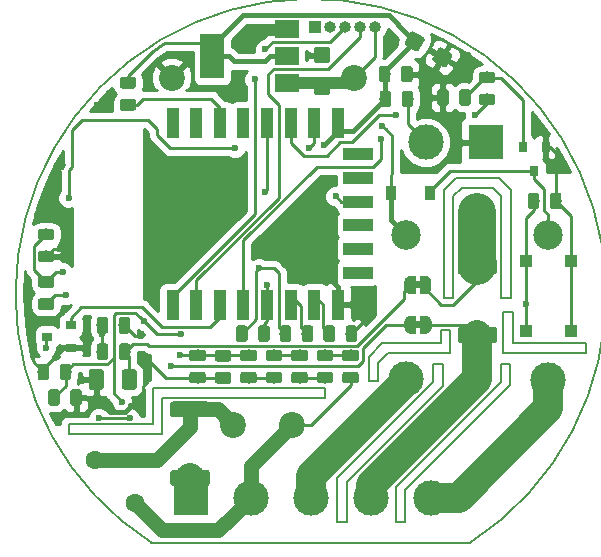
<source format=gbl>
G04 #@! TF.GenerationSoftware,KiCad,Pcbnew,(5.0.0)*
G04 #@! TF.CreationDate,2018-11-08T23:55:30+01:00*
G04 #@! TF.ProjectId,ESPAIO,45535041494F2E6B696361645F706362,rev?*
G04 #@! TF.SameCoordinates,Original*
G04 #@! TF.FileFunction,Copper,L2,Bot,Signal*
G04 #@! TF.FilePolarity,Positive*
%FSLAX46Y46*%
G04 Gerber Fmt 4.6, Leading zero omitted, Abs format (unit mm)*
G04 Created by KiCad (PCBNEW (5.0.0)) date 11/08/18 23:55:30*
%MOMM*%
%LPD*%
G01*
G04 APERTURE LIST*
G04 #@! TA.AperFunction,NonConductor*
%ADD10C,0.200000*%
G04 #@! TD*
G04 #@! TA.AperFunction,SMDPad,CuDef*
%ADD11C,0.500000*%
G04 #@! TD*
G04 #@! TA.AperFunction,Conductor*
%ADD12C,0.100000*%
G04 #@! TD*
G04 #@! TA.AperFunction,ComponentPad*
%ADD13R,3.000000X3.000000*%
G04 #@! TD*
G04 #@! TA.AperFunction,ComponentPad*
%ADD14C,3.000000*%
G04 #@! TD*
G04 #@! TA.AperFunction,SMDPad,CuDef*
%ADD15C,1.350000*%
G04 #@! TD*
G04 #@! TA.AperFunction,ComponentPad*
%ADD16C,1.600000*%
G04 #@! TD*
G04 #@! TA.AperFunction,SMDPad,CuDef*
%ADD17R,2.000000X3.800000*%
G04 #@! TD*
G04 #@! TA.AperFunction,SMDPad,CuDef*
%ADD18R,2.000000X1.500000*%
G04 #@! TD*
G04 #@! TA.AperFunction,SMDPad,CuDef*
%ADD19C,0.975000*%
G04 #@! TD*
G04 #@! TA.AperFunction,SMDPad,CuDef*
%ADD20R,0.800000X0.900000*%
G04 #@! TD*
G04 #@! TA.AperFunction,ComponentPad*
%ADD21C,2.200000*%
G04 #@! TD*
G04 #@! TA.AperFunction,ComponentPad*
%ADD22C,2.500000*%
G04 #@! TD*
G04 #@! TA.AperFunction,SMDPad,CuDef*
%ADD23R,1.100000X2.500000*%
G04 #@! TD*
G04 #@! TA.AperFunction,SMDPad,CuDef*
%ADD24R,2.500000X1.100000*%
G04 #@! TD*
G04 #@! TA.AperFunction,SMDPad,CuDef*
%ADD25R,0.900000X0.800000*%
G04 #@! TD*
G04 #@! TA.AperFunction,SMDPad,CuDef*
%ADD26C,1.250000*%
G04 #@! TD*
G04 #@! TA.AperFunction,SMDPad,CuDef*
%ADD27R,0.900000X1.200000*%
G04 #@! TD*
G04 #@! TA.AperFunction,SMDPad,CuDef*
%ADD28R,1.000000X1.000000*%
G04 #@! TD*
G04 #@! TA.AperFunction,ComponentPad*
%ADD29R,1.000000X1.000000*%
G04 #@! TD*
G04 #@! TA.AperFunction,ComponentPad*
%ADD30O,1.000000X1.000000*%
G04 #@! TD*
G04 #@! TA.AperFunction,ViaPad*
%ADD31C,0.600000*%
G04 #@! TD*
G04 #@! TA.AperFunction,ViaPad*
%ADD32C,1.000000*%
G04 #@! TD*
G04 #@! TA.AperFunction,Conductor*
%ADD33C,0.250000*%
G04 #@! TD*
G04 #@! TA.AperFunction,Conductor*
%ADD34C,0.400000*%
G04 #@! TD*
G04 #@! TA.AperFunction,Conductor*
%ADD35C,1.000000*%
G04 #@! TD*
G04 #@! TA.AperFunction,Conductor*
%ADD36C,2.500000*%
G04 #@! TD*
G04 #@! TA.AperFunction,Conductor*
%ADD37C,1.250000*%
G04 #@! TD*
G04 #@! TA.AperFunction,Conductor*
%ADD38C,3.250000*%
G04 #@! TD*
G04 #@! TA.AperFunction,Conductor*
%ADD39C,0.254000*%
G04 #@! TD*
G04 APERTURE END LIST*
D10*
X100266500Y-105600500D02*
X100266500Y-102108000D01*
X107315000Y-105600500D02*
X100266500Y-105600500D01*
X107315000Y-104775000D02*
X107315000Y-105600500D01*
X101092000Y-104775000D02*
X107315000Y-104775000D01*
X101092000Y-102108000D02*
X101092000Y-104775000D01*
X100266500Y-102108000D02*
X101092000Y-102108000D01*
X88900000Y-105918000D02*
X90043000Y-104775000D01*
X89725500Y-106426000D02*
X90551000Y-105600500D01*
X100965000Y-91821000D02*
X100965000Y-100965000D01*
X99441000Y-91630500D02*
X100139500Y-92329000D01*
X99949000Y-90805000D02*
X100965000Y-91821000D01*
X95250000Y-91821000D02*
X96266000Y-90805000D01*
X96075500Y-92329000D02*
X96774000Y-91630500D01*
X96266000Y-90805000D02*
X99949000Y-90805000D01*
X95250000Y-100965000D02*
X95250000Y-91821000D01*
X100139500Y-100965000D02*
X100965000Y-100965000D01*
X100139500Y-92329000D02*
X100139500Y-100965000D01*
X96774000Y-91630500D02*
X99441000Y-91630500D01*
X96075500Y-100965000D02*
X96075500Y-92329000D01*
X95250000Y-100965000D02*
X96075500Y-100965000D01*
X88900000Y-105918000D02*
X88900000Y-107950000D01*
X94996000Y-104775000D02*
X90043000Y-104775000D01*
X94996000Y-103632000D02*
X94996000Y-104775000D01*
X95821500Y-103632000D02*
X94996000Y-103632000D01*
X95821500Y-105600500D02*
X95821500Y-103632000D01*
X90551000Y-105600500D02*
X95821500Y-105600500D01*
X89725500Y-107950000D02*
X89725500Y-106426000D01*
X88900000Y-107950000D02*
X89725500Y-107950000D01*
X70612000Y-108585000D02*
X85217000Y-108585000D01*
X85217000Y-109410500D02*
X71437500Y-109410500D01*
X71437500Y-112458500D02*
X71437500Y-109410500D01*
X63500000Y-112458500D02*
X71437500Y-112458500D01*
X85217000Y-108585000D02*
X85217000Y-109410500D01*
X70612000Y-111633000D02*
X70612000Y-108585000D01*
X63500000Y-111633000D02*
X70612000Y-111633000D01*
X63500000Y-112458500D02*
X63500000Y-111633000D01*
X100076000Y-106489500D02*
X100901500Y-106489500D01*
X94361000Y-106489500D02*
X95186500Y-106489500D01*
X91186000Y-119888000D02*
X92011500Y-119888000D01*
X86233000Y-119888000D02*
X87058500Y-119888000D01*
X100076000Y-108077000D02*
X100076000Y-106489500D01*
X100901500Y-108331000D02*
X92011500Y-117221000D01*
X91186000Y-116967000D02*
X100076000Y-108077000D01*
X100901500Y-106489500D02*
X100901500Y-108331000D01*
X91186000Y-119888000D02*
X91186000Y-116967000D01*
X92011500Y-119888000D02*
X92011500Y-117221000D01*
X95186500Y-108394500D02*
X87058500Y-116522500D01*
X95186500Y-106489500D02*
X95186500Y-108394500D01*
X94361000Y-108077000D02*
X94361000Y-106489500D01*
X86233000Y-116205000D02*
X94361000Y-108077000D01*
X86233000Y-119888000D02*
X86233000Y-116205000D01*
X87058500Y-119888000D02*
X87058500Y-116522500D01*
X70510501Y-121635125D02*
G75*
G02X59010501Y-100593500I13499999J21041625D01*
G01*
X59010500Y-100593500D02*
G75*
G02X97510500Y-121635125I25000000J0D01*
G01*
X70510501Y-121635125D02*
X97510500Y-121635125D01*
D11*
G04 #@! TO.P,JP2,2*
G04 #@! TO.N,/LINE_L*
X93726000Y-99822000D03*
D12*
G04 #@! TD*
G04 #@! TO.N,/LINE_L*
G04 #@! TO.C,JP2*
G36*
X93726000Y-99072602D02*
X93750534Y-99072602D01*
X93799365Y-99077412D01*
X93847490Y-99086984D01*
X93894445Y-99101228D01*
X93939778Y-99120005D01*
X93983051Y-99143136D01*
X94023850Y-99170396D01*
X94061779Y-99201524D01*
X94096476Y-99236221D01*
X94127604Y-99274150D01*
X94154864Y-99314949D01*
X94177995Y-99358222D01*
X94196772Y-99403555D01*
X94211016Y-99450510D01*
X94220588Y-99498635D01*
X94225398Y-99547466D01*
X94225398Y-99572000D01*
X94226000Y-99572000D01*
X94226000Y-100072000D01*
X94225398Y-100072000D01*
X94225398Y-100096534D01*
X94220588Y-100145365D01*
X94211016Y-100193490D01*
X94196772Y-100240445D01*
X94177995Y-100285778D01*
X94154864Y-100329051D01*
X94127604Y-100369850D01*
X94096476Y-100407779D01*
X94061779Y-100442476D01*
X94023850Y-100473604D01*
X93983051Y-100500864D01*
X93939778Y-100523995D01*
X93894445Y-100542772D01*
X93847490Y-100557016D01*
X93799365Y-100566588D01*
X93750534Y-100571398D01*
X93726000Y-100571398D01*
X93726000Y-100572000D01*
X93226000Y-100572000D01*
X93226000Y-99072000D01*
X93726000Y-99072000D01*
X93726000Y-99072602D01*
X93726000Y-99072602D01*
G37*
D11*
G04 #@! TO.P,JP2,1*
G04 #@! TO.N,Net-(JP2-Pad1)*
X92426000Y-99822000D03*
D12*
G04 #@! TD*
G04 #@! TO.N,Net-(JP2-Pad1)*
G04 #@! TO.C,JP2*
G36*
X92926000Y-99522000D02*
X93326000Y-99522000D01*
X93326000Y-100122000D01*
X92926000Y-100122000D01*
X92926000Y-100572000D01*
X92426000Y-100572000D01*
X92426000Y-100571398D01*
X92401466Y-100571398D01*
X92352635Y-100566588D01*
X92304510Y-100557016D01*
X92257555Y-100542772D01*
X92212222Y-100523995D01*
X92168949Y-100500864D01*
X92128150Y-100473604D01*
X92090221Y-100442476D01*
X92055524Y-100407779D01*
X92024396Y-100369850D01*
X91997136Y-100329051D01*
X91974005Y-100285778D01*
X91955228Y-100240445D01*
X91940984Y-100193490D01*
X91931412Y-100145365D01*
X91926602Y-100096534D01*
X91926602Y-100072000D01*
X91926000Y-100072000D01*
X91926000Y-99572000D01*
X91926602Y-99572000D01*
X91926602Y-99547466D01*
X91931412Y-99498635D01*
X91940984Y-99450510D01*
X91955228Y-99403555D01*
X91974005Y-99358222D01*
X91997136Y-99314949D01*
X92024396Y-99274150D01*
X92055524Y-99236221D01*
X92090221Y-99201524D01*
X92128150Y-99170396D01*
X92168949Y-99143136D01*
X92212222Y-99120005D01*
X92257555Y-99101228D01*
X92304510Y-99086984D01*
X92352635Y-99077412D01*
X92401466Y-99072602D01*
X92426000Y-99072602D01*
X92426000Y-99072000D01*
X92926000Y-99072000D01*
X92926000Y-99522000D01*
X92926000Y-99522000D01*
G37*
D11*
G04 #@! TO.P,JP1,2*
G04 #@! TO.N,/LINE_I*
X93741000Y-103187500D03*
D12*
G04 #@! TD*
G04 #@! TO.N,/LINE_I*
G04 #@! TO.C,JP1*
G36*
X93741000Y-102438102D02*
X93765534Y-102438102D01*
X93814365Y-102442912D01*
X93862490Y-102452484D01*
X93909445Y-102466728D01*
X93954778Y-102485505D01*
X93998051Y-102508636D01*
X94038850Y-102535896D01*
X94076779Y-102567024D01*
X94111476Y-102601721D01*
X94142604Y-102639650D01*
X94169864Y-102680449D01*
X94192995Y-102723722D01*
X94211772Y-102769055D01*
X94226016Y-102816010D01*
X94235588Y-102864135D01*
X94240398Y-102912966D01*
X94240398Y-102937500D01*
X94241000Y-102937500D01*
X94241000Y-103437500D01*
X94240398Y-103437500D01*
X94240398Y-103462034D01*
X94235588Y-103510865D01*
X94226016Y-103558990D01*
X94211772Y-103605945D01*
X94192995Y-103651278D01*
X94169864Y-103694551D01*
X94142604Y-103735350D01*
X94111476Y-103773279D01*
X94076779Y-103807976D01*
X94038850Y-103839104D01*
X93998051Y-103866364D01*
X93954778Y-103889495D01*
X93909445Y-103908272D01*
X93862490Y-103922516D01*
X93814365Y-103932088D01*
X93765534Y-103936898D01*
X93741000Y-103936898D01*
X93741000Y-103937500D01*
X93241000Y-103937500D01*
X93241000Y-102437500D01*
X93741000Y-102437500D01*
X93741000Y-102438102D01*
X93741000Y-102438102D01*
G37*
D11*
G04 #@! TO.P,JP1,1*
G04 #@! TO.N,Net-(JP1-Pad1)*
X92441000Y-103187500D03*
D12*
G04 #@! TD*
G04 #@! TO.N,Net-(JP1-Pad1)*
G04 #@! TO.C,JP1*
G36*
X92941000Y-102887500D02*
X93341000Y-102887500D01*
X93341000Y-103487500D01*
X92941000Y-103487500D01*
X92941000Y-103937500D01*
X92441000Y-103937500D01*
X92441000Y-103936898D01*
X92416466Y-103936898D01*
X92367635Y-103932088D01*
X92319510Y-103922516D01*
X92272555Y-103908272D01*
X92227222Y-103889495D01*
X92183949Y-103866364D01*
X92143150Y-103839104D01*
X92105221Y-103807976D01*
X92070524Y-103773279D01*
X92039396Y-103735350D01*
X92012136Y-103694551D01*
X91989005Y-103651278D01*
X91970228Y-103605945D01*
X91955984Y-103558990D01*
X91946412Y-103510865D01*
X91941602Y-103462034D01*
X91941602Y-103437500D01*
X91941000Y-103437500D01*
X91941000Y-102937500D01*
X91941602Y-102937500D01*
X91941602Y-102912966D01*
X91946412Y-102864135D01*
X91955984Y-102816010D01*
X91970228Y-102769055D01*
X91989005Y-102723722D01*
X92012136Y-102680449D01*
X92039396Y-102639650D01*
X92070524Y-102601721D01*
X92105221Y-102567024D01*
X92143150Y-102535896D01*
X92183949Y-102508636D01*
X92227222Y-102485505D01*
X92272555Y-102466728D01*
X92319510Y-102452484D01*
X92367635Y-102442912D01*
X92416466Y-102438102D01*
X92441000Y-102438102D01*
X92441000Y-102437500D01*
X92941000Y-102437500D01*
X92941000Y-102887500D01*
X92941000Y-102887500D01*
G37*
D13*
G04 #@! TO.P,J1,1*
G04 #@! TO.N,GND*
X98806000Y-87757000D03*
D14*
G04 #@! TO.P,J1,2*
G04 #@! TO.N,/GPIO4*
X93726000Y-87757000D03*
G04 #@! TD*
D12*
G04 #@! TO.N,GND*
G04 #@! TO.C,C4*
G36*
X95004553Y-79717078D02*
X95028691Y-79721470D01*
X95052282Y-79728206D01*
X95075098Y-79737223D01*
X95096921Y-79748432D01*
X95876346Y-80198433D01*
X95896966Y-80211728D01*
X95916183Y-80226980D01*
X95933812Y-80244042D01*
X95949685Y-80262749D01*
X95963647Y-80282923D01*
X95975564Y-80304367D01*
X95985323Y-80326877D01*
X95992827Y-80350234D01*
X95998007Y-80374215D01*
X96000811Y-80398588D01*
X96001212Y-80423119D01*
X95999207Y-80447570D01*
X95994815Y-80471708D01*
X95988079Y-80495298D01*
X95979062Y-80518115D01*
X95967852Y-80539939D01*
X95542851Y-81276062D01*
X95529557Y-81296681D01*
X95514305Y-81315898D01*
X95497243Y-81333527D01*
X95478536Y-81349400D01*
X95458362Y-81363362D01*
X95436918Y-81375279D01*
X95414408Y-81385038D01*
X95391050Y-81392543D01*
X95367070Y-81397722D01*
X95342697Y-81400526D01*
X95318166Y-81400927D01*
X95293715Y-81398922D01*
X95269577Y-81394530D01*
X95245986Y-81387794D01*
X95223170Y-81378777D01*
X95201347Y-81367568D01*
X94421922Y-80917567D01*
X94401302Y-80904272D01*
X94382085Y-80889020D01*
X94364456Y-80871958D01*
X94348583Y-80853251D01*
X94334621Y-80833077D01*
X94322704Y-80811633D01*
X94312945Y-80789123D01*
X94305441Y-80765766D01*
X94300261Y-80741785D01*
X94297457Y-80717412D01*
X94297056Y-80692881D01*
X94299061Y-80668430D01*
X94303453Y-80644292D01*
X94310189Y-80620702D01*
X94319206Y-80597885D01*
X94330416Y-80576061D01*
X94755417Y-79839938D01*
X94768711Y-79819319D01*
X94783963Y-79800102D01*
X94801025Y-79782473D01*
X94819732Y-79766600D01*
X94839906Y-79752638D01*
X94861350Y-79740721D01*
X94883860Y-79730962D01*
X94907218Y-79723457D01*
X94931198Y-79718278D01*
X94955571Y-79715474D01*
X94980102Y-79715073D01*
X95004553Y-79717078D01*
X95004553Y-79717078D01*
G37*
D15*
G04 #@! TD*
G04 #@! TO.P,C4,2*
G04 #@! TO.N,GND*
X95149134Y-80558000D03*
D12*
G04 #@! TO.N,+3V3*
G04 #@! TO.C,C4*
G36*
X92666285Y-78367078D02*
X92690423Y-78371470D01*
X92714014Y-78378206D01*
X92736830Y-78387223D01*
X92758653Y-78398432D01*
X93538078Y-78848433D01*
X93558698Y-78861728D01*
X93577915Y-78876980D01*
X93595544Y-78894042D01*
X93611417Y-78912749D01*
X93625379Y-78932923D01*
X93637296Y-78954367D01*
X93647055Y-78976877D01*
X93654559Y-79000234D01*
X93659739Y-79024215D01*
X93662543Y-79048588D01*
X93662944Y-79073119D01*
X93660939Y-79097570D01*
X93656547Y-79121708D01*
X93649811Y-79145298D01*
X93640794Y-79168115D01*
X93629584Y-79189939D01*
X93204583Y-79926062D01*
X93191289Y-79946681D01*
X93176037Y-79965898D01*
X93158975Y-79983527D01*
X93140268Y-79999400D01*
X93120094Y-80013362D01*
X93098650Y-80025279D01*
X93076140Y-80035038D01*
X93052782Y-80042543D01*
X93028802Y-80047722D01*
X93004429Y-80050526D01*
X92979898Y-80050927D01*
X92955447Y-80048922D01*
X92931309Y-80044530D01*
X92907718Y-80037794D01*
X92884902Y-80028777D01*
X92863079Y-80017568D01*
X92083654Y-79567567D01*
X92063034Y-79554272D01*
X92043817Y-79539020D01*
X92026188Y-79521958D01*
X92010315Y-79503251D01*
X91996353Y-79483077D01*
X91984436Y-79461633D01*
X91974677Y-79439123D01*
X91967173Y-79415766D01*
X91961993Y-79391785D01*
X91959189Y-79367412D01*
X91958788Y-79342881D01*
X91960793Y-79318430D01*
X91965185Y-79294292D01*
X91971921Y-79270702D01*
X91980938Y-79247885D01*
X91992148Y-79226061D01*
X92417149Y-78489938D01*
X92430443Y-78469319D01*
X92445695Y-78450102D01*
X92462757Y-78432473D01*
X92481464Y-78416600D01*
X92501638Y-78402638D01*
X92523082Y-78390721D01*
X92545592Y-78380962D01*
X92568950Y-78373457D01*
X92592930Y-78368278D01*
X92617303Y-78365474D01*
X92641834Y-78365073D01*
X92666285Y-78367078D01*
X92666285Y-78367078D01*
G37*
D15*
G04 #@! TD*
G04 #@! TO.P,C4,1*
G04 #@! TO.N,+3V3*
X92810866Y-79208000D03*
D16*
G04 #@! TO.P,V1,1*
G04 #@! TO.N,Net-(10D471K1-Pad1)*
X65706387Y-114681000D03*
G04 #@! TO.P,V1,2*
G04 #@! TO.N,/NEUTRAL*
X69148160Y-118307872D03*
G04 #@! TD*
D17*
G04 #@! TO.P,U3,2*
G04 #@! TO.N,+3V3*
X75678500Y-80454500D03*
D18*
X81978500Y-80454500D03*
G04 #@! TO.P,U3,3*
G04 #@! TO.N,+5V*
X81978500Y-82754500D03*
G04 #@! TO.P,U3,1*
G04 #@! TO.N,GND*
X81978500Y-78154500D03*
G04 #@! TD*
D12*
G04 #@! TO.N,Net-(R8-Pad2)*
G04 #@! TO.C,R8*
G36*
X85697142Y-107179674D02*
X85720803Y-107183184D01*
X85744007Y-107188996D01*
X85766529Y-107197054D01*
X85788153Y-107207282D01*
X85808670Y-107219579D01*
X85827883Y-107233829D01*
X85845607Y-107249893D01*
X85861671Y-107267617D01*
X85875921Y-107286830D01*
X85888218Y-107307347D01*
X85898446Y-107328971D01*
X85906504Y-107351493D01*
X85912316Y-107374697D01*
X85915826Y-107398358D01*
X85917000Y-107422250D01*
X85917000Y-107909750D01*
X85915826Y-107933642D01*
X85912316Y-107957303D01*
X85906504Y-107980507D01*
X85898446Y-108003029D01*
X85888218Y-108024653D01*
X85875921Y-108045170D01*
X85861671Y-108064383D01*
X85845607Y-108082107D01*
X85827883Y-108098171D01*
X85808670Y-108112421D01*
X85788153Y-108124718D01*
X85766529Y-108134946D01*
X85744007Y-108143004D01*
X85720803Y-108148816D01*
X85697142Y-108152326D01*
X85673250Y-108153500D01*
X84760750Y-108153500D01*
X84736858Y-108152326D01*
X84713197Y-108148816D01*
X84689993Y-108143004D01*
X84667471Y-108134946D01*
X84645847Y-108124718D01*
X84625330Y-108112421D01*
X84606117Y-108098171D01*
X84588393Y-108082107D01*
X84572329Y-108064383D01*
X84558079Y-108045170D01*
X84545782Y-108024653D01*
X84535554Y-108003029D01*
X84527496Y-107980507D01*
X84521684Y-107957303D01*
X84518174Y-107933642D01*
X84517000Y-107909750D01*
X84517000Y-107422250D01*
X84518174Y-107398358D01*
X84521684Y-107374697D01*
X84527496Y-107351493D01*
X84535554Y-107328971D01*
X84545782Y-107307347D01*
X84558079Y-107286830D01*
X84572329Y-107267617D01*
X84588393Y-107249893D01*
X84606117Y-107233829D01*
X84625330Y-107219579D01*
X84645847Y-107207282D01*
X84667471Y-107197054D01*
X84689993Y-107188996D01*
X84713197Y-107183184D01*
X84736858Y-107179674D01*
X84760750Y-107178500D01*
X85673250Y-107178500D01*
X85697142Y-107179674D01*
X85697142Y-107179674D01*
G37*
D19*
G04 #@! TD*
G04 #@! TO.P,R8,2*
G04 #@! TO.N,Net-(R8-Pad2)*
X85217000Y-107666000D03*
D12*
G04 #@! TO.N,Net-(R7-Pad1)*
G04 #@! TO.C,R8*
G36*
X85697142Y-105304674D02*
X85720803Y-105308184D01*
X85744007Y-105313996D01*
X85766529Y-105322054D01*
X85788153Y-105332282D01*
X85808670Y-105344579D01*
X85827883Y-105358829D01*
X85845607Y-105374893D01*
X85861671Y-105392617D01*
X85875921Y-105411830D01*
X85888218Y-105432347D01*
X85898446Y-105453971D01*
X85906504Y-105476493D01*
X85912316Y-105499697D01*
X85915826Y-105523358D01*
X85917000Y-105547250D01*
X85917000Y-106034750D01*
X85915826Y-106058642D01*
X85912316Y-106082303D01*
X85906504Y-106105507D01*
X85898446Y-106128029D01*
X85888218Y-106149653D01*
X85875921Y-106170170D01*
X85861671Y-106189383D01*
X85845607Y-106207107D01*
X85827883Y-106223171D01*
X85808670Y-106237421D01*
X85788153Y-106249718D01*
X85766529Y-106259946D01*
X85744007Y-106268004D01*
X85720803Y-106273816D01*
X85697142Y-106277326D01*
X85673250Y-106278500D01*
X84760750Y-106278500D01*
X84736858Y-106277326D01*
X84713197Y-106273816D01*
X84689993Y-106268004D01*
X84667471Y-106259946D01*
X84645847Y-106249718D01*
X84625330Y-106237421D01*
X84606117Y-106223171D01*
X84588393Y-106207107D01*
X84572329Y-106189383D01*
X84558079Y-106170170D01*
X84545782Y-106149653D01*
X84535554Y-106128029D01*
X84527496Y-106105507D01*
X84521684Y-106082303D01*
X84518174Y-106058642D01*
X84517000Y-106034750D01*
X84517000Y-105547250D01*
X84518174Y-105523358D01*
X84521684Y-105499697D01*
X84527496Y-105476493D01*
X84535554Y-105453971D01*
X84545782Y-105432347D01*
X84558079Y-105411830D01*
X84572329Y-105392617D01*
X84588393Y-105374893D01*
X84606117Y-105358829D01*
X84625330Y-105344579D01*
X84645847Y-105332282D01*
X84667471Y-105322054D01*
X84689993Y-105313996D01*
X84713197Y-105308184D01*
X84736858Y-105304674D01*
X84760750Y-105303500D01*
X85673250Y-105303500D01*
X85697142Y-105304674D01*
X85697142Y-105304674D01*
G37*
D19*
G04 #@! TD*
G04 #@! TO.P,R8,1*
G04 #@! TO.N,Net-(R7-Pad1)*
X85217000Y-105791000D03*
D12*
G04 #@! TO.N,GND*
G04 #@! TO.C,R14*
G36*
X77061142Y-107209674D02*
X77084803Y-107213184D01*
X77108007Y-107218996D01*
X77130529Y-107227054D01*
X77152153Y-107237282D01*
X77172670Y-107249579D01*
X77191883Y-107263829D01*
X77209607Y-107279893D01*
X77225671Y-107297617D01*
X77239921Y-107316830D01*
X77252218Y-107337347D01*
X77262446Y-107358971D01*
X77270504Y-107381493D01*
X77276316Y-107404697D01*
X77279826Y-107428358D01*
X77281000Y-107452250D01*
X77281000Y-107939750D01*
X77279826Y-107963642D01*
X77276316Y-107987303D01*
X77270504Y-108010507D01*
X77262446Y-108033029D01*
X77252218Y-108054653D01*
X77239921Y-108075170D01*
X77225671Y-108094383D01*
X77209607Y-108112107D01*
X77191883Y-108128171D01*
X77172670Y-108142421D01*
X77152153Y-108154718D01*
X77130529Y-108164946D01*
X77108007Y-108173004D01*
X77084803Y-108178816D01*
X77061142Y-108182326D01*
X77037250Y-108183500D01*
X76124750Y-108183500D01*
X76100858Y-108182326D01*
X76077197Y-108178816D01*
X76053993Y-108173004D01*
X76031471Y-108164946D01*
X76009847Y-108154718D01*
X75989330Y-108142421D01*
X75970117Y-108128171D01*
X75952393Y-108112107D01*
X75936329Y-108094383D01*
X75922079Y-108075170D01*
X75909782Y-108054653D01*
X75899554Y-108033029D01*
X75891496Y-108010507D01*
X75885684Y-107987303D01*
X75882174Y-107963642D01*
X75881000Y-107939750D01*
X75881000Y-107452250D01*
X75882174Y-107428358D01*
X75885684Y-107404697D01*
X75891496Y-107381493D01*
X75899554Y-107358971D01*
X75909782Y-107337347D01*
X75922079Y-107316830D01*
X75936329Y-107297617D01*
X75952393Y-107279893D01*
X75970117Y-107263829D01*
X75989330Y-107249579D01*
X76009847Y-107237282D01*
X76031471Y-107227054D01*
X76053993Y-107218996D01*
X76077197Y-107213184D01*
X76100858Y-107209674D01*
X76124750Y-107208500D01*
X77037250Y-107208500D01*
X77061142Y-107209674D01*
X77061142Y-107209674D01*
G37*
D19*
G04 #@! TD*
G04 #@! TO.P,R14,2*
G04 #@! TO.N,GND*
X76581000Y-107696000D03*
D12*
G04 #@! TO.N,/V2P*
G04 #@! TO.C,R14*
G36*
X77061142Y-105334674D02*
X77084803Y-105338184D01*
X77108007Y-105343996D01*
X77130529Y-105352054D01*
X77152153Y-105362282D01*
X77172670Y-105374579D01*
X77191883Y-105388829D01*
X77209607Y-105404893D01*
X77225671Y-105422617D01*
X77239921Y-105441830D01*
X77252218Y-105462347D01*
X77262446Y-105483971D01*
X77270504Y-105506493D01*
X77276316Y-105529697D01*
X77279826Y-105553358D01*
X77281000Y-105577250D01*
X77281000Y-106064750D01*
X77279826Y-106088642D01*
X77276316Y-106112303D01*
X77270504Y-106135507D01*
X77262446Y-106158029D01*
X77252218Y-106179653D01*
X77239921Y-106200170D01*
X77225671Y-106219383D01*
X77209607Y-106237107D01*
X77191883Y-106253171D01*
X77172670Y-106267421D01*
X77152153Y-106279718D01*
X77130529Y-106289946D01*
X77108007Y-106298004D01*
X77084803Y-106303816D01*
X77061142Y-106307326D01*
X77037250Y-106308500D01*
X76124750Y-106308500D01*
X76100858Y-106307326D01*
X76077197Y-106303816D01*
X76053993Y-106298004D01*
X76031471Y-106289946D01*
X76009847Y-106279718D01*
X75989330Y-106267421D01*
X75970117Y-106253171D01*
X75952393Y-106237107D01*
X75936329Y-106219383D01*
X75922079Y-106200170D01*
X75909782Y-106179653D01*
X75899554Y-106158029D01*
X75891496Y-106135507D01*
X75885684Y-106112303D01*
X75882174Y-106088642D01*
X75881000Y-106064750D01*
X75881000Y-105577250D01*
X75882174Y-105553358D01*
X75885684Y-105529697D01*
X75891496Y-105506493D01*
X75899554Y-105483971D01*
X75909782Y-105462347D01*
X75922079Y-105441830D01*
X75936329Y-105422617D01*
X75952393Y-105404893D01*
X75970117Y-105388829D01*
X75989330Y-105374579D01*
X76009847Y-105362282D01*
X76031471Y-105352054D01*
X76053993Y-105343996D01*
X76077197Y-105338184D01*
X76100858Y-105334674D01*
X76124750Y-105333500D01*
X77037250Y-105333500D01*
X77061142Y-105334674D01*
X77061142Y-105334674D01*
G37*
D19*
G04 #@! TD*
G04 #@! TO.P,R14,1*
G04 #@! TO.N,/V2P*
X76581000Y-105821000D03*
D12*
G04 #@! TO.N,Net-(R10-Pad1)*
G04 #@! TO.C,R9*
G36*
X83538142Y-105304674D02*
X83561803Y-105308184D01*
X83585007Y-105313996D01*
X83607529Y-105322054D01*
X83629153Y-105332282D01*
X83649670Y-105344579D01*
X83668883Y-105358829D01*
X83686607Y-105374893D01*
X83702671Y-105392617D01*
X83716921Y-105411830D01*
X83729218Y-105432347D01*
X83739446Y-105453971D01*
X83747504Y-105476493D01*
X83753316Y-105499697D01*
X83756826Y-105523358D01*
X83758000Y-105547250D01*
X83758000Y-106034750D01*
X83756826Y-106058642D01*
X83753316Y-106082303D01*
X83747504Y-106105507D01*
X83739446Y-106128029D01*
X83729218Y-106149653D01*
X83716921Y-106170170D01*
X83702671Y-106189383D01*
X83686607Y-106207107D01*
X83668883Y-106223171D01*
X83649670Y-106237421D01*
X83629153Y-106249718D01*
X83607529Y-106259946D01*
X83585007Y-106268004D01*
X83561803Y-106273816D01*
X83538142Y-106277326D01*
X83514250Y-106278500D01*
X82601750Y-106278500D01*
X82577858Y-106277326D01*
X82554197Y-106273816D01*
X82530993Y-106268004D01*
X82508471Y-106259946D01*
X82486847Y-106249718D01*
X82466330Y-106237421D01*
X82447117Y-106223171D01*
X82429393Y-106207107D01*
X82413329Y-106189383D01*
X82399079Y-106170170D01*
X82386782Y-106149653D01*
X82376554Y-106128029D01*
X82368496Y-106105507D01*
X82362684Y-106082303D01*
X82359174Y-106058642D01*
X82358000Y-106034750D01*
X82358000Y-105547250D01*
X82359174Y-105523358D01*
X82362684Y-105499697D01*
X82368496Y-105476493D01*
X82376554Y-105453971D01*
X82386782Y-105432347D01*
X82399079Y-105411830D01*
X82413329Y-105392617D01*
X82429393Y-105374893D01*
X82447117Y-105358829D01*
X82466330Y-105344579D01*
X82486847Y-105332282D01*
X82508471Y-105322054D01*
X82530993Y-105313996D01*
X82554197Y-105308184D01*
X82577858Y-105304674D01*
X82601750Y-105303500D01*
X83514250Y-105303500D01*
X83538142Y-105304674D01*
X83538142Y-105304674D01*
G37*
D19*
G04 #@! TD*
G04 #@! TO.P,R9,1*
G04 #@! TO.N,Net-(R10-Pad1)*
X83058000Y-105791000D03*
D12*
G04 #@! TO.N,Net-(R8-Pad2)*
G04 #@! TO.C,R9*
G36*
X83538142Y-107179674D02*
X83561803Y-107183184D01*
X83585007Y-107188996D01*
X83607529Y-107197054D01*
X83629153Y-107207282D01*
X83649670Y-107219579D01*
X83668883Y-107233829D01*
X83686607Y-107249893D01*
X83702671Y-107267617D01*
X83716921Y-107286830D01*
X83729218Y-107307347D01*
X83739446Y-107328971D01*
X83747504Y-107351493D01*
X83753316Y-107374697D01*
X83756826Y-107398358D01*
X83758000Y-107422250D01*
X83758000Y-107909750D01*
X83756826Y-107933642D01*
X83753316Y-107957303D01*
X83747504Y-107980507D01*
X83739446Y-108003029D01*
X83729218Y-108024653D01*
X83716921Y-108045170D01*
X83702671Y-108064383D01*
X83686607Y-108082107D01*
X83668883Y-108098171D01*
X83649670Y-108112421D01*
X83629153Y-108124718D01*
X83607529Y-108134946D01*
X83585007Y-108143004D01*
X83561803Y-108148816D01*
X83538142Y-108152326D01*
X83514250Y-108153500D01*
X82601750Y-108153500D01*
X82577858Y-108152326D01*
X82554197Y-108148816D01*
X82530993Y-108143004D01*
X82508471Y-108134946D01*
X82486847Y-108124718D01*
X82466330Y-108112421D01*
X82447117Y-108098171D01*
X82429393Y-108082107D01*
X82413329Y-108064383D01*
X82399079Y-108045170D01*
X82386782Y-108024653D01*
X82376554Y-108003029D01*
X82368496Y-107980507D01*
X82362684Y-107957303D01*
X82359174Y-107933642D01*
X82358000Y-107909750D01*
X82358000Y-107422250D01*
X82359174Y-107398358D01*
X82362684Y-107374697D01*
X82368496Y-107351493D01*
X82376554Y-107328971D01*
X82386782Y-107307347D01*
X82399079Y-107286830D01*
X82413329Y-107267617D01*
X82429393Y-107249893D01*
X82447117Y-107233829D01*
X82466330Y-107219579D01*
X82486847Y-107207282D01*
X82508471Y-107197054D01*
X82530993Y-107188996D01*
X82554197Y-107183184D01*
X82577858Y-107179674D01*
X82601750Y-107178500D01*
X83514250Y-107178500D01*
X83538142Y-107179674D01*
X83538142Y-107179674D01*
G37*
D19*
G04 #@! TD*
G04 #@! TO.P,R9,2*
G04 #@! TO.N,Net-(R8-Pad2)*
X83058000Y-107666000D03*
D12*
G04 #@! TO.N,Net-(R7-Pad1)*
G04 #@! TO.C,R7*
G36*
X87856142Y-105304674D02*
X87879803Y-105308184D01*
X87903007Y-105313996D01*
X87925529Y-105322054D01*
X87947153Y-105332282D01*
X87967670Y-105344579D01*
X87986883Y-105358829D01*
X88004607Y-105374893D01*
X88020671Y-105392617D01*
X88034921Y-105411830D01*
X88047218Y-105432347D01*
X88057446Y-105453971D01*
X88065504Y-105476493D01*
X88071316Y-105499697D01*
X88074826Y-105523358D01*
X88076000Y-105547250D01*
X88076000Y-106034750D01*
X88074826Y-106058642D01*
X88071316Y-106082303D01*
X88065504Y-106105507D01*
X88057446Y-106128029D01*
X88047218Y-106149653D01*
X88034921Y-106170170D01*
X88020671Y-106189383D01*
X88004607Y-106207107D01*
X87986883Y-106223171D01*
X87967670Y-106237421D01*
X87947153Y-106249718D01*
X87925529Y-106259946D01*
X87903007Y-106268004D01*
X87879803Y-106273816D01*
X87856142Y-106277326D01*
X87832250Y-106278500D01*
X86919750Y-106278500D01*
X86895858Y-106277326D01*
X86872197Y-106273816D01*
X86848993Y-106268004D01*
X86826471Y-106259946D01*
X86804847Y-106249718D01*
X86784330Y-106237421D01*
X86765117Y-106223171D01*
X86747393Y-106207107D01*
X86731329Y-106189383D01*
X86717079Y-106170170D01*
X86704782Y-106149653D01*
X86694554Y-106128029D01*
X86686496Y-106105507D01*
X86680684Y-106082303D01*
X86677174Y-106058642D01*
X86676000Y-106034750D01*
X86676000Y-105547250D01*
X86677174Y-105523358D01*
X86680684Y-105499697D01*
X86686496Y-105476493D01*
X86694554Y-105453971D01*
X86704782Y-105432347D01*
X86717079Y-105411830D01*
X86731329Y-105392617D01*
X86747393Y-105374893D01*
X86765117Y-105358829D01*
X86784330Y-105344579D01*
X86804847Y-105332282D01*
X86826471Y-105322054D01*
X86848993Y-105313996D01*
X86872197Y-105308184D01*
X86895858Y-105304674D01*
X86919750Y-105303500D01*
X87832250Y-105303500D01*
X87856142Y-105304674D01*
X87856142Y-105304674D01*
G37*
D19*
G04 #@! TD*
G04 #@! TO.P,R7,1*
G04 #@! TO.N,Net-(R7-Pad1)*
X87376000Y-105791000D03*
D12*
G04 #@! TO.N,/NEUTRAL*
G04 #@! TO.C,R7*
G36*
X87856142Y-107179674D02*
X87879803Y-107183184D01*
X87903007Y-107188996D01*
X87925529Y-107197054D01*
X87947153Y-107207282D01*
X87967670Y-107219579D01*
X87986883Y-107233829D01*
X88004607Y-107249893D01*
X88020671Y-107267617D01*
X88034921Y-107286830D01*
X88047218Y-107307347D01*
X88057446Y-107328971D01*
X88065504Y-107351493D01*
X88071316Y-107374697D01*
X88074826Y-107398358D01*
X88076000Y-107422250D01*
X88076000Y-107909750D01*
X88074826Y-107933642D01*
X88071316Y-107957303D01*
X88065504Y-107980507D01*
X88057446Y-108003029D01*
X88047218Y-108024653D01*
X88034921Y-108045170D01*
X88020671Y-108064383D01*
X88004607Y-108082107D01*
X87986883Y-108098171D01*
X87967670Y-108112421D01*
X87947153Y-108124718D01*
X87925529Y-108134946D01*
X87903007Y-108143004D01*
X87879803Y-108148816D01*
X87856142Y-108152326D01*
X87832250Y-108153500D01*
X86919750Y-108153500D01*
X86895858Y-108152326D01*
X86872197Y-108148816D01*
X86848993Y-108143004D01*
X86826471Y-108134946D01*
X86804847Y-108124718D01*
X86784330Y-108112421D01*
X86765117Y-108098171D01*
X86747393Y-108082107D01*
X86731329Y-108064383D01*
X86717079Y-108045170D01*
X86704782Y-108024653D01*
X86694554Y-108003029D01*
X86686496Y-107980507D01*
X86680684Y-107957303D01*
X86677174Y-107933642D01*
X86676000Y-107909750D01*
X86676000Y-107422250D01*
X86677174Y-107398358D01*
X86680684Y-107374697D01*
X86686496Y-107351493D01*
X86694554Y-107328971D01*
X86704782Y-107307347D01*
X86717079Y-107286830D01*
X86731329Y-107267617D01*
X86747393Y-107249893D01*
X86765117Y-107233829D01*
X86784330Y-107219579D01*
X86804847Y-107207282D01*
X86826471Y-107197054D01*
X86848993Y-107188996D01*
X86872197Y-107183184D01*
X86895858Y-107179674D01*
X86919750Y-107178500D01*
X87832250Y-107178500D01*
X87856142Y-107179674D01*
X87856142Y-107179674D01*
G37*
D19*
G04 #@! TD*
G04 #@! TO.P,R7,2*
G04 #@! TO.N,/NEUTRAL*
X87376000Y-107666000D03*
D12*
G04 #@! TO.N,/V2P*
G04 #@! TO.C,R11*
G36*
X79220142Y-105304674D02*
X79243803Y-105308184D01*
X79267007Y-105313996D01*
X79289529Y-105322054D01*
X79311153Y-105332282D01*
X79331670Y-105344579D01*
X79350883Y-105358829D01*
X79368607Y-105374893D01*
X79384671Y-105392617D01*
X79398921Y-105411830D01*
X79411218Y-105432347D01*
X79421446Y-105453971D01*
X79429504Y-105476493D01*
X79435316Y-105499697D01*
X79438826Y-105523358D01*
X79440000Y-105547250D01*
X79440000Y-106034750D01*
X79438826Y-106058642D01*
X79435316Y-106082303D01*
X79429504Y-106105507D01*
X79421446Y-106128029D01*
X79411218Y-106149653D01*
X79398921Y-106170170D01*
X79384671Y-106189383D01*
X79368607Y-106207107D01*
X79350883Y-106223171D01*
X79331670Y-106237421D01*
X79311153Y-106249718D01*
X79289529Y-106259946D01*
X79267007Y-106268004D01*
X79243803Y-106273816D01*
X79220142Y-106277326D01*
X79196250Y-106278500D01*
X78283750Y-106278500D01*
X78259858Y-106277326D01*
X78236197Y-106273816D01*
X78212993Y-106268004D01*
X78190471Y-106259946D01*
X78168847Y-106249718D01*
X78148330Y-106237421D01*
X78129117Y-106223171D01*
X78111393Y-106207107D01*
X78095329Y-106189383D01*
X78081079Y-106170170D01*
X78068782Y-106149653D01*
X78058554Y-106128029D01*
X78050496Y-106105507D01*
X78044684Y-106082303D01*
X78041174Y-106058642D01*
X78040000Y-106034750D01*
X78040000Y-105547250D01*
X78041174Y-105523358D01*
X78044684Y-105499697D01*
X78050496Y-105476493D01*
X78058554Y-105453971D01*
X78068782Y-105432347D01*
X78081079Y-105411830D01*
X78095329Y-105392617D01*
X78111393Y-105374893D01*
X78129117Y-105358829D01*
X78148330Y-105344579D01*
X78168847Y-105332282D01*
X78190471Y-105322054D01*
X78212993Y-105313996D01*
X78236197Y-105308184D01*
X78259858Y-105304674D01*
X78283750Y-105303500D01*
X79196250Y-105303500D01*
X79220142Y-105304674D01*
X79220142Y-105304674D01*
G37*
D19*
G04 #@! TD*
G04 #@! TO.P,R11,1*
G04 #@! TO.N,/V2P*
X78740000Y-105791000D03*
D12*
G04 #@! TO.N,Net-(R10-Pad2)*
G04 #@! TO.C,R11*
G36*
X79220142Y-107179674D02*
X79243803Y-107183184D01*
X79267007Y-107188996D01*
X79289529Y-107197054D01*
X79311153Y-107207282D01*
X79331670Y-107219579D01*
X79350883Y-107233829D01*
X79368607Y-107249893D01*
X79384671Y-107267617D01*
X79398921Y-107286830D01*
X79411218Y-107307347D01*
X79421446Y-107328971D01*
X79429504Y-107351493D01*
X79435316Y-107374697D01*
X79438826Y-107398358D01*
X79440000Y-107422250D01*
X79440000Y-107909750D01*
X79438826Y-107933642D01*
X79435316Y-107957303D01*
X79429504Y-107980507D01*
X79421446Y-108003029D01*
X79411218Y-108024653D01*
X79398921Y-108045170D01*
X79384671Y-108064383D01*
X79368607Y-108082107D01*
X79350883Y-108098171D01*
X79331670Y-108112421D01*
X79311153Y-108124718D01*
X79289529Y-108134946D01*
X79267007Y-108143004D01*
X79243803Y-108148816D01*
X79220142Y-108152326D01*
X79196250Y-108153500D01*
X78283750Y-108153500D01*
X78259858Y-108152326D01*
X78236197Y-108148816D01*
X78212993Y-108143004D01*
X78190471Y-108134946D01*
X78168847Y-108124718D01*
X78148330Y-108112421D01*
X78129117Y-108098171D01*
X78111393Y-108082107D01*
X78095329Y-108064383D01*
X78081079Y-108045170D01*
X78068782Y-108024653D01*
X78058554Y-108003029D01*
X78050496Y-107980507D01*
X78044684Y-107957303D01*
X78041174Y-107933642D01*
X78040000Y-107909750D01*
X78040000Y-107422250D01*
X78041174Y-107398358D01*
X78044684Y-107374697D01*
X78050496Y-107351493D01*
X78058554Y-107328971D01*
X78068782Y-107307347D01*
X78081079Y-107286830D01*
X78095329Y-107267617D01*
X78111393Y-107249893D01*
X78129117Y-107233829D01*
X78148330Y-107219579D01*
X78168847Y-107207282D01*
X78190471Y-107197054D01*
X78212993Y-107188996D01*
X78236197Y-107183184D01*
X78259858Y-107179674D01*
X78283750Y-107178500D01*
X79196250Y-107178500D01*
X79220142Y-107179674D01*
X79220142Y-107179674D01*
G37*
D19*
G04 #@! TD*
G04 #@! TO.P,R11,2*
G04 #@! TO.N,Net-(R10-Pad2)*
X78740000Y-107666000D03*
D12*
G04 #@! TO.N,Net-(R10-Pad2)*
G04 #@! TO.C,R10*
G36*
X81379142Y-107179674D02*
X81402803Y-107183184D01*
X81426007Y-107188996D01*
X81448529Y-107197054D01*
X81470153Y-107207282D01*
X81490670Y-107219579D01*
X81509883Y-107233829D01*
X81527607Y-107249893D01*
X81543671Y-107267617D01*
X81557921Y-107286830D01*
X81570218Y-107307347D01*
X81580446Y-107328971D01*
X81588504Y-107351493D01*
X81594316Y-107374697D01*
X81597826Y-107398358D01*
X81599000Y-107422250D01*
X81599000Y-107909750D01*
X81597826Y-107933642D01*
X81594316Y-107957303D01*
X81588504Y-107980507D01*
X81580446Y-108003029D01*
X81570218Y-108024653D01*
X81557921Y-108045170D01*
X81543671Y-108064383D01*
X81527607Y-108082107D01*
X81509883Y-108098171D01*
X81490670Y-108112421D01*
X81470153Y-108124718D01*
X81448529Y-108134946D01*
X81426007Y-108143004D01*
X81402803Y-108148816D01*
X81379142Y-108152326D01*
X81355250Y-108153500D01*
X80442750Y-108153500D01*
X80418858Y-108152326D01*
X80395197Y-108148816D01*
X80371993Y-108143004D01*
X80349471Y-108134946D01*
X80327847Y-108124718D01*
X80307330Y-108112421D01*
X80288117Y-108098171D01*
X80270393Y-108082107D01*
X80254329Y-108064383D01*
X80240079Y-108045170D01*
X80227782Y-108024653D01*
X80217554Y-108003029D01*
X80209496Y-107980507D01*
X80203684Y-107957303D01*
X80200174Y-107933642D01*
X80199000Y-107909750D01*
X80199000Y-107422250D01*
X80200174Y-107398358D01*
X80203684Y-107374697D01*
X80209496Y-107351493D01*
X80217554Y-107328971D01*
X80227782Y-107307347D01*
X80240079Y-107286830D01*
X80254329Y-107267617D01*
X80270393Y-107249893D01*
X80288117Y-107233829D01*
X80307330Y-107219579D01*
X80327847Y-107207282D01*
X80349471Y-107197054D01*
X80371993Y-107188996D01*
X80395197Y-107183184D01*
X80418858Y-107179674D01*
X80442750Y-107178500D01*
X81355250Y-107178500D01*
X81379142Y-107179674D01*
X81379142Y-107179674D01*
G37*
D19*
G04 #@! TD*
G04 #@! TO.P,R10,2*
G04 #@! TO.N,Net-(R10-Pad2)*
X80899000Y-107666000D03*
D12*
G04 #@! TO.N,Net-(R10-Pad1)*
G04 #@! TO.C,R10*
G36*
X81379142Y-105304674D02*
X81402803Y-105308184D01*
X81426007Y-105313996D01*
X81448529Y-105322054D01*
X81470153Y-105332282D01*
X81490670Y-105344579D01*
X81509883Y-105358829D01*
X81527607Y-105374893D01*
X81543671Y-105392617D01*
X81557921Y-105411830D01*
X81570218Y-105432347D01*
X81580446Y-105453971D01*
X81588504Y-105476493D01*
X81594316Y-105499697D01*
X81597826Y-105523358D01*
X81599000Y-105547250D01*
X81599000Y-106034750D01*
X81597826Y-106058642D01*
X81594316Y-106082303D01*
X81588504Y-106105507D01*
X81580446Y-106128029D01*
X81570218Y-106149653D01*
X81557921Y-106170170D01*
X81543671Y-106189383D01*
X81527607Y-106207107D01*
X81509883Y-106223171D01*
X81490670Y-106237421D01*
X81470153Y-106249718D01*
X81448529Y-106259946D01*
X81426007Y-106268004D01*
X81402803Y-106273816D01*
X81379142Y-106277326D01*
X81355250Y-106278500D01*
X80442750Y-106278500D01*
X80418858Y-106277326D01*
X80395197Y-106273816D01*
X80371993Y-106268004D01*
X80349471Y-106259946D01*
X80327847Y-106249718D01*
X80307330Y-106237421D01*
X80288117Y-106223171D01*
X80270393Y-106207107D01*
X80254329Y-106189383D01*
X80240079Y-106170170D01*
X80227782Y-106149653D01*
X80217554Y-106128029D01*
X80209496Y-106105507D01*
X80203684Y-106082303D01*
X80200174Y-106058642D01*
X80199000Y-106034750D01*
X80199000Y-105547250D01*
X80200174Y-105523358D01*
X80203684Y-105499697D01*
X80209496Y-105476493D01*
X80217554Y-105453971D01*
X80227782Y-105432347D01*
X80240079Y-105411830D01*
X80254329Y-105392617D01*
X80270393Y-105374893D01*
X80288117Y-105358829D01*
X80307330Y-105344579D01*
X80327847Y-105332282D01*
X80349471Y-105322054D01*
X80371993Y-105313996D01*
X80395197Y-105308184D01*
X80418858Y-105304674D01*
X80442750Y-105303500D01*
X81355250Y-105303500D01*
X81379142Y-105304674D01*
X81379142Y-105304674D01*
G37*
D19*
G04 #@! TD*
G04 #@! TO.P,R10,1*
G04 #@! TO.N,Net-(R10-Pad1)*
X80899000Y-105791000D03*
D20*
G04 #@! TO.P,Q1,3*
G04 #@! TO.N,Net-(D2-Pad2)*
X102936000Y-90138000D03*
G04 #@! TO.P,Q1,2*
G04 #@! TO.N,GND*
X103886000Y-88138000D03*
G04 #@! TO.P,Q1,1*
G04 #@! TO.N,Net-(Q1-Pad1)*
X101986000Y-88138000D03*
G04 #@! TD*
D21*
G04 #@! TO.P,U1,1*
G04 #@! TO.N,Net-(10D471K1-Pad1)*
X77446500Y-111664500D03*
G04 #@! TO.P,U1,2*
G04 #@! TO.N,/NEUTRAL*
X82446500Y-111664500D03*
G04 #@! TO.P,U1,3*
G04 #@! TO.N,GND*
X72246500Y-82264500D03*
G04 #@! TO.P,U1,4*
G04 #@! TO.N,+5V*
X87646500Y-82264500D03*
G04 #@! TD*
D22*
G04 #@! TO.P,K1,2*
G04 #@! TO.N,+5V*
X92057500Y-95612500D03*
D14*
G04 #@! TO.P,K1,3*
G04 #@! TO.N,/NC*
X92057500Y-107812500D03*
G04 #@! TO.P,K1,4*
G04 #@! TO.N,/NO*
X104107500Y-107862500D03*
D22*
G04 #@! TO.P,K1,5*
G04 #@! TO.N,Net-(D2-Pad2)*
X104057500Y-95612500D03*
D14*
G04 #@! TO.P,K1,1*
G04 #@! TO.N,/LINE_L*
X98107500Y-93662500D03*
G04 #@! TD*
D23*
G04 #@! TO.P,U2,1*
G04 #@! TO.N,/RESET*
X72312500Y-86083500D03*
G04 #@! TO.P,U2,2*
G04 #@! TO.N,/A0*
X74312500Y-86083500D03*
G04 #@! TO.P,U2,3*
G04 #@! TO.N,/CH_PD*
X76312500Y-86083500D03*
G04 #@! TO.P,U2,4*
G04 #@! TO.N,/GPIO16*
X78312500Y-86083500D03*
G04 #@! TO.P,U2,5*
G04 #@! TO.N,/GPIO14*
X80312500Y-86083500D03*
G04 #@! TO.P,U2,6*
G04 #@! TO.N,/GPIO12*
X82312500Y-86083500D03*
G04 #@! TO.P,U2,7*
G04 #@! TO.N,/GPIO13*
X84312500Y-86083500D03*
G04 #@! TO.P,U2,8*
G04 #@! TO.N,+3V3*
X86312500Y-86083500D03*
G04 #@! TO.P,U2,9*
G04 #@! TO.N,GND*
X86312500Y-101483500D03*
G04 #@! TO.P,U2,10*
G04 #@! TO.N,/GPIO15*
X84312500Y-101483500D03*
G04 #@! TO.P,U2,11*
G04 #@! TO.N,/GPIO2*
X82312500Y-101483500D03*
G04 #@! TO.P,U2,12*
G04 #@! TO.N,/GPIO0*
X80312500Y-101483500D03*
G04 #@! TO.P,U2,13*
G04 #@! TO.N,/GPIO4*
X78312500Y-101483500D03*
G04 #@! TO.P,U2,14*
G04 #@! TO.N,/GPIO5*
X76312500Y-101483500D03*
G04 #@! TO.P,U2,15*
G04 #@! TO.N,/RXD*
X74312500Y-101483500D03*
G04 #@! TO.P,U2,16*
G04 #@! TO.N,/TXD*
X72312500Y-101483500D03*
D24*
G04 #@! TO.P,U2,17*
G04 #@! TO.N,Net-(U2-Pad17)*
X88012500Y-88773500D03*
G04 #@! TO.P,U2,18*
G04 #@! TO.N,Net-(U2-Pad18)*
X88012500Y-90773500D03*
G04 #@! TO.P,U2,19*
G04 #@! TO.N,/GPIO9*
X88012500Y-92773500D03*
G04 #@! TO.P,U2,20*
G04 #@! TO.N,/GPIO10*
X88012500Y-94773500D03*
G04 #@! TO.P,U2,21*
G04 #@! TO.N,Net-(U2-Pad21)*
X88012500Y-96773500D03*
G04 #@! TO.P,U2,22*
G04 #@! TO.N,Net-(U2-Pad22)*
X88012500Y-98773500D03*
G04 #@! TD*
D12*
G04 #@! TO.N,GND*
G04 #@! TO.C,C1*
G36*
X92406142Y-81279674D02*
X92429803Y-81283184D01*
X92453007Y-81288996D01*
X92475529Y-81297054D01*
X92497153Y-81307282D01*
X92517670Y-81319579D01*
X92536883Y-81333829D01*
X92554607Y-81349893D01*
X92570671Y-81367617D01*
X92584921Y-81386830D01*
X92597218Y-81407347D01*
X92607446Y-81428971D01*
X92615504Y-81451493D01*
X92621316Y-81474697D01*
X92624826Y-81498358D01*
X92626000Y-81522250D01*
X92626000Y-82434750D01*
X92624826Y-82458642D01*
X92621316Y-82482303D01*
X92615504Y-82505507D01*
X92607446Y-82528029D01*
X92597218Y-82549653D01*
X92584921Y-82570170D01*
X92570671Y-82589383D01*
X92554607Y-82607107D01*
X92536883Y-82623171D01*
X92517670Y-82637421D01*
X92497153Y-82649718D01*
X92475529Y-82659946D01*
X92453007Y-82668004D01*
X92429803Y-82673816D01*
X92406142Y-82677326D01*
X92382250Y-82678500D01*
X91894750Y-82678500D01*
X91870858Y-82677326D01*
X91847197Y-82673816D01*
X91823993Y-82668004D01*
X91801471Y-82659946D01*
X91779847Y-82649718D01*
X91759330Y-82637421D01*
X91740117Y-82623171D01*
X91722393Y-82607107D01*
X91706329Y-82589383D01*
X91692079Y-82570170D01*
X91679782Y-82549653D01*
X91669554Y-82528029D01*
X91661496Y-82505507D01*
X91655684Y-82482303D01*
X91652174Y-82458642D01*
X91651000Y-82434750D01*
X91651000Y-81522250D01*
X91652174Y-81498358D01*
X91655684Y-81474697D01*
X91661496Y-81451493D01*
X91669554Y-81428971D01*
X91679782Y-81407347D01*
X91692079Y-81386830D01*
X91706329Y-81367617D01*
X91722393Y-81349893D01*
X91740117Y-81333829D01*
X91759330Y-81319579D01*
X91779847Y-81307282D01*
X91801471Y-81297054D01*
X91823993Y-81288996D01*
X91847197Y-81283184D01*
X91870858Y-81279674D01*
X91894750Y-81278500D01*
X92382250Y-81278500D01*
X92406142Y-81279674D01*
X92406142Y-81279674D01*
G37*
D19*
G04 #@! TD*
G04 #@! TO.P,C1,2*
G04 #@! TO.N,GND*
X92138500Y-81978500D03*
D12*
G04 #@! TO.N,+3V3*
G04 #@! TO.C,C1*
G36*
X90531142Y-81279674D02*
X90554803Y-81283184D01*
X90578007Y-81288996D01*
X90600529Y-81297054D01*
X90622153Y-81307282D01*
X90642670Y-81319579D01*
X90661883Y-81333829D01*
X90679607Y-81349893D01*
X90695671Y-81367617D01*
X90709921Y-81386830D01*
X90722218Y-81407347D01*
X90732446Y-81428971D01*
X90740504Y-81451493D01*
X90746316Y-81474697D01*
X90749826Y-81498358D01*
X90751000Y-81522250D01*
X90751000Y-82434750D01*
X90749826Y-82458642D01*
X90746316Y-82482303D01*
X90740504Y-82505507D01*
X90732446Y-82528029D01*
X90722218Y-82549653D01*
X90709921Y-82570170D01*
X90695671Y-82589383D01*
X90679607Y-82607107D01*
X90661883Y-82623171D01*
X90642670Y-82637421D01*
X90622153Y-82649718D01*
X90600529Y-82659946D01*
X90578007Y-82668004D01*
X90554803Y-82673816D01*
X90531142Y-82677326D01*
X90507250Y-82678500D01*
X90019750Y-82678500D01*
X89995858Y-82677326D01*
X89972197Y-82673816D01*
X89948993Y-82668004D01*
X89926471Y-82659946D01*
X89904847Y-82649718D01*
X89884330Y-82637421D01*
X89865117Y-82623171D01*
X89847393Y-82607107D01*
X89831329Y-82589383D01*
X89817079Y-82570170D01*
X89804782Y-82549653D01*
X89794554Y-82528029D01*
X89786496Y-82505507D01*
X89780684Y-82482303D01*
X89777174Y-82458642D01*
X89776000Y-82434750D01*
X89776000Y-81522250D01*
X89777174Y-81498358D01*
X89780684Y-81474697D01*
X89786496Y-81451493D01*
X89794554Y-81428971D01*
X89804782Y-81407347D01*
X89817079Y-81386830D01*
X89831329Y-81367617D01*
X89847393Y-81349893D01*
X89865117Y-81333829D01*
X89884330Y-81319579D01*
X89904847Y-81307282D01*
X89926471Y-81297054D01*
X89948993Y-81288996D01*
X89972197Y-81283184D01*
X89995858Y-81279674D01*
X90019750Y-81278500D01*
X90507250Y-81278500D01*
X90531142Y-81279674D01*
X90531142Y-81279674D01*
G37*
D19*
G04 #@! TD*
G04 #@! TO.P,C1,1*
G04 #@! TO.N,+3V3*
X90263500Y-81978500D03*
D12*
G04 #@! TO.N,Net-(C6-Pad1)*
G04 #@! TO.C,C6*
G36*
X62075142Y-95047674D02*
X62098803Y-95051184D01*
X62122007Y-95056996D01*
X62144529Y-95065054D01*
X62166153Y-95075282D01*
X62186670Y-95087579D01*
X62205883Y-95101829D01*
X62223607Y-95117893D01*
X62239671Y-95135617D01*
X62253921Y-95154830D01*
X62266218Y-95175347D01*
X62276446Y-95196971D01*
X62284504Y-95219493D01*
X62290316Y-95242697D01*
X62293826Y-95266358D01*
X62295000Y-95290250D01*
X62295000Y-95777750D01*
X62293826Y-95801642D01*
X62290316Y-95825303D01*
X62284504Y-95848507D01*
X62276446Y-95871029D01*
X62266218Y-95892653D01*
X62253921Y-95913170D01*
X62239671Y-95932383D01*
X62223607Y-95950107D01*
X62205883Y-95966171D01*
X62186670Y-95980421D01*
X62166153Y-95992718D01*
X62144529Y-96002946D01*
X62122007Y-96011004D01*
X62098803Y-96016816D01*
X62075142Y-96020326D01*
X62051250Y-96021500D01*
X61138750Y-96021500D01*
X61114858Y-96020326D01*
X61091197Y-96016816D01*
X61067993Y-96011004D01*
X61045471Y-96002946D01*
X61023847Y-95992718D01*
X61003330Y-95980421D01*
X60984117Y-95966171D01*
X60966393Y-95950107D01*
X60950329Y-95932383D01*
X60936079Y-95913170D01*
X60923782Y-95892653D01*
X60913554Y-95871029D01*
X60905496Y-95848507D01*
X60899684Y-95825303D01*
X60896174Y-95801642D01*
X60895000Y-95777750D01*
X60895000Y-95290250D01*
X60896174Y-95266358D01*
X60899684Y-95242697D01*
X60905496Y-95219493D01*
X60913554Y-95196971D01*
X60923782Y-95175347D01*
X60936079Y-95154830D01*
X60950329Y-95135617D01*
X60966393Y-95117893D01*
X60984117Y-95101829D01*
X61003330Y-95087579D01*
X61023847Y-95075282D01*
X61045471Y-95065054D01*
X61067993Y-95056996D01*
X61091197Y-95051184D01*
X61114858Y-95047674D01*
X61138750Y-95046500D01*
X62051250Y-95046500D01*
X62075142Y-95047674D01*
X62075142Y-95047674D01*
G37*
D19*
G04 #@! TD*
G04 #@! TO.P,C6,1*
G04 #@! TO.N,Net-(C6-Pad1)*
X61595000Y-95534000D03*
D12*
G04 #@! TO.N,GND*
G04 #@! TO.C,C6*
G36*
X62075142Y-96922674D02*
X62098803Y-96926184D01*
X62122007Y-96931996D01*
X62144529Y-96940054D01*
X62166153Y-96950282D01*
X62186670Y-96962579D01*
X62205883Y-96976829D01*
X62223607Y-96992893D01*
X62239671Y-97010617D01*
X62253921Y-97029830D01*
X62266218Y-97050347D01*
X62276446Y-97071971D01*
X62284504Y-97094493D01*
X62290316Y-97117697D01*
X62293826Y-97141358D01*
X62295000Y-97165250D01*
X62295000Y-97652750D01*
X62293826Y-97676642D01*
X62290316Y-97700303D01*
X62284504Y-97723507D01*
X62276446Y-97746029D01*
X62266218Y-97767653D01*
X62253921Y-97788170D01*
X62239671Y-97807383D01*
X62223607Y-97825107D01*
X62205883Y-97841171D01*
X62186670Y-97855421D01*
X62166153Y-97867718D01*
X62144529Y-97877946D01*
X62122007Y-97886004D01*
X62098803Y-97891816D01*
X62075142Y-97895326D01*
X62051250Y-97896500D01*
X61138750Y-97896500D01*
X61114858Y-97895326D01*
X61091197Y-97891816D01*
X61067993Y-97886004D01*
X61045471Y-97877946D01*
X61023847Y-97867718D01*
X61003330Y-97855421D01*
X60984117Y-97841171D01*
X60966393Y-97825107D01*
X60950329Y-97807383D01*
X60936079Y-97788170D01*
X60923782Y-97767653D01*
X60913554Y-97746029D01*
X60905496Y-97723507D01*
X60899684Y-97700303D01*
X60896174Y-97676642D01*
X60895000Y-97652750D01*
X60895000Y-97165250D01*
X60896174Y-97141358D01*
X60899684Y-97117697D01*
X60905496Y-97094493D01*
X60913554Y-97071971D01*
X60923782Y-97050347D01*
X60936079Y-97029830D01*
X60950329Y-97010617D01*
X60966393Y-96992893D01*
X60984117Y-96976829D01*
X61003330Y-96962579D01*
X61023847Y-96950282D01*
X61045471Y-96940054D01*
X61067993Y-96931996D01*
X61091197Y-96926184D01*
X61114858Y-96922674D01*
X61138750Y-96921500D01*
X62051250Y-96921500D01*
X62075142Y-96922674D01*
X62075142Y-96922674D01*
G37*
D19*
G04 #@! TD*
G04 #@! TO.P,C6,2*
G04 #@! TO.N,GND*
X61595000Y-97409000D03*
D12*
G04 #@! TO.N,GND*
G04 #@! TO.C,C7*
G36*
X68500142Y-102552174D02*
X68523803Y-102555684D01*
X68547007Y-102561496D01*
X68569529Y-102569554D01*
X68591153Y-102579782D01*
X68611670Y-102592079D01*
X68630883Y-102606329D01*
X68648607Y-102622393D01*
X68664671Y-102640117D01*
X68678921Y-102659330D01*
X68691218Y-102679847D01*
X68701446Y-102701471D01*
X68709504Y-102723993D01*
X68715316Y-102747197D01*
X68718826Y-102770858D01*
X68720000Y-102794750D01*
X68720000Y-103707250D01*
X68718826Y-103731142D01*
X68715316Y-103754803D01*
X68709504Y-103778007D01*
X68701446Y-103800529D01*
X68691218Y-103822153D01*
X68678921Y-103842670D01*
X68664671Y-103861883D01*
X68648607Y-103879607D01*
X68630883Y-103895671D01*
X68611670Y-103909921D01*
X68591153Y-103922218D01*
X68569529Y-103932446D01*
X68547007Y-103940504D01*
X68523803Y-103946316D01*
X68500142Y-103949826D01*
X68476250Y-103951000D01*
X67988750Y-103951000D01*
X67964858Y-103949826D01*
X67941197Y-103946316D01*
X67917993Y-103940504D01*
X67895471Y-103932446D01*
X67873847Y-103922218D01*
X67853330Y-103909921D01*
X67834117Y-103895671D01*
X67816393Y-103879607D01*
X67800329Y-103861883D01*
X67786079Y-103842670D01*
X67773782Y-103822153D01*
X67763554Y-103800529D01*
X67755496Y-103778007D01*
X67749684Y-103754803D01*
X67746174Y-103731142D01*
X67745000Y-103707250D01*
X67745000Y-102794750D01*
X67746174Y-102770858D01*
X67749684Y-102747197D01*
X67755496Y-102723993D01*
X67763554Y-102701471D01*
X67773782Y-102679847D01*
X67786079Y-102659330D01*
X67800329Y-102640117D01*
X67816393Y-102622393D01*
X67834117Y-102606329D01*
X67853330Y-102592079D01*
X67873847Y-102579782D01*
X67895471Y-102569554D01*
X67917993Y-102561496D01*
X67941197Y-102555684D01*
X67964858Y-102552174D01*
X67988750Y-102551000D01*
X68476250Y-102551000D01*
X68500142Y-102552174D01*
X68500142Y-102552174D01*
G37*
D19*
G04 #@! TD*
G04 #@! TO.P,C7,2*
G04 #@! TO.N,GND*
X68232500Y-103251000D03*
D12*
G04 #@! TO.N,Net-(C7-Pad1)*
G04 #@! TO.C,C7*
G36*
X66625142Y-102552174D02*
X66648803Y-102555684D01*
X66672007Y-102561496D01*
X66694529Y-102569554D01*
X66716153Y-102579782D01*
X66736670Y-102592079D01*
X66755883Y-102606329D01*
X66773607Y-102622393D01*
X66789671Y-102640117D01*
X66803921Y-102659330D01*
X66816218Y-102679847D01*
X66826446Y-102701471D01*
X66834504Y-102723993D01*
X66840316Y-102747197D01*
X66843826Y-102770858D01*
X66845000Y-102794750D01*
X66845000Y-103707250D01*
X66843826Y-103731142D01*
X66840316Y-103754803D01*
X66834504Y-103778007D01*
X66826446Y-103800529D01*
X66816218Y-103822153D01*
X66803921Y-103842670D01*
X66789671Y-103861883D01*
X66773607Y-103879607D01*
X66755883Y-103895671D01*
X66736670Y-103909921D01*
X66716153Y-103922218D01*
X66694529Y-103932446D01*
X66672007Y-103940504D01*
X66648803Y-103946316D01*
X66625142Y-103949826D01*
X66601250Y-103951000D01*
X66113750Y-103951000D01*
X66089858Y-103949826D01*
X66066197Y-103946316D01*
X66042993Y-103940504D01*
X66020471Y-103932446D01*
X65998847Y-103922218D01*
X65978330Y-103909921D01*
X65959117Y-103895671D01*
X65941393Y-103879607D01*
X65925329Y-103861883D01*
X65911079Y-103842670D01*
X65898782Y-103822153D01*
X65888554Y-103800529D01*
X65880496Y-103778007D01*
X65874684Y-103754803D01*
X65871174Y-103731142D01*
X65870000Y-103707250D01*
X65870000Y-102794750D01*
X65871174Y-102770858D01*
X65874684Y-102747197D01*
X65880496Y-102723993D01*
X65888554Y-102701471D01*
X65898782Y-102679847D01*
X65911079Y-102659330D01*
X65925329Y-102640117D01*
X65941393Y-102622393D01*
X65959117Y-102606329D01*
X65978330Y-102592079D01*
X65998847Y-102579782D01*
X66020471Y-102569554D01*
X66042993Y-102561496D01*
X66066197Y-102555684D01*
X66089858Y-102552174D01*
X66113750Y-102551000D01*
X66601250Y-102551000D01*
X66625142Y-102552174D01*
X66625142Y-102552174D01*
G37*
D19*
G04 #@! TD*
G04 #@! TO.P,C7,1*
G04 #@! TO.N,Net-(C7-Pad1)*
X66357500Y-103251000D03*
D12*
G04 #@! TO.N,/V2P*
G04 #@! TO.C,C8*
G36*
X74902142Y-105304674D02*
X74925803Y-105308184D01*
X74949007Y-105313996D01*
X74971529Y-105322054D01*
X74993153Y-105332282D01*
X75013670Y-105344579D01*
X75032883Y-105358829D01*
X75050607Y-105374893D01*
X75066671Y-105392617D01*
X75080921Y-105411830D01*
X75093218Y-105432347D01*
X75103446Y-105453971D01*
X75111504Y-105476493D01*
X75117316Y-105499697D01*
X75120826Y-105523358D01*
X75122000Y-105547250D01*
X75122000Y-106034750D01*
X75120826Y-106058642D01*
X75117316Y-106082303D01*
X75111504Y-106105507D01*
X75103446Y-106128029D01*
X75093218Y-106149653D01*
X75080921Y-106170170D01*
X75066671Y-106189383D01*
X75050607Y-106207107D01*
X75032883Y-106223171D01*
X75013670Y-106237421D01*
X74993153Y-106249718D01*
X74971529Y-106259946D01*
X74949007Y-106268004D01*
X74925803Y-106273816D01*
X74902142Y-106277326D01*
X74878250Y-106278500D01*
X73965750Y-106278500D01*
X73941858Y-106277326D01*
X73918197Y-106273816D01*
X73894993Y-106268004D01*
X73872471Y-106259946D01*
X73850847Y-106249718D01*
X73830330Y-106237421D01*
X73811117Y-106223171D01*
X73793393Y-106207107D01*
X73777329Y-106189383D01*
X73763079Y-106170170D01*
X73750782Y-106149653D01*
X73740554Y-106128029D01*
X73732496Y-106105507D01*
X73726684Y-106082303D01*
X73723174Y-106058642D01*
X73722000Y-106034750D01*
X73722000Y-105547250D01*
X73723174Y-105523358D01*
X73726684Y-105499697D01*
X73732496Y-105476493D01*
X73740554Y-105453971D01*
X73750782Y-105432347D01*
X73763079Y-105411830D01*
X73777329Y-105392617D01*
X73793393Y-105374893D01*
X73811117Y-105358829D01*
X73830330Y-105344579D01*
X73850847Y-105332282D01*
X73872471Y-105322054D01*
X73894993Y-105313996D01*
X73918197Y-105308184D01*
X73941858Y-105304674D01*
X73965750Y-105303500D01*
X74878250Y-105303500D01*
X74902142Y-105304674D01*
X74902142Y-105304674D01*
G37*
D19*
G04 #@! TD*
G04 #@! TO.P,C8,1*
G04 #@! TO.N,/V2P*
X74422000Y-105791000D03*
D12*
G04 #@! TO.N,GND*
G04 #@! TO.C,C8*
G36*
X74902142Y-107179674D02*
X74925803Y-107183184D01*
X74949007Y-107188996D01*
X74971529Y-107197054D01*
X74993153Y-107207282D01*
X75013670Y-107219579D01*
X75032883Y-107233829D01*
X75050607Y-107249893D01*
X75066671Y-107267617D01*
X75080921Y-107286830D01*
X75093218Y-107307347D01*
X75103446Y-107328971D01*
X75111504Y-107351493D01*
X75117316Y-107374697D01*
X75120826Y-107398358D01*
X75122000Y-107422250D01*
X75122000Y-107909750D01*
X75120826Y-107933642D01*
X75117316Y-107957303D01*
X75111504Y-107980507D01*
X75103446Y-108003029D01*
X75093218Y-108024653D01*
X75080921Y-108045170D01*
X75066671Y-108064383D01*
X75050607Y-108082107D01*
X75032883Y-108098171D01*
X75013670Y-108112421D01*
X74993153Y-108124718D01*
X74971529Y-108134946D01*
X74949007Y-108143004D01*
X74925803Y-108148816D01*
X74902142Y-108152326D01*
X74878250Y-108153500D01*
X73965750Y-108153500D01*
X73941858Y-108152326D01*
X73918197Y-108148816D01*
X73894993Y-108143004D01*
X73872471Y-108134946D01*
X73850847Y-108124718D01*
X73830330Y-108112421D01*
X73811117Y-108098171D01*
X73793393Y-108082107D01*
X73777329Y-108064383D01*
X73763079Y-108045170D01*
X73750782Y-108024653D01*
X73740554Y-108003029D01*
X73732496Y-107980507D01*
X73726684Y-107957303D01*
X73723174Y-107933642D01*
X73722000Y-107909750D01*
X73722000Y-107422250D01*
X73723174Y-107398358D01*
X73726684Y-107374697D01*
X73732496Y-107351493D01*
X73740554Y-107328971D01*
X73750782Y-107307347D01*
X73763079Y-107286830D01*
X73777329Y-107267617D01*
X73793393Y-107249893D01*
X73811117Y-107233829D01*
X73830330Y-107219579D01*
X73850847Y-107207282D01*
X73872471Y-107197054D01*
X73894993Y-107188996D01*
X73918197Y-107183184D01*
X73941858Y-107179674D01*
X73965750Y-107178500D01*
X74878250Y-107178500D01*
X74902142Y-107179674D01*
X74902142Y-107179674D01*
G37*
D19*
G04 #@! TD*
G04 #@! TO.P,C8,2*
G04 #@! TO.N,GND*
X74422000Y-107666000D03*
D12*
G04 #@! TO.N,+5V*
G04 #@! TO.C,C9*
G36*
X62527642Y-108648174D02*
X62551303Y-108651684D01*
X62574507Y-108657496D01*
X62597029Y-108665554D01*
X62618653Y-108675782D01*
X62639170Y-108688079D01*
X62658383Y-108702329D01*
X62676107Y-108718393D01*
X62692171Y-108736117D01*
X62706421Y-108755330D01*
X62718718Y-108775847D01*
X62728946Y-108797471D01*
X62737004Y-108819993D01*
X62742816Y-108843197D01*
X62746326Y-108866858D01*
X62747500Y-108890750D01*
X62747500Y-109803250D01*
X62746326Y-109827142D01*
X62742816Y-109850803D01*
X62737004Y-109874007D01*
X62728946Y-109896529D01*
X62718718Y-109918153D01*
X62706421Y-109938670D01*
X62692171Y-109957883D01*
X62676107Y-109975607D01*
X62658383Y-109991671D01*
X62639170Y-110005921D01*
X62618653Y-110018218D01*
X62597029Y-110028446D01*
X62574507Y-110036504D01*
X62551303Y-110042316D01*
X62527642Y-110045826D01*
X62503750Y-110047000D01*
X62016250Y-110047000D01*
X61992358Y-110045826D01*
X61968697Y-110042316D01*
X61945493Y-110036504D01*
X61922971Y-110028446D01*
X61901347Y-110018218D01*
X61880830Y-110005921D01*
X61861617Y-109991671D01*
X61843893Y-109975607D01*
X61827829Y-109957883D01*
X61813579Y-109938670D01*
X61801282Y-109918153D01*
X61791054Y-109896529D01*
X61782996Y-109874007D01*
X61777184Y-109850803D01*
X61773674Y-109827142D01*
X61772500Y-109803250D01*
X61772500Y-108890750D01*
X61773674Y-108866858D01*
X61777184Y-108843197D01*
X61782996Y-108819993D01*
X61791054Y-108797471D01*
X61801282Y-108775847D01*
X61813579Y-108755330D01*
X61827829Y-108736117D01*
X61843893Y-108718393D01*
X61861617Y-108702329D01*
X61880830Y-108688079D01*
X61901347Y-108675782D01*
X61922971Y-108665554D01*
X61945493Y-108657496D01*
X61968697Y-108651684D01*
X61992358Y-108648174D01*
X62016250Y-108647000D01*
X62503750Y-108647000D01*
X62527642Y-108648174D01*
X62527642Y-108648174D01*
G37*
D19*
G04 #@! TD*
G04 #@! TO.P,C9,2*
G04 #@! TO.N,+5V*
X62260000Y-109347000D03*
D12*
G04 #@! TO.N,GND*
G04 #@! TO.C,C9*
G36*
X64402642Y-108648174D02*
X64426303Y-108651684D01*
X64449507Y-108657496D01*
X64472029Y-108665554D01*
X64493653Y-108675782D01*
X64514170Y-108688079D01*
X64533383Y-108702329D01*
X64551107Y-108718393D01*
X64567171Y-108736117D01*
X64581421Y-108755330D01*
X64593718Y-108775847D01*
X64603946Y-108797471D01*
X64612004Y-108819993D01*
X64617816Y-108843197D01*
X64621326Y-108866858D01*
X64622500Y-108890750D01*
X64622500Y-109803250D01*
X64621326Y-109827142D01*
X64617816Y-109850803D01*
X64612004Y-109874007D01*
X64603946Y-109896529D01*
X64593718Y-109918153D01*
X64581421Y-109938670D01*
X64567171Y-109957883D01*
X64551107Y-109975607D01*
X64533383Y-109991671D01*
X64514170Y-110005921D01*
X64493653Y-110018218D01*
X64472029Y-110028446D01*
X64449507Y-110036504D01*
X64426303Y-110042316D01*
X64402642Y-110045826D01*
X64378750Y-110047000D01*
X63891250Y-110047000D01*
X63867358Y-110045826D01*
X63843697Y-110042316D01*
X63820493Y-110036504D01*
X63797971Y-110028446D01*
X63776347Y-110018218D01*
X63755830Y-110005921D01*
X63736617Y-109991671D01*
X63718893Y-109975607D01*
X63702829Y-109957883D01*
X63688579Y-109938670D01*
X63676282Y-109918153D01*
X63666054Y-109896529D01*
X63657996Y-109874007D01*
X63652184Y-109850803D01*
X63648674Y-109827142D01*
X63647500Y-109803250D01*
X63647500Y-108890750D01*
X63648674Y-108866858D01*
X63652184Y-108843197D01*
X63657996Y-108819993D01*
X63666054Y-108797471D01*
X63676282Y-108775847D01*
X63688579Y-108755330D01*
X63702829Y-108736117D01*
X63718893Y-108718393D01*
X63736617Y-108702329D01*
X63755830Y-108688079D01*
X63776347Y-108675782D01*
X63797971Y-108665554D01*
X63820493Y-108657496D01*
X63843697Y-108651684D01*
X63867358Y-108648174D01*
X63891250Y-108647000D01*
X64378750Y-108647000D01*
X64402642Y-108648174D01*
X64402642Y-108648174D01*
G37*
D19*
G04 #@! TD*
G04 #@! TO.P,C9,1*
G04 #@! TO.N,GND*
X64135000Y-109347000D03*
D12*
G04 #@! TO.N,GND*
G04 #@! TO.C,C10*
G36*
X61638642Y-106489174D02*
X61662303Y-106492684D01*
X61685507Y-106498496D01*
X61708029Y-106506554D01*
X61729653Y-106516782D01*
X61750170Y-106529079D01*
X61769383Y-106543329D01*
X61787107Y-106559393D01*
X61803171Y-106577117D01*
X61817421Y-106596330D01*
X61829718Y-106616847D01*
X61839946Y-106638471D01*
X61848004Y-106660993D01*
X61853816Y-106684197D01*
X61857326Y-106707858D01*
X61858500Y-106731750D01*
X61858500Y-107644250D01*
X61857326Y-107668142D01*
X61853816Y-107691803D01*
X61848004Y-107715007D01*
X61839946Y-107737529D01*
X61829718Y-107759153D01*
X61817421Y-107779670D01*
X61803171Y-107798883D01*
X61787107Y-107816607D01*
X61769383Y-107832671D01*
X61750170Y-107846921D01*
X61729653Y-107859218D01*
X61708029Y-107869446D01*
X61685507Y-107877504D01*
X61662303Y-107883316D01*
X61638642Y-107886826D01*
X61614750Y-107888000D01*
X61127250Y-107888000D01*
X61103358Y-107886826D01*
X61079697Y-107883316D01*
X61056493Y-107877504D01*
X61033971Y-107869446D01*
X61012347Y-107859218D01*
X60991830Y-107846921D01*
X60972617Y-107832671D01*
X60954893Y-107816607D01*
X60938829Y-107798883D01*
X60924579Y-107779670D01*
X60912282Y-107759153D01*
X60902054Y-107737529D01*
X60893996Y-107715007D01*
X60888184Y-107691803D01*
X60884674Y-107668142D01*
X60883500Y-107644250D01*
X60883500Y-106731750D01*
X60884674Y-106707858D01*
X60888184Y-106684197D01*
X60893996Y-106660993D01*
X60902054Y-106638471D01*
X60912282Y-106616847D01*
X60924579Y-106596330D01*
X60938829Y-106577117D01*
X60954893Y-106559393D01*
X60972617Y-106543329D01*
X60991830Y-106529079D01*
X61012347Y-106516782D01*
X61033971Y-106506554D01*
X61056493Y-106498496D01*
X61079697Y-106492684D01*
X61103358Y-106489174D01*
X61127250Y-106488000D01*
X61614750Y-106488000D01*
X61638642Y-106489174D01*
X61638642Y-106489174D01*
G37*
D19*
G04 #@! TD*
G04 #@! TO.P,C10,1*
G04 #@! TO.N,GND*
X61371000Y-107188000D03*
D12*
G04 #@! TO.N,+5V*
G04 #@! TO.C,C10*
G36*
X63513642Y-106489174D02*
X63537303Y-106492684D01*
X63560507Y-106498496D01*
X63583029Y-106506554D01*
X63604653Y-106516782D01*
X63625170Y-106529079D01*
X63644383Y-106543329D01*
X63662107Y-106559393D01*
X63678171Y-106577117D01*
X63692421Y-106596330D01*
X63704718Y-106616847D01*
X63714946Y-106638471D01*
X63723004Y-106660993D01*
X63728816Y-106684197D01*
X63732326Y-106707858D01*
X63733500Y-106731750D01*
X63733500Y-107644250D01*
X63732326Y-107668142D01*
X63728816Y-107691803D01*
X63723004Y-107715007D01*
X63714946Y-107737529D01*
X63704718Y-107759153D01*
X63692421Y-107779670D01*
X63678171Y-107798883D01*
X63662107Y-107816607D01*
X63644383Y-107832671D01*
X63625170Y-107846921D01*
X63604653Y-107859218D01*
X63583029Y-107869446D01*
X63560507Y-107877504D01*
X63537303Y-107883316D01*
X63513642Y-107886826D01*
X63489750Y-107888000D01*
X63002250Y-107888000D01*
X62978358Y-107886826D01*
X62954697Y-107883316D01*
X62931493Y-107877504D01*
X62908971Y-107869446D01*
X62887347Y-107859218D01*
X62866830Y-107846921D01*
X62847617Y-107832671D01*
X62829893Y-107816607D01*
X62813829Y-107798883D01*
X62799579Y-107779670D01*
X62787282Y-107759153D01*
X62777054Y-107737529D01*
X62768996Y-107715007D01*
X62763184Y-107691803D01*
X62759674Y-107668142D01*
X62758500Y-107644250D01*
X62758500Y-106731750D01*
X62759674Y-106707858D01*
X62763184Y-106684197D01*
X62768996Y-106660993D01*
X62777054Y-106638471D01*
X62787282Y-106616847D01*
X62799579Y-106596330D01*
X62813829Y-106577117D01*
X62829893Y-106559393D01*
X62847617Y-106543329D01*
X62866830Y-106529079D01*
X62887347Y-106516782D01*
X62908971Y-106506554D01*
X62931493Y-106498496D01*
X62954697Y-106492684D01*
X62978358Y-106489174D01*
X63002250Y-106488000D01*
X63489750Y-106488000D01*
X63513642Y-106489174D01*
X63513642Y-106489174D01*
G37*
D19*
G04 #@! TD*
G04 #@! TO.P,C10,2*
G04 #@! TO.N,+5V*
X63246000Y-107188000D03*
D25*
G04 #@! TO.P,Q2,1*
G04 #@! TO.N,/GPIO5*
X63690500Y-103256000D03*
G04 #@! TO.P,Q2,2*
G04 #@! TO.N,GND*
X63690500Y-105156000D03*
G04 #@! TO.P,Q2,3*
G04 #@! TO.N,Net-(Q2-Pad3)*
X61690500Y-104206000D03*
G04 #@! TD*
D12*
G04 #@! TO.N,+3V3*
G04 #@! TO.C,R1*
G36*
X68996642Y-82220674D02*
X69020303Y-82224184D01*
X69043507Y-82229996D01*
X69066029Y-82238054D01*
X69087653Y-82248282D01*
X69108170Y-82260579D01*
X69127383Y-82274829D01*
X69145107Y-82290893D01*
X69161171Y-82308617D01*
X69175421Y-82327830D01*
X69187718Y-82348347D01*
X69197946Y-82369971D01*
X69206004Y-82392493D01*
X69211816Y-82415697D01*
X69215326Y-82439358D01*
X69216500Y-82463250D01*
X69216500Y-82950750D01*
X69215326Y-82974642D01*
X69211816Y-82998303D01*
X69206004Y-83021507D01*
X69197946Y-83044029D01*
X69187718Y-83065653D01*
X69175421Y-83086170D01*
X69161171Y-83105383D01*
X69145107Y-83123107D01*
X69127383Y-83139171D01*
X69108170Y-83153421D01*
X69087653Y-83165718D01*
X69066029Y-83175946D01*
X69043507Y-83184004D01*
X69020303Y-83189816D01*
X68996642Y-83193326D01*
X68972750Y-83194500D01*
X68060250Y-83194500D01*
X68036358Y-83193326D01*
X68012697Y-83189816D01*
X67989493Y-83184004D01*
X67966971Y-83175946D01*
X67945347Y-83165718D01*
X67924830Y-83153421D01*
X67905617Y-83139171D01*
X67887893Y-83123107D01*
X67871829Y-83105383D01*
X67857579Y-83086170D01*
X67845282Y-83065653D01*
X67835054Y-83044029D01*
X67826996Y-83021507D01*
X67821184Y-82998303D01*
X67817674Y-82974642D01*
X67816500Y-82950750D01*
X67816500Y-82463250D01*
X67817674Y-82439358D01*
X67821184Y-82415697D01*
X67826996Y-82392493D01*
X67835054Y-82369971D01*
X67845282Y-82348347D01*
X67857579Y-82327830D01*
X67871829Y-82308617D01*
X67887893Y-82290893D01*
X67905617Y-82274829D01*
X67924830Y-82260579D01*
X67945347Y-82248282D01*
X67966971Y-82238054D01*
X67989493Y-82229996D01*
X68012697Y-82224184D01*
X68036358Y-82220674D01*
X68060250Y-82219500D01*
X68972750Y-82219500D01*
X68996642Y-82220674D01*
X68996642Y-82220674D01*
G37*
D19*
G04 #@! TD*
G04 #@! TO.P,R1,2*
G04 #@! TO.N,+3V3*
X68516500Y-82707000D03*
D12*
G04 #@! TO.N,/CH_PD*
G04 #@! TO.C,R1*
G36*
X68996642Y-84095674D02*
X69020303Y-84099184D01*
X69043507Y-84104996D01*
X69066029Y-84113054D01*
X69087653Y-84123282D01*
X69108170Y-84135579D01*
X69127383Y-84149829D01*
X69145107Y-84165893D01*
X69161171Y-84183617D01*
X69175421Y-84202830D01*
X69187718Y-84223347D01*
X69197946Y-84244971D01*
X69206004Y-84267493D01*
X69211816Y-84290697D01*
X69215326Y-84314358D01*
X69216500Y-84338250D01*
X69216500Y-84825750D01*
X69215326Y-84849642D01*
X69211816Y-84873303D01*
X69206004Y-84896507D01*
X69197946Y-84919029D01*
X69187718Y-84940653D01*
X69175421Y-84961170D01*
X69161171Y-84980383D01*
X69145107Y-84998107D01*
X69127383Y-85014171D01*
X69108170Y-85028421D01*
X69087653Y-85040718D01*
X69066029Y-85050946D01*
X69043507Y-85059004D01*
X69020303Y-85064816D01*
X68996642Y-85068326D01*
X68972750Y-85069500D01*
X68060250Y-85069500D01*
X68036358Y-85068326D01*
X68012697Y-85064816D01*
X67989493Y-85059004D01*
X67966971Y-85050946D01*
X67945347Y-85040718D01*
X67924830Y-85028421D01*
X67905617Y-85014171D01*
X67887893Y-84998107D01*
X67871829Y-84980383D01*
X67857579Y-84961170D01*
X67845282Y-84940653D01*
X67835054Y-84919029D01*
X67826996Y-84896507D01*
X67821184Y-84873303D01*
X67817674Y-84849642D01*
X67816500Y-84825750D01*
X67816500Y-84338250D01*
X67817674Y-84314358D01*
X67821184Y-84290697D01*
X67826996Y-84267493D01*
X67835054Y-84244971D01*
X67845282Y-84223347D01*
X67857579Y-84202830D01*
X67871829Y-84183617D01*
X67887893Y-84165893D01*
X67905617Y-84149829D01*
X67924830Y-84135579D01*
X67945347Y-84123282D01*
X67966971Y-84113054D01*
X67989493Y-84104996D01*
X68012697Y-84099184D01*
X68036358Y-84095674D01*
X68060250Y-84094500D01*
X68972750Y-84094500D01*
X68996642Y-84095674D01*
X68996642Y-84095674D01*
G37*
D19*
G04 #@! TD*
G04 #@! TO.P,R1,1*
G04 #@! TO.N,/CH_PD*
X68516500Y-84582000D03*
D12*
G04 #@! TO.N,GND*
G04 #@! TO.C,R3*
G36*
X87707142Y-103250674D02*
X87730803Y-103254184D01*
X87754007Y-103259996D01*
X87776529Y-103268054D01*
X87798153Y-103278282D01*
X87818670Y-103290579D01*
X87837883Y-103304829D01*
X87855607Y-103320893D01*
X87871671Y-103338617D01*
X87885921Y-103357830D01*
X87898218Y-103378347D01*
X87908446Y-103399971D01*
X87916504Y-103422493D01*
X87922316Y-103445697D01*
X87925826Y-103469358D01*
X87927000Y-103493250D01*
X87927000Y-104405750D01*
X87925826Y-104429642D01*
X87922316Y-104453303D01*
X87916504Y-104476507D01*
X87908446Y-104499029D01*
X87898218Y-104520653D01*
X87885921Y-104541170D01*
X87871671Y-104560383D01*
X87855607Y-104578107D01*
X87837883Y-104594171D01*
X87818670Y-104608421D01*
X87798153Y-104620718D01*
X87776529Y-104630946D01*
X87754007Y-104639004D01*
X87730803Y-104644816D01*
X87707142Y-104648326D01*
X87683250Y-104649500D01*
X87195750Y-104649500D01*
X87171858Y-104648326D01*
X87148197Y-104644816D01*
X87124993Y-104639004D01*
X87102471Y-104630946D01*
X87080847Y-104620718D01*
X87060330Y-104608421D01*
X87041117Y-104594171D01*
X87023393Y-104578107D01*
X87007329Y-104560383D01*
X86993079Y-104541170D01*
X86980782Y-104520653D01*
X86970554Y-104499029D01*
X86962496Y-104476507D01*
X86956684Y-104453303D01*
X86953174Y-104429642D01*
X86952000Y-104405750D01*
X86952000Y-103493250D01*
X86953174Y-103469358D01*
X86956684Y-103445697D01*
X86962496Y-103422493D01*
X86970554Y-103399971D01*
X86980782Y-103378347D01*
X86993079Y-103357830D01*
X87007329Y-103338617D01*
X87023393Y-103320893D01*
X87041117Y-103304829D01*
X87060330Y-103290579D01*
X87080847Y-103278282D01*
X87102471Y-103268054D01*
X87124993Y-103259996D01*
X87148197Y-103254184D01*
X87171858Y-103250674D01*
X87195750Y-103249500D01*
X87683250Y-103249500D01*
X87707142Y-103250674D01*
X87707142Y-103250674D01*
G37*
D19*
G04 #@! TD*
G04 #@! TO.P,R3,2*
G04 #@! TO.N,GND*
X87439500Y-103949500D03*
D12*
G04 #@! TO.N,/GPIO15*
G04 #@! TO.C,R3*
G36*
X85832142Y-103250674D02*
X85855803Y-103254184D01*
X85879007Y-103259996D01*
X85901529Y-103268054D01*
X85923153Y-103278282D01*
X85943670Y-103290579D01*
X85962883Y-103304829D01*
X85980607Y-103320893D01*
X85996671Y-103338617D01*
X86010921Y-103357830D01*
X86023218Y-103378347D01*
X86033446Y-103399971D01*
X86041504Y-103422493D01*
X86047316Y-103445697D01*
X86050826Y-103469358D01*
X86052000Y-103493250D01*
X86052000Y-104405750D01*
X86050826Y-104429642D01*
X86047316Y-104453303D01*
X86041504Y-104476507D01*
X86033446Y-104499029D01*
X86023218Y-104520653D01*
X86010921Y-104541170D01*
X85996671Y-104560383D01*
X85980607Y-104578107D01*
X85962883Y-104594171D01*
X85943670Y-104608421D01*
X85923153Y-104620718D01*
X85901529Y-104630946D01*
X85879007Y-104639004D01*
X85855803Y-104644816D01*
X85832142Y-104648326D01*
X85808250Y-104649500D01*
X85320750Y-104649500D01*
X85296858Y-104648326D01*
X85273197Y-104644816D01*
X85249993Y-104639004D01*
X85227471Y-104630946D01*
X85205847Y-104620718D01*
X85185330Y-104608421D01*
X85166117Y-104594171D01*
X85148393Y-104578107D01*
X85132329Y-104560383D01*
X85118079Y-104541170D01*
X85105782Y-104520653D01*
X85095554Y-104499029D01*
X85087496Y-104476507D01*
X85081684Y-104453303D01*
X85078174Y-104429642D01*
X85077000Y-104405750D01*
X85077000Y-103493250D01*
X85078174Y-103469358D01*
X85081684Y-103445697D01*
X85087496Y-103422493D01*
X85095554Y-103399971D01*
X85105782Y-103378347D01*
X85118079Y-103357830D01*
X85132329Y-103338617D01*
X85148393Y-103320893D01*
X85166117Y-103304829D01*
X85185330Y-103290579D01*
X85205847Y-103278282D01*
X85227471Y-103268054D01*
X85249993Y-103259996D01*
X85273197Y-103254184D01*
X85296858Y-103250674D01*
X85320750Y-103249500D01*
X85808250Y-103249500D01*
X85832142Y-103250674D01*
X85832142Y-103250674D01*
G37*
D19*
G04 #@! TD*
G04 #@! TO.P,R3,1*
G04 #@! TO.N,/GPIO15*
X85564500Y-103949500D03*
D12*
G04 #@! TO.N,+3V3*
G04 #@! TO.C,R5*
G36*
X78436142Y-103250674D02*
X78459803Y-103254184D01*
X78483007Y-103259996D01*
X78505529Y-103268054D01*
X78527153Y-103278282D01*
X78547670Y-103290579D01*
X78566883Y-103304829D01*
X78584607Y-103320893D01*
X78600671Y-103338617D01*
X78614921Y-103357830D01*
X78627218Y-103378347D01*
X78637446Y-103399971D01*
X78645504Y-103422493D01*
X78651316Y-103445697D01*
X78654826Y-103469358D01*
X78656000Y-103493250D01*
X78656000Y-104405750D01*
X78654826Y-104429642D01*
X78651316Y-104453303D01*
X78645504Y-104476507D01*
X78637446Y-104499029D01*
X78627218Y-104520653D01*
X78614921Y-104541170D01*
X78600671Y-104560383D01*
X78584607Y-104578107D01*
X78566883Y-104594171D01*
X78547670Y-104608421D01*
X78527153Y-104620718D01*
X78505529Y-104630946D01*
X78483007Y-104639004D01*
X78459803Y-104644816D01*
X78436142Y-104648326D01*
X78412250Y-104649500D01*
X77924750Y-104649500D01*
X77900858Y-104648326D01*
X77877197Y-104644816D01*
X77853993Y-104639004D01*
X77831471Y-104630946D01*
X77809847Y-104620718D01*
X77789330Y-104608421D01*
X77770117Y-104594171D01*
X77752393Y-104578107D01*
X77736329Y-104560383D01*
X77722079Y-104541170D01*
X77709782Y-104520653D01*
X77699554Y-104499029D01*
X77691496Y-104476507D01*
X77685684Y-104453303D01*
X77682174Y-104429642D01*
X77681000Y-104405750D01*
X77681000Y-103493250D01*
X77682174Y-103469358D01*
X77685684Y-103445697D01*
X77691496Y-103422493D01*
X77699554Y-103399971D01*
X77709782Y-103378347D01*
X77722079Y-103357830D01*
X77736329Y-103338617D01*
X77752393Y-103320893D01*
X77770117Y-103304829D01*
X77789330Y-103290579D01*
X77809847Y-103278282D01*
X77831471Y-103268054D01*
X77853993Y-103259996D01*
X77877197Y-103254184D01*
X77900858Y-103250674D01*
X77924750Y-103249500D01*
X78412250Y-103249500D01*
X78436142Y-103250674D01*
X78436142Y-103250674D01*
G37*
D19*
G04 #@! TD*
G04 #@! TO.P,R5,1*
G04 #@! TO.N,+3V3*
X78168500Y-103949500D03*
D12*
G04 #@! TO.N,/GPIO0*
G04 #@! TO.C,R5*
G36*
X80311142Y-103250674D02*
X80334803Y-103254184D01*
X80358007Y-103259996D01*
X80380529Y-103268054D01*
X80402153Y-103278282D01*
X80422670Y-103290579D01*
X80441883Y-103304829D01*
X80459607Y-103320893D01*
X80475671Y-103338617D01*
X80489921Y-103357830D01*
X80502218Y-103378347D01*
X80512446Y-103399971D01*
X80520504Y-103422493D01*
X80526316Y-103445697D01*
X80529826Y-103469358D01*
X80531000Y-103493250D01*
X80531000Y-104405750D01*
X80529826Y-104429642D01*
X80526316Y-104453303D01*
X80520504Y-104476507D01*
X80512446Y-104499029D01*
X80502218Y-104520653D01*
X80489921Y-104541170D01*
X80475671Y-104560383D01*
X80459607Y-104578107D01*
X80441883Y-104594171D01*
X80422670Y-104608421D01*
X80402153Y-104620718D01*
X80380529Y-104630946D01*
X80358007Y-104639004D01*
X80334803Y-104644816D01*
X80311142Y-104648326D01*
X80287250Y-104649500D01*
X79799750Y-104649500D01*
X79775858Y-104648326D01*
X79752197Y-104644816D01*
X79728993Y-104639004D01*
X79706471Y-104630946D01*
X79684847Y-104620718D01*
X79664330Y-104608421D01*
X79645117Y-104594171D01*
X79627393Y-104578107D01*
X79611329Y-104560383D01*
X79597079Y-104541170D01*
X79584782Y-104520653D01*
X79574554Y-104499029D01*
X79566496Y-104476507D01*
X79560684Y-104453303D01*
X79557174Y-104429642D01*
X79556000Y-104405750D01*
X79556000Y-103493250D01*
X79557174Y-103469358D01*
X79560684Y-103445697D01*
X79566496Y-103422493D01*
X79574554Y-103399971D01*
X79584782Y-103378347D01*
X79597079Y-103357830D01*
X79611329Y-103338617D01*
X79627393Y-103320893D01*
X79645117Y-103304829D01*
X79664330Y-103290579D01*
X79684847Y-103278282D01*
X79706471Y-103268054D01*
X79728993Y-103259996D01*
X79752197Y-103254184D01*
X79775858Y-103250674D01*
X79799750Y-103249500D01*
X80287250Y-103249500D01*
X80311142Y-103250674D01*
X80311142Y-103250674D01*
G37*
D19*
G04 #@! TD*
G04 #@! TO.P,R5,2*
G04 #@! TO.N,/GPIO0*
X80043500Y-103949500D03*
D12*
G04 #@! TO.N,+3V3*
G04 #@! TO.C,R6*
G36*
X82119142Y-103250674D02*
X82142803Y-103254184D01*
X82166007Y-103259996D01*
X82188529Y-103268054D01*
X82210153Y-103278282D01*
X82230670Y-103290579D01*
X82249883Y-103304829D01*
X82267607Y-103320893D01*
X82283671Y-103338617D01*
X82297921Y-103357830D01*
X82310218Y-103378347D01*
X82320446Y-103399971D01*
X82328504Y-103422493D01*
X82334316Y-103445697D01*
X82337826Y-103469358D01*
X82339000Y-103493250D01*
X82339000Y-104405750D01*
X82337826Y-104429642D01*
X82334316Y-104453303D01*
X82328504Y-104476507D01*
X82320446Y-104499029D01*
X82310218Y-104520653D01*
X82297921Y-104541170D01*
X82283671Y-104560383D01*
X82267607Y-104578107D01*
X82249883Y-104594171D01*
X82230670Y-104608421D01*
X82210153Y-104620718D01*
X82188529Y-104630946D01*
X82166007Y-104639004D01*
X82142803Y-104644816D01*
X82119142Y-104648326D01*
X82095250Y-104649500D01*
X81607750Y-104649500D01*
X81583858Y-104648326D01*
X81560197Y-104644816D01*
X81536993Y-104639004D01*
X81514471Y-104630946D01*
X81492847Y-104620718D01*
X81472330Y-104608421D01*
X81453117Y-104594171D01*
X81435393Y-104578107D01*
X81419329Y-104560383D01*
X81405079Y-104541170D01*
X81392782Y-104520653D01*
X81382554Y-104499029D01*
X81374496Y-104476507D01*
X81368684Y-104453303D01*
X81365174Y-104429642D01*
X81364000Y-104405750D01*
X81364000Y-103493250D01*
X81365174Y-103469358D01*
X81368684Y-103445697D01*
X81374496Y-103422493D01*
X81382554Y-103399971D01*
X81392782Y-103378347D01*
X81405079Y-103357830D01*
X81419329Y-103338617D01*
X81435393Y-103320893D01*
X81453117Y-103304829D01*
X81472330Y-103290579D01*
X81492847Y-103278282D01*
X81514471Y-103268054D01*
X81536993Y-103259996D01*
X81560197Y-103254184D01*
X81583858Y-103250674D01*
X81607750Y-103249500D01*
X82095250Y-103249500D01*
X82119142Y-103250674D01*
X82119142Y-103250674D01*
G37*
D19*
G04 #@! TD*
G04 #@! TO.P,R6,1*
G04 #@! TO.N,+3V3*
X81851500Y-103949500D03*
D12*
G04 #@! TO.N,/GPIO2*
G04 #@! TO.C,R6*
G36*
X83994142Y-103250674D02*
X84017803Y-103254184D01*
X84041007Y-103259996D01*
X84063529Y-103268054D01*
X84085153Y-103278282D01*
X84105670Y-103290579D01*
X84124883Y-103304829D01*
X84142607Y-103320893D01*
X84158671Y-103338617D01*
X84172921Y-103357830D01*
X84185218Y-103378347D01*
X84195446Y-103399971D01*
X84203504Y-103422493D01*
X84209316Y-103445697D01*
X84212826Y-103469358D01*
X84214000Y-103493250D01*
X84214000Y-104405750D01*
X84212826Y-104429642D01*
X84209316Y-104453303D01*
X84203504Y-104476507D01*
X84195446Y-104499029D01*
X84185218Y-104520653D01*
X84172921Y-104541170D01*
X84158671Y-104560383D01*
X84142607Y-104578107D01*
X84124883Y-104594171D01*
X84105670Y-104608421D01*
X84085153Y-104620718D01*
X84063529Y-104630946D01*
X84041007Y-104639004D01*
X84017803Y-104644816D01*
X83994142Y-104648326D01*
X83970250Y-104649500D01*
X83482750Y-104649500D01*
X83458858Y-104648326D01*
X83435197Y-104644816D01*
X83411993Y-104639004D01*
X83389471Y-104630946D01*
X83367847Y-104620718D01*
X83347330Y-104608421D01*
X83328117Y-104594171D01*
X83310393Y-104578107D01*
X83294329Y-104560383D01*
X83280079Y-104541170D01*
X83267782Y-104520653D01*
X83257554Y-104499029D01*
X83249496Y-104476507D01*
X83243684Y-104453303D01*
X83240174Y-104429642D01*
X83239000Y-104405750D01*
X83239000Y-103493250D01*
X83240174Y-103469358D01*
X83243684Y-103445697D01*
X83249496Y-103422493D01*
X83257554Y-103399971D01*
X83267782Y-103378347D01*
X83280079Y-103357830D01*
X83294329Y-103338617D01*
X83310393Y-103320893D01*
X83328117Y-103304829D01*
X83347330Y-103290579D01*
X83367847Y-103278282D01*
X83389471Y-103268054D01*
X83411993Y-103259996D01*
X83435197Y-103254184D01*
X83458858Y-103250674D01*
X83482750Y-103249500D01*
X83970250Y-103249500D01*
X83994142Y-103250674D01*
X83994142Y-103250674D01*
G37*
D19*
G04 #@! TD*
G04 #@! TO.P,R6,2*
G04 #@! TO.N,/GPIO2*
X83726500Y-103949500D03*
D12*
G04 #@! TO.N,Net-(C6-Pad1)*
G04 #@! TO.C,R12*
G36*
X62075142Y-99081674D02*
X62098803Y-99085184D01*
X62122007Y-99090996D01*
X62144529Y-99099054D01*
X62166153Y-99109282D01*
X62186670Y-99121579D01*
X62205883Y-99135829D01*
X62223607Y-99151893D01*
X62239671Y-99169617D01*
X62253921Y-99188830D01*
X62266218Y-99209347D01*
X62276446Y-99230971D01*
X62284504Y-99253493D01*
X62290316Y-99276697D01*
X62293826Y-99300358D01*
X62295000Y-99324250D01*
X62295000Y-99811750D01*
X62293826Y-99835642D01*
X62290316Y-99859303D01*
X62284504Y-99882507D01*
X62276446Y-99905029D01*
X62266218Y-99926653D01*
X62253921Y-99947170D01*
X62239671Y-99966383D01*
X62223607Y-99984107D01*
X62205883Y-100000171D01*
X62186670Y-100014421D01*
X62166153Y-100026718D01*
X62144529Y-100036946D01*
X62122007Y-100045004D01*
X62098803Y-100050816D01*
X62075142Y-100054326D01*
X62051250Y-100055500D01*
X61138750Y-100055500D01*
X61114858Y-100054326D01*
X61091197Y-100050816D01*
X61067993Y-100045004D01*
X61045471Y-100036946D01*
X61023847Y-100026718D01*
X61003330Y-100014421D01*
X60984117Y-100000171D01*
X60966393Y-99984107D01*
X60950329Y-99966383D01*
X60936079Y-99947170D01*
X60923782Y-99926653D01*
X60913554Y-99905029D01*
X60905496Y-99882507D01*
X60899684Y-99859303D01*
X60896174Y-99835642D01*
X60895000Y-99811750D01*
X60895000Y-99324250D01*
X60896174Y-99300358D01*
X60899684Y-99276697D01*
X60905496Y-99253493D01*
X60913554Y-99230971D01*
X60923782Y-99209347D01*
X60936079Y-99188830D01*
X60950329Y-99169617D01*
X60966393Y-99151893D01*
X60984117Y-99135829D01*
X61003330Y-99121579D01*
X61023847Y-99109282D01*
X61045471Y-99099054D01*
X61067993Y-99090996D01*
X61091197Y-99085184D01*
X61114858Y-99081674D01*
X61138750Y-99080500D01*
X62051250Y-99080500D01*
X62075142Y-99081674D01*
X62075142Y-99081674D01*
G37*
D19*
G04 #@! TD*
G04 #@! TO.P,R12,2*
G04 #@! TO.N,Net-(C6-Pad1)*
X61595000Y-99568000D03*
D12*
G04 #@! TO.N,Net-(JP1-Pad1)*
G04 #@! TO.C,R12*
G36*
X62075142Y-100956674D02*
X62098803Y-100960184D01*
X62122007Y-100965996D01*
X62144529Y-100974054D01*
X62166153Y-100984282D01*
X62186670Y-100996579D01*
X62205883Y-101010829D01*
X62223607Y-101026893D01*
X62239671Y-101044617D01*
X62253921Y-101063830D01*
X62266218Y-101084347D01*
X62276446Y-101105971D01*
X62284504Y-101128493D01*
X62290316Y-101151697D01*
X62293826Y-101175358D01*
X62295000Y-101199250D01*
X62295000Y-101686750D01*
X62293826Y-101710642D01*
X62290316Y-101734303D01*
X62284504Y-101757507D01*
X62276446Y-101780029D01*
X62266218Y-101801653D01*
X62253921Y-101822170D01*
X62239671Y-101841383D01*
X62223607Y-101859107D01*
X62205883Y-101875171D01*
X62186670Y-101889421D01*
X62166153Y-101901718D01*
X62144529Y-101911946D01*
X62122007Y-101920004D01*
X62098803Y-101925816D01*
X62075142Y-101929326D01*
X62051250Y-101930500D01*
X61138750Y-101930500D01*
X61114858Y-101929326D01*
X61091197Y-101925816D01*
X61067993Y-101920004D01*
X61045471Y-101911946D01*
X61023847Y-101901718D01*
X61003330Y-101889421D01*
X60984117Y-101875171D01*
X60966393Y-101859107D01*
X60950329Y-101841383D01*
X60936079Y-101822170D01*
X60923782Y-101801653D01*
X60913554Y-101780029D01*
X60905496Y-101757507D01*
X60899684Y-101734303D01*
X60896174Y-101710642D01*
X60895000Y-101686750D01*
X60895000Y-101199250D01*
X60896174Y-101175358D01*
X60899684Y-101151697D01*
X60905496Y-101128493D01*
X60913554Y-101105971D01*
X60923782Y-101084347D01*
X60936079Y-101063830D01*
X60950329Y-101044617D01*
X60966393Y-101026893D01*
X60984117Y-101010829D01*
X61003330Y-100996579D01*
X61023847Y-100984282D01*
X61045471Y-100974054D01*
X61067993Y-100965996D01*
X61091197Y-100960184D01*
X61114858Y-100956674D01*
X61138750Y-100955500D01*
X62051250Y-100955500D01*
X62075142Y-100956674D01*
X62075142Y-100956674D01*
G37*
D19*
G04 #@! TD*
G04 #@! TO.P,R12,1*
G04 #@! TO.N,Net-(JP1-Pad1)*
X61595000Y-101443000D03*
D12*
G04 #@! TO.N,Net-(JP2-Pad1)*
G04 #@! TO.C,R15*
G36*
X68515142Y-104774674D02*
X68538803Y-104778184D01*
X68562007Y-104783996D01*
X68584529Y-104792054D01*
X68606153Y-104802282D01*
X68626670Y-104814579D01*
X68645883Y-104828829D01*
X68663607Y-104844893D01*
X68679671Y-104862617D01*
X68693921Y-104881830D01*
X68706218Y-104902347D01*
X68716446Y-104923971D01*
X68724504Y-104946493D01*
X68730316Y-104969697D01*
X68733826Y-104993358D01*
X68735000Y-105017250D01*
X68735000Y-105929750D01*
X68733826Y-105953642D01*
X68730316Y-105977303D01*
X68724504Y-106000507D01*
X68716446Y-106023029D01*
X68706218Y-106044653D01*
X68693921Y-106065170D01*
X68679671Y-106084383D01*
X68663607Y-106102107D01*
X68645883Y-106118171D01*
X68626670Y-106132421D01*
X68606153Y-106144718D01*
X68584529Y-106154946D01*
X68562007Y-106163004D01*
X68538803Y-106168816D01*
X68515142Y-106172326D01*
X68491250Y-106173500D01*
X68003750Y-106173500D01*
X67979858Y-106172326D01*
X67956197Y-106168816D01*
X67932993Y-106163004D01*
X67910471Y-106154946D01*
X67888847Y-106144718D01*
X67868330Y-106132421D01*
X67849117Y-106118171D01*
X67831393Y-106102107D01*
X67815329Y-106084383D01*
X67801079Y-106065170D01*
X67788782Y-106044653D01*
X67778554Y-106023029D01*
X67770496Y-106000507D01*
X67764684Y-105977303D01*
X67761174Y-105953642D01*
X67760000Y-105929750D01*
X67760000Y-105017250D01*
X67761174Y-104993358D01*
X67764684Y-104969697D01*
X67770496Y-104946493D01*
X67778554Y-104923971D01*
X67788782Y-104902347D01*
X67801079Y-104881830D01*
X67815329Y-104862617D01*
X67831393Y-104844893D01*
X67849117Y-104828829D01*
X67868330Y-104814579D01*
X67888847Y-104802282D01*
X67910471Y-104792054D01*
X67932993Y-104783996D01*
X67956197Y-104778184D01*
X67979858Y-104774674D01*
X68003750Y-104773500D01*
X68491250Y-104773500D01*
X68515142Y-104774674D01*
X68515142Y-104774674D01*
G37*
D19*
G04 #@! TD*
G04 #@! TO.P,R15,1*
G04 #@! TO.N,Net-(JP2-Pad1)*
X68247500Y-105473500D03*
D12*
G04 #@! TO.N,Net-(C7-Pad1)*
G04 #@! TO.C,R15*
G36*
X66640142Y-104774674D02*
X66663803Y-104778184D01*
X66687007Y-104783996D01*
X66709529Y-104792054D01*
X66731153Y-104802282D01*
X66751670Y-104814579D01*
X66770883Y-104828829D01*
X66788607Y-104844893D01*
X66804671Y-104862617D01*
X66818921Y-104881830D01*
X66831218Y-104902347D01*
X66841446Y-104923971D01*
X66849504Y-104946493D01*
X66855316Y-104969697D01*
X66858826Y-104993358D01*
X66860000Y-105017250D01*
X66860000Y-105929750D01*
X66858826Y-105953642D01*
X66855316Y-105977303D01*
X66849504Y-106000507D01*
X66841446Y-106023029D01*
X66831218Y-106044653D01*
X66818921Y-106065170D01*
X66804671Y-106084383D01*
X66788607Y-106102107D01*
X66770883Y-106118171D01*
X66751670Y-106132421D01*
X66731153Y-106144718D01*
X66709529Y-106154946D01*
X66687007Y-106163004D01*
X66663803Y-106168816D01*
X66640142Y-106172326D01*
X66616250Y-106173500D01*
X66128750Y-106173500D01*
X66104858Y-106172326D01*
X66081197Y-106168816D01*
X66057993Y-106163004D01*
X66035471Y-106154946D01*
X66013847Y-106144718D01*
X65993330Y-106132421D01*
X65974117Y-106118171D01*
X65956393Y-106102107D01*
X65940329Y-106084383D01*
X65926079Y-106065170D01*
X65913782Y-106044653D01*
X65903554Y-106023029D01*
X65895496Y-106000507D01*
X65889684Y-105977303D01*
X65886174Y-105953642D01*
X65885000Y-105929750D01*
X65885000Y-105017250D01*
X65886174Y-104993358D01*
X65889684Y-104969697D01*
X65895496Y-104946493D01*
X65903554Y-104923971D01*
X65913782Y-104902347D01*
X65926079Y-104881830D01*
X65940329Y-104862617D01*
X65956393Y-104844893D01*
X65974117Y-104828829D01*
X65993330Y-104814579D01*
X66013847Y-104802282D01*
X66035471Y-104792054D01*
X66057993Y-104783996D01*
X66081197Y-104778184D01*
X66104858Y-104774674D01*
X66128750Y-104773500D01*
X66616250Y-104773500D01*
X66640142Y-104774674D01*
X66640142Y-104774674D01*
G37*
D19*
G04 #@! TD*
G04 #@! TO.P,R15,2*
G04 #@! TO.N,Net-(C7-Pad1)*
X66372500Y-105473500D03*
D12*
G04 #@! TO.N,Net-(Q1-Pad1)*
G04 #@! TO.C,R17*
G36*
X99413142Y-81761174D02*
X99436803Y-81764684D01*
X99460007Y-81770496D01*
X99482529Y-81778554D01*
X99504153Y-81788782D01*
X99524670Y-81801079D01*
X99543883Y-81815329D01*
X99561607Y-81831393D01*
X99577671Y-81849117D01*
X99591921Y-81868330D01*
X99604218Y-81888847D01*
X99614446Y-81910471D01*
X99622504Y-81932993D01*
X99628316Y-81956197D01*
X99631826Y-81979858D01*
X99633000Y-82003750D01*
X99633000Y-82491250D01*
X99631826Y-82515142D01*
X99628316Y-82538803D01*
X99622504Y-82562007D01*
X99614446Y-82584529D01*
X99604218Y-82606153D01*
X99591921Y-82626670D01*
X99577671Y-82645883D01*
X99561607Y-82663607D01*
X99543883Y-82679671D01*
X99524670Y-82693921D01*
X99504153Y-82706218D01*
X99482529Y-82716446D01*
X99460007Y-82724504D01*
X99436803Y-82730316D01*
X99413142Y-82733826D01*
X99389250Y-82735000D01*
X98476750Y-82735000D01*
X98452858Y-82733826D01*
X98429197Y-82730316D01*
X98405993Y-82724504D01*
X98383471Y-82716446D01*
X98361847Y-82706218D01*
X98341330Y-82693921D01*
X98322117Y-82679671D01*
X98304393Y-82663607D01*
X98288329Y-82645883D01*
X98274079Y-82626670D01*
X98261782Y-82606153D01*
X98251554Y-82584529D01*
X98243496Y-82562007D01*
X98237684Y-82538803D01*
X98234174Y-82515142D01*
X98233000Y-82491250D01*
X98233000Y-82003750D01*
X98234174Y-81979858D01*
X98237684Y-81956197D01*
X98243496Y-81932993D01*
X98251554Y-81910471D01*
X98261782Y-81888847D01*
X98274079Y-81868330D01*
X98288329Y-81849117D01*
X98304393Y-81831393D01*
X98322117Y-81815329D01*
X98341330Y-81801079D01*
X98361847Y-81788782D01*
X98383471Y-81778554D01*
X98405993Y-81770496D01*
X98429197Y-81764684D01*
X98452858Y-81761174D01*
X98476750Y-81760000D01*
X99389250Y-81760000D01*
X99413142Y-81761174D01*
X99413142Y-81761174D01*
G37*
D19*
G04 #@! TD*
G04 #@! TO.P,R17,1*
G04 #@! TO.N,Net-(Q1-Pad1)*
X98933000Y-82247500D03*
D12*
G04 #@! TO.N,/GPIO12*
G04 #@! TO.C,R17*
G36*
X99413142Y-83636174D02*
X99436803Y-83639684D01*
X99460007Y-83645496D01*
X99482529Y-83653554D01*
X99504153Y-83663782D01*
X99524670Y-83676079D01*
X99543883Y-83690329D01*
X99561607Y-83706393D01*
X99577671Y-83724117D01*
X99591921Y-83743330D01*
X99604218Y-83763847D01*
X99614446Y-83785471D01*
X99622504Y-83807993D01*
X99628316Y-83831197D01*
X99631826Y-83854858D01*
X99633000Y-83878750D01*
X99633000Y-84366250D01*
X99631826Y-84390142D01*
X99628316Y-84413803D01*
X99622504Y-84437007D01*
X99614446Y-84459529D01*
X99604218Y-84481153D01*
X99591921Y-84501670D01*
X99577671Y-84520883D01*
X99561607Y-84538607D01*
X99543883Y-84554671D01*
X99524670Y-84568921D01*
X99504153Y-84581218D01*
X99482529Y-84591446D01*
X99460007Y-84599504D01*
X99436803Y-84605316D01*
X99413142Y-84608826D01*
X99389250Y-84610000D01*
X98476750Y-84610000D01*
X98452858Y-84608826D01*
X98429197Y-84605316D01*
X98405993Y-84599504D01*
X98383471Y-84591446D01*
X98361847Y-84581218D01*
X98341330Y-84568921D01*
X98322117Y-84554671D01*
X98304393Y-84538607D01*
X98288329Y-84520883D01*
X98274079Y-84501670D01*
X98261782Y-84481153D01*
X98251554Y-84459529D01*
X98243496Y-84437007D01*
X98237684Y-84413803D01*
X98234174Y-84390142D01*
X98233000Y-84366250D01*
X98233000Y-83878750D01*
X98234174Y-83854858D01*
X98237684Y-83831197D01*
X98243496Y-83807993D01*
X98251554Y-83785471D01*
X98261782Y-83763847D01*
X98274079Y-83743330D01*
X98288329Y-83724117D01*
X98304393Y-83706393D01*
X98322117Y-83690329D01*
X98341330Y-83676079D01*
X98361847Y-83663782D01*
X98383471Y-83653554D01*
X98405993Y-83645496D01*
X98429197Y-83639684D01*
X98452858Y-83636174D01*
X98476750Y-83635000D01*
X99389250Y-83635000D01*
X99413142Y-83636174D01*
X99413142Y-83636174D01*
G37*
D19*
G04 #@! TD*
G04 #@! TO.P,R17,2*
G04 #@! TO.N,/GPIO12*
X98933000Y-84122500D03*
D12*
G04 #@! TO.N,Net-(Q1-Pad1)*
G04 #@! TO.C,R18*
G36*
X97344142Y-83248174D02*
X97367803Y-83251684D01*
X97391007Y-83257496D01*
X97413529Y-83265554D01*
X97435153Y-83275782D01*
X97455670Y-83288079D01*
X97474883Y-83302329D01*
X97492607Y-83318393D01*
X97508671Y-83336117D01*
X97522921Y-83355330D01*
X97535218Y-83375847D01*
X97545446Y-83397471D01*
X97553504Y-83419993D01*
X97559316Y-83443197D01*
X97562826Y-83466858D01*
X97564000Y-83490750D01*
X97564000Y-84403250D01*
X97562826Y-84427142D01*
X97559316Y-84450803D01*
X97553504Y-84474007D01*
X97545446Y-84496529D01*
X97535218Y-84518153D01*
X97522921Y-84538670D01*
X97508671Y-84557883D01*
X97492607Y-84575607D01*
X97474883Y-84591671D01*
X97455670Y-84605921D01*
X97435153Y-84618218D01*
X97413529Y-84628446D01*
X97391007Y-84636504D01*
X97367803Y-84642316D01*
X97344142Y-84645826D01*
X97320250Y-84647000D01*
X96832750Y-84647000D01*
X96808858Y-84645826D01*
X96785197Y-84642316D01*
X96761993Y-84636504D01*
X96739471Y-84628446D01*
X96717847Y-84618218D01*
X96697330Y-84605921D01*
X96678117Y-84591671D01*
X96660393Y-84575607D01*
X96644329Y-84557883D01*
X96630079Y-84538670D01*
X96617782Y-84518153D01*
X96607554Y-84496529D01*
X96599496Y-84474007D01*
X96593684Y-84450803D01*
X96590174Y-84427142D01*
X96589000Y-84403250D01*
X96589000Y-83490750D01*
X96590174Y-83466858D01*
X96593684Y-83443197D01*
X96599496Y-83419993D01*
X96607554Y-83397471D01*
X96617782Y-83375847D01*
X96630079Y-83355330D01*
X96644329Y-83336117D01*
X96660393Y-83318393D01*
X96678117Y-83302329D01*
X96697330Y-83288079D01*
X96717847Y-83275782D01*
X96739471Y-83265554D01*
X96761993Y-83257496D01*
X96785197Y-83251684D01*
X96808858Y-83248174D01*
X96832750Y-83247000D01*
X97320250Y-83247000D01*
X97344142Y-83248174D01*
X97344142Y-83248174D01*
G37*
D19*
G04 #@! TD*
G04 #@! TO.P,R18,2*
G04 #@! TO.N,Net-(Q1-Pad1)*
X97076500Y-83947000D03*
D12*
G04 #@! TO.N,GND*
G04 #@! TO.C,R18*
G36*
X95469142Y-83248174D02*
X95492803Y-83251684D01*
X95516007Y-83257496D01*
X95538529Y-83265554D01*
X95560153Y-83275782D01*
X95580670Y-83288079D01*
X95599883Y-83302329D01*
X95617607Y-83318393D01*
X95633671Y-83336117D01*
X95647921Y-83355330D01*
X95660218Y-83375847D01*
X95670446Y-83397471D01*
X95678504Y-83419993D01*
X95684316Y-83443197D01*
X95687826Y-83466858D01*
X95689000Y-83490750D01*
X95689000Y-84403250D01*
X95687826Y-84427142D01*
X95684316Y-84450803D01*
X95678504Y-84474007D01*
X95670446Y-84496529D01*
X95660218Y-84518153D01*
X95647921Y-84538670D01*
X95633671Y-84557883D01*
X95617607Y-84575607D01*
X95599883Y-84591671D01*
X95580670Y-84605921D01*
X95560153Y-84618218D01*
X95538529Y-84628446D01*
X95516007Y-84636504D01*
X95492803Y-84642316D01*
X95469142Y-84645826D01*
X95445250Y-84647000D01*
X94957750Y-84647000D01*
X94933858Y-84645826D01*
X94910197Y-84642316D01*
X94886993Y-84636504D01*
X94864471Y-84628446D01*
X94842847Y-84618218D01*
X94822330Y-84605921D01*
X94803117Y-84591671D01*
X94785393Y-84575607D01*
X94769329Y-84557883D01*
X94755079Y-84538670D01*
X94742782Y-84518153D01*
X94732554Y-84496529D01*
X94724496Y-84474007D01*
X94718684Y-84450803D01*
X94715174Y-84427142D01*
X94714000Y-84403250D01*
X94714000Y-83490750D01*
X94715174Y-83466858D01*
X94718684Y-83443197D01*
X94724496Y-83419993D01*
X94732554Y-83397471D01*
X94742782Y-83375847D01*
X94755079Y-83355330D01*
X94769329Y-83336117D01*
X94785393Y-83318393D01*
X94803117Y-83302329D01*
X94822330Y-83288079D01*
X94842847Y-83275782D01*
X94864471Y-83265554D01*
X94886993Y-83257496D01*
X94910197Y-83251684D01*
X94933858Y-83248174D01*
X94957750Y-83247000D01*
X95445250Y-83247000D01*
X95469142Y-83248174D01*
X95469142Y-83248174D01*
G37*
D19*
G04 #@! TD*
G04 #@! TO.P,R18,1*
G04 #@! TO.N,GND*
X95201500Y-83947000D03*
D12*
G04 #@! TO.N,/LINE_I*
G04 #@! TO.C,R13*
G36*
X99557005Y-103381704D02*
X99581273Y-103385304D01*
X99605072Y-103391265D01*
X99628171Y-103399530D01*
X99650350Y-103410020D01*
X99671393Y-103422632D01*
X99691099Y-103437247D01*
X99709277Y-103453723D01*
X99725753Y-103471901D01*
X99740368Y-103491607D01*
X99752980Y-103512650D01*
X99763470Y-103534829D01*
X99771735Y-103557928D01*
X99777696Y-103581727D01*
X99781296Y-103605995D01*
X99782500Y-103630499D01*
X99782500Y-104480501D01*
X99781296Y-104505005D01*
X99777696Y-104529273D01*
X99771735Y-104553072D01*
X99763470Y-104576171D01*
X99752980Y-104598350D01*
X99740368Y-104619393D01*
X99725753Y-104639099D01*
X99709277Y-104657277D01*
X99691099Y-104673753D01*
X99671393Y-104688368D01*
X99650350Y-104700980D01*
X99628171Y-104711470D01*
X99605072Y-104719735D01*
X99581273Y-104725696D01*
X99557005Y-104729296D01*
X99532501Y-104730500D01*
X96682499Y-104730500D01*
X96657995Y-104729296D01*
X96633727Y-104725696D01*
X96609928Y-104719735D01*
X96586829Y-104711470D01*
X96564650Y-104700980D01*
X96543607Y-104688368D01*
X96523901Y-104673753D01*
X96505723Y-104657277D01*
X96489247Y-104639099D01*
X96474632Y-104619393D01*
X96462020Y-104598350D01*
X96451530Y-104576171D01*
X96443265Y-104553072D01*
X96437304Y-104529273D01*
X96433704Y-104505005D01*
X96432500Y-104480501D01*
X96432500Y-103630499D01*
X96433704Y-103605995D01*
X96437304Y-103581727D01*
X96443265Y-103557928D01*
X96451530Y-103534829D01*
X96462020Y-103512650D01*
X96474632Y-103491607D01*
X96489247Y-103471901D01*
X96505723Y-103453723D01*
X96523901Y-103437247D01*
X96543607Y-103422632D01*
X96564650Y-103410020D01*
X96586829Y-103399530D01*
X96609928Y-103391265D01*
X96633727Y-103385304D01*
X96657995Y-103381704D01*
X96682499Y-103380500D01*
X99532501Y-103380500D01*
X99557005Y-103381704D01*
X99557005Y-103381704D01*
G37*
D15*
G04 #@! TD*
G04 #@! TO.P,R13,1*
G04 #@! TO.N,/LINE_I*
X98107500Y-104055500D03*
D12*
G04 #@! TO.N,/LINE_L*
G04 #@! TO.C,R13*
G36*
X99557005Y-97581704D02*
X99581273Y-97585304D01*
X99605072Y-97591265D01*
X99628171Y-97599530D01*
X99650350Y-97610020D01*
X99671393Y-97622632D01*
X99691099Y-97637247D01*
X99709277Y-97653723D01*
X99725753Y-97671901D01*
X99740368Y-97691607D01*
X99752980Y-97712650D01*
X99763470Y-97734829D01*
X99771735Y-97757928D01*
X99777696Y-97781727D01*
X99781296Y-97805995D01*
X99782500Y-97830499D01*
X99782500Y-98680501D01*
X99781296Y-98705005D01*
X99777696Y-98729273D01*
X99771735Y-98753072D01*
X99763470Y-98776171D01*
X99752980Y-98798350D01*
X99740368Y-98819393D01*
X99725753Y-98839099D01*
X99709277Y-98857277D01*
X99691099Y-98873753D01*
X99671393Y-98888368D01*
X99650350Y-98900980D01*
X99628171Y-98911470D01*
X99605072Y-98919735D01*
X99581273Y-98925696D01*
X99557005Y-98929296D01*
X99532501Y-98930500D01*
X96682499Y-98930500D01*
X96657995Y-98929296D01*
X96633727Y-98925696D01*
X96609928Y-98919735D01*
X96586829Y-98911470D01*
X96564650Y-98900980D01*
X96543607Y-98888368D01*
X96523901Y-98873753D01*
X96505723Y-98857277D01*
X96489247Y-98839099D01*
X96474632Y-98819393D01*
X96462020Y-98798350D01*
X96451530Y-98776171D01*
X96443265Y-98753072D01*
X96437304Y-98729273D01*
X96433704Y-98705005D01*
X96432500Y-98680501D01*
X96432500Y-97830499D01*
X96433704Y-97805995D01*
X96437304Y-97781727D01*
X96443265Y-97757928D01*
X96451530Y-97734829D01*
X96462020Y-97712650D01*
X96474632Y-97691607D01*
X96489247Y-97671901D01*
X96505723Y-97653723D01*
X96523901Y-97637247D01*
X96543607Y-97622632D01*
X96564650Y-97610020D01*
X96586829Y-97599530D01*
X96609928Y-97591265D01*
X96633727Y-97585304D01*
X96657995Y-97581704D01*
X96682499Y-97580500D01*
X99532501Y-97580500D01*
X99557005Y-97581704D01*
X99557005Y-97581704D01*
G37*
D15*
G04 #@! TD*
G04 #@! TO.P,R13,2*
G04 #@! TO.N,/LINE_L*
X98107500Y-98255500D03*
D12*
G04 #@! TO.N,Net-(JP2-Pad1)*
G04 #@! TO.C,R16*
G36*
X69049004Y-106949204D02*
X69073273Y-106952804D01*
X69097071Y-106958765D01*
X69120171Y-106967030D01*
X69142349Y-106977520D01*
X69163393Y-106990133D01*
X69183098Y-107004747D01*
X69201277Y-107021223D01*
X69217753Y-107039402D01*
X69232367Y-107059107D01*
X69244980Y-107080151D01*
X69255470Y-107102329D01*
X69263735Y-107125429D01*
X69269696Y-107149227D01*
X69273296Y-107173496D01*
X69274500Y-107198000D01*
X69274500Y-108448000D01*
X69273296Y-108472504D01*
X69269696Y-108496773D01*
X69263735Y-108520571D01*
X69255470Y-108543671D01*
X69244980Y-108565849D01*
X69232367Y-108586893D01*
X69217753Y-108606598D01*
X69201277Y-108624777D01*
X69183098Y-108641253D01*
X69163393Y-108655867D01*
X69142349Y-108668480D01*
X69120171Y-108678970D01*
X69097071Y-108687235D01*
X69073273Y-108693196D01*
X69049004Y-108696796D01*
X69024500Y-108698000D01*
X68274500Y-108698000D01*
X68249996Y-108696796D01*
X68225727Y-108693196D01*
X68201929Y-108687235D01*
X68178829Y-108678970D01*
X68156651Y-108668480D01*
X68135607Y-108655867D01*
X68115902Y-108641253D01*
X68097723Y-108624777D01*
X68081247Y-108606598D01*
X68066633Y-108586893D01*
X68054020Y-108565849D01*
X68043530Y-108543671D01*
X68035265Y-108520571D01*
X68029304Y-108496773D01*
X68025704Y-108472504D01*
X68024500Y-108448000D01*
X68024500Y-107198000D01*
X68025704Y-107173496D01*
X68029304Y-107149227D01*
X68035265Y-107125429D01*
X68043530Y-107102329D01*
X68054020Y-107080151D01*
X68066633Y-107059107D01*
X68081247Y-107039402D01*
X68097723Y-107021223D01*
X68115902Y-107004747D01*
X68135607Y-106990133D01*
X68156651Y-106977520D01*
X68178829Y-106967030D01*
X68201929Y-106958765D01*
X68225727Y-106952804D01*
X68249996Y-106949204D01*
X68274500Y-106948000D01*
X69024500Y-106948000D01*
X69049004Y-106949204D01*
X69049004Y-106949204D01*
G37*
D26*
G04 #@! TD*
G04 #@! TO.P,R16,1*
G04 #@! TO.N,Net-(JP2-Pad1)*
X68649500Y-107823000D03*
D12*
G04 #@! TO.N,GND*
G04 #@! TO.C,R16*
G36*
X66249004Y-106949204D02*
X66273273Y-106952804D01*
X66297071Y-106958765D01*
X66320171Y-106967030D01*
X66342349Y-106977520D01*
X66363393Y-106990133D01*
X66383098Y-107004747D01*
X66401277Y-107021223D01*
X66417753Y-107039402D01*
X66432367Y-107059107D01*
X66444980Y-107080151D01*
X66455470Y-107102329D01*
X66463735Y-107125429D01*
X66469696Y-107149227D01*
X66473296Y-107173496D01*
X66474500Y-107198000D01*
X66474500Y-108448000D01*
X66473296Y-108472504D01*
X66469696Y-108496773D01*
X66463735Y-108520571D01*
X66455470Y-108543671D01*
X66444980Y-108565849D01*
X66432367Y-108586893D01*
X66417753Y-108606598D01*
X66401277Y-108624777D01*
X66383098Y-108641253D01*
X66363393Y-108655867D01*
X66342349Y-108668480D01*
X66320171Y-108678970D01*
X66297071Y-108687235D01*
X66273273Y-108693196D01*
X66249004Y-108696796D01*
X66224500Y-108698000D01*
X65474500Y-108698000D01*
X65449996Y-108696796D01*
X65425727Y-108693196D01*
X65401929Y-108687235D01*
X65378829Y-108678970D01*
X65356651Y-108668480D01*
X65335607Y-108655867D01*
X65315902Y-108641253D01*
X65297723Y-108624777D01*
X65281247Y-108606598D01*
X65266633Y-108586893D01*
X65254020Y-108565849D01*
X65243530Y-108543671D01*
X65235265Y-108520571D01*
X65229304Y-108496773D01*
X65225704Y-108472504D01*
X65224500Y-108448000D01*
X65224500Y-107198000D01*
X65225704Y-107173496D01*
X65229304Y-107149227D01*
X65235265Y-107125429D01*
X65243530Y-107102329D01*
X65254020Y-107080151D01*
X65266633Y-107059107D01*
X65281247Y-107039402D01*
X65297723Y-107021223D01*
X65315902Y-107004747D01*
X65335607Y-106990133D01*
X65356651Y-106977520D01*
X65378829Y-106967030D01*
X65401929Y-106958765D01*
X65425727Y-106952804D01*
X65449996Y-106949204D01*
X65474500Y-106948000D01*
X66224500Y-106948000D01*
X66249004Y-106949204D01*
X66249004Y-106949204D01*
G37*
D26*
G04 #@! TD*
G04 #@! TO.P,R16,2*
G04 #@! TO.N,GND*
X65849500Y-107823000D03*
D12*
G04 #@! TO.N,+5V*
G04 #@! TO.C,C3*
G36*
X85412505Y-82359204D02*
X85436773Y-82362804D01*
X85460572Y-82368765D01*
X85483671Y-82377030D01*
X85505850Y-82387520D01*
X85526893Y-82400132D01*
X85546599Y-82414747D01*
X85564777Y-82431223D01*
X85581253Y-82449401D01*
X85595868Y-82469107D01*
X85608480Y-82490150D01*
X85618970Y-82512329D01*
X85627235Y-82535428D01*
X85633196Y-82559227D01*
X85636796Y-82583495D01*
X85638000Y-82607999D01*
X85638000Y-83508001D01*
X85636796Y-83532505D01*
X85633196Y-83556773D01*
X85627235Y-83580572D01*
X85618970Y-83603671D01*
X85608480Y-83625850D01*
X85595868Y-83646893D01*
X85581253Y-83666599D01*
X85564777Y-83684777D01*
X85546599Y-83701253D01*
X85526893Y-83715868D01*
X85505850Y-83728480D01*
X85483671Y-83738970D01*
X85460572Y-83747235D01*
X85436773Y-83753196D01*
X85412505Y-83756796D01*
X85388001Y-83758000D01*
X84537999Y-83758000D01*
X84513495Y-83756796D01*
X84489227Y-83753196D01*
X84465428Y-83747235D01*
X84442329Y-83738970D01*
X84420150Y-83728480D01*
X84399107Y-83715868D01*
X84379401Y-83701253D01*
X84361223Y-83684777D01*
X84344747Y-83666599D01*
X84330132Y-83646893D01*
X84317520Y-83625850D01*
X84307030Y-83603671D01*
X84298765Y-83580572D01*
X84292804Y-83556773D01*
X84289204Y-83532505D01*
X84288000Y-83508001D01*
X84288000Y-82607999D01*
X84289204Y-82583495D01*
X84292804Y-82559227D01*
X84298765Y-82535428D01*
X84307030Y-82512329D01*
X84317520Y-82490150D01*
X84330132Y-82469107D01*
X84344747Y-82449401D01*
X84361223Y-82431223D01*
X84379401Y-82414747D01*
X84399107Y-82400132D01*
X84420150Y-82387520D01*
X84442329Y-82377030D01*
X84465428Y-82368765D01*
X84489227Y-82362804D01*
X84513495Y-82359204D01*
X84537999Y-82358000D01*
X85388001Y-82358000D01*
X85412505Y-82359204D01*
X85412505Y-82359204D01*
G37*
D15*
G04 #@! TD*
G04 #@! TO.P,C3,1*
G04 #@! TO.N,+5V*
X84963000Y-83058000D03*
D12*
G04 #@! TO.N,GND*
G04 #@! TO.C,C3*
G36*
X85412505Y-79659204D02*
X85436773Y-79662804D01*
X85460572Y-79668765D01*
X85483671Y-79677030D01*
X85505850Y-79687520D01*
X85526893Y-79700132D01*
X85546599Y-79714747D01*
X85564777Y-79731223D01*
X85581253Y-79749401D01*
X85595868Y-79769107D01*
X85608480Y-79790150D01*
X85618970Y-79812329D01*
X85627235Y-79835428D01*
X85633196Y-79859227D01*
X85636796Y-79883495D01*
X85638000Y-79907999D01*
X85638000Y-80808001D01*
X85636796Y-80832505D01*
X85633196Y-80856773D01*
X85627235Y-80880572D01*
X85618970Y-80903671D01*
X85608480Y-80925850D01*
X85595868Y-80946893D01*
X85581253Y-80966599D01*
X85564777Y-80984777D01*
X85546599Y-81001253D01*
X85526893Y-81015868D01*
X85505850Y-81028480D01*
X85483671Y-81038970D01*
X85460572Y-81047235D01*
X85436773Y-81053196D01*
X85412505Y-81056796D01*
X85388001Y-81058000D01*
X84537999Y-81058000D01*
X84513495Y-81056796D01*
X84489227Y-81053196D01*
X84465428Y-81047235D01*
X84442329Y-81038970D01*
X84420150Y-81028480D01*
X84399107Y-81015868D01*
X84379401Y-81001253D01*
X84361223Y-80984777D01*
X84344747Y-80966599D01*
X84330132Y-80946893D01*
X84317520Y-80925850D01*
X84307030Y-80903671D01*
X84298765Y-80880572D01*
X84292804Y-80856773D01*
X84289204Y-80832505D01*
X84288000Y-80808001D01*
X84288000Y-79907999D01*
X84289204Y-79883495D01*
X84292804Y-79859227D01*
X84298765Y-79835428D01*
X84307030Y-79812329D01*
X84317520Y-79790150D01*
X84330132Y-79769107D01*
X84344747Y-79749401D01*
X84361223Y-79731223D01*
X84379401Y-79714747D01*
X84399107Y-79700132D01*
X84420150Y-79687520D01*
X84442329Y-79677030D01*
X84465428Y-79668765D01*
X84489227Y-79662804D01*
X84513495Y-79659204D01*
X84537999Y-79658000D01*
X85388001Y-79658000D01*
X85412505Y-79659204D01*
X85412505Y-79659204D01*
G37*
D15*
G04 #@! TD*
G04 #@! TO.P,C3,2*
G04 #@! TO.N,GND*
X84963000Y-80358000D03*
D27*
G04 #@! TO.P,D2,1*
G04 #@! TO.N,+5V*
X90807000Y-92075000D03*
G04 #@! TO.P,D2,2*
G04 #@! TO.N,Net-(D2-Pad2)*
X94107000Y-92075000D03*
G04 #@! TD*
D14*
G04 #@! TO.P,J3,2*
G04 #@! TO.N,/NEUTRAL*
X78930500Y-117856000D03*
G04 #@! TO.P,J3,3*
G04 #@! TO.N,/NC*
X84010500Y-117856000D03*
D13*
G04 #@! TO.P,J3,1*
G04 #@! TO.N,/LIVE*
X73850500Y-117856000D03*
D14*
G04 #@! TO.P,J3,4*
G04 #@! TO.N,/LINE_I*
X89090500Y-117856000D03*
G04 #@! TO.P,J3,5*
G04 #@! TO.N,/NO*
X94170500Y-117856000D03*
G04 #@! TD*
D12*
G04 #@! TO.N,GND*
G04 #@! TO.C,C5*
G36*
X105012642Y-92011174D02*
X105036303Y-92014684D01*
X105059507Y-92020496D01*
X105082029Y-92028554D01*
X105103653Y-92038782D01*
X105124170Y-92051079D01*
X105143383Y-92065329D01*
X105161107Y-92081393D01*
X105177171Y-92099117D01*
X105191421Y-92118330D01*
X105203718Y-92138847D01*
X105213946Y-92160471D01*
X105222004Y-92182993D01*
X105227816Y-92206197D01*
X105231326Y-92229858D01*
X105232500Y-92253750D01*
X105232500Y-93166250D01*
X105231326Y-93190142D01*
X105227816Y-93213803D01*
X105222004Y-93237007D01*
X105213946Y-93259529D01*
X105203718Y-93281153D01*
X105191421Y-93301670D01*
X105177171Y-93320883D01*
X105161107Y-93338607D01*
X105143383Y-93354671D01*
X105124170Y-93368921D01*
X105103653Y-93381218D01*
X105082029Y-93391446D01*
X105059507Y-93399504D01*
X105036303Y-93405316D01*
X105012642Y-93408826D01*
X104988750Y-93410000D01*
X104501250Y-93410000D01*
X104477358Y-93408826D01*
X104453697Y-93405316D01*
X104430493Y-93399504D01*
X104407971Y-93391446D01*
X104386347Y-93381218D01*
X104365830Y-93368921D01*
X104346617Y-93354671D01*
X104328893Y-93338607D01*
X104312829Y-93320883D01*
X104298579Y-93301670D01*
X104286282Y-93281153D01*
X104276054Y-93259529D01*
X104267996Y-93237007D01*
X104262184Y-93213803D01*
X104258674Y-93190142D01*
X104257500Y-93166250D01*
X104257500Y-92253750D01*
X104258674Y-92229858D01*
X104262184Y-92206197D01*
X104267996Y-92182993D01*
X104276054Y-92160471D01*
X104286282Y-92138847D01*
X104298579Y-92118330D01*
X104312829Y-92099117D01*
X104328893Y-92081393D01*
X104346617Y-92065329D01*
X104365830Y-92051079D01*
X104386347Y-92038782D01*
X104407971Y-92028554D01*
X104430493Y-92020496D01*
X104453697Y-92014684D01*
X104477358Y-92011174D01*
X104501250Y-92010000D01*
X104988750Y-92010000D01*
X105012642Y-92011174D01*
X105012642Y-92011174D01*
G37*
D19*
G04 #@! TD*
G04 #@! TO.P,C5,1*
G04 #@! TO.N,GND*
X104745000Y-92710000D03*
D12*
G04 #@! TO.N,/GPIO0*
G04 #@! TO.C,C5*
G36*
X103137642Y-92011174D02*
X103161303Y-92014684D01*
X103184507Y-92020496D01*
X103207029Y-92028554D01*
X103228653Y-92038782D01*
X103249170Y-92051079D01*
X103268383Y-92065329D01*
X103286107Y-92081393D01*
X103302171Y-92099117D01*
X103316421Y-92118330D01*
X103328718Y-92138847D01*
X103338946Y-92160471D01*
X103347004Y-92182993D01*
X103352816Y-92206197D01*
X103356326Y-92229858D01*
X103357500Y-92253750D01*
X103357500Y-93166250D01*
X103356326Y-93190142D01*
X103352816Y-93213803D01*
X103347004Y-93237007D01*
X103338946Y-93259529D01*
X103328718Y-93281153D01*
X103316421Y-93301670D01*
X103302171Y-93320883D01*
X103286107Y-93338607D01*
X103268383Y-93354671D01*
X103249170Y-93368921D01*
X103228653Y-93381218D01*
X103207029Y-93391446D01*
X103184507Y-93399504D01*
X103161303Y-93405316D01*
X103137642Y-93408826D01*
X103113750Y-93410000D01*
X102626250Y-93410000D01*
X102602358Y-93408826D01*
X102578697Y-93405316D01*
X102555493Y-93399504D01*
X102532971Y-93391446D01*
X102511347Y-93381218D01*
X102490830Y-93368921D01*
X102471617Y-93354671D01*
X102453893Y-93338607D01*
X102437829Y-93320883D01*
X102423579Y-93301670D01*
X102411282Y-93281153D01*
X102401054Y-93259529D01*
X102392996Y-93237007D01*
X102387184Y-93213803D01*
X102383674Y-93190142D01*
X102382500Y-93166250D01*
X102382500Y-92253750D01*
X102383674Y-92229858D01*
X102387184Y-92206197D01*
X102392996Y-92182993D01*
X102401054Y-92160471D01*
X102411282Y-92138847D01*
X102423579Y-92118330D01*
X102437829Y-92099117D01*
X102453893Y-92081393D01*
X102471617Y-92065329D01*
X102490830Y-92051079D01*
X102511347Y-92038782D01*
X102532971Y-92028554D01*
X102555493Y-92020496D01*
X102578697Y-92014684D01*
X102602358Y-92011174D01*
X102626250Y-92010000D01*
X103113750Y-92010000D01*
X103137642Y-92011174D01*
X103137642Y-92011174D01*
G37*
D19*
G04 #@! TD*
G04 #@! TO.P,C5,2*
G04 #@! TO.N,/GPIO0*
X102870000Y-92710000D03*
D28*
G04 #@! TO.P,SW2,1*
G04 #@! TO.N,/GPIO0*
X102240000Y-97767000D03*
X102240000Y-103767000D03*
G04 #@! TO.P,SW2,2*
G04 #@! TO.N,GND*
X106040000Y-97767000D03*
X106040000Y-103767000D03*
G04 #@! TD*
D29*
G04 #@! TO.P,J2,1*
G04 #@! TO.N,GND*
X84328000Y-77978000D03*
D30*
G04 #@! TO.P,J2,2*
G04 #@! TO.N,/GPIO9*
X85598000Y-77978000D03*
G04 #@! TO.P,J2,3*
G04 #@! TO.N,/TXD*
X86868000Y-77978000D03*
G04 #@! TO.P,J2,4*
G04 #@! TO.N,/RXD*
X88138000Y-77978000D03*
G04 #@! TO.P,J2,5*
G04 #@! TO.N,+5V*
X89408000Y-77978000D03*
G04 #@! TD*
D12*
G04 #@! TO.N,/LIVE*
G04 #@! TO.C,F1*
G36*
X75236505Y-115489204D02*
X75260773Y-115492804D01*
X75284572Y-115498765D01*
X75307671Y-115507030D01*
X75329850Y-115517520D01*
X75350893Y-115530132D01*
X75370599Y-115544747D01*
X75388777Y-115561223D01*
X75405253Y-115579401D01*
X75419868Y-115599107D01*
X75432480Y-115620150D01*
X75442970Y-115642329D01*
X75451235Y-115665428D01*
X75457196Y-115689227D01*
X75460796Y-115713495D01*
X75462000Y-115737999D01*
X75462000Y-116588001D01*
X75460796Y-116612505D01*
X75457196Y-116636773D01*
X75451235Y-116660572D01*
X75442970Y-116683671D01*
X75432480Y-116705850D01*
X75419868Y-116726893D01*
X75405253Y-116746599D01*
X75388777Y-116764777D01*
X75370599Y-116781253D01*
X75350893Y-116795868D01*
X75329850Y-116808480D01*
X75307671Y-116818970D01*
X75284572Y-116827235D01*
X75260773Y-116833196D01*
X75236505Y-116836796D01*
X75212001Y-116838000D01*
X72361999Y-116838000D01*
X72337495Y-116836796D01*
X72313227Y-116833196D01*
X72289428Y-116827235D01*
X72266329Y-116818970D01*
X72244150Y-116808480D01*
X72223107Y-116795868D01*
X72203401Y-116781253D01*
X72185223Y-116764777D01*
X72168747Y-116746599D01*
X72154132Y-116726893D01*
X72141520Y-116705850D01*
X72131030Y-116683671D01*
X72122765Y-116660572D01*
X72116804Y-116636773D01*
X72113204Y-116612505D01*
X72112000Y-116588001D01*
X72112000Y-115737999D01*
X72113204Y-115713495D01*
X72116804Y-115689227D01*
X72122765Y-115665428D01*
X72131030Y-115642329D01*
X72141520Y-115620150D01*
X72154132Y-115599107D01*
X72168747Y-115579401D01*
X72185223Y-115561223D01*
X72203401Y-115544747D01*
X72223107Y-115530132D01*
X72244150Y-115517520D01*
X72266329Y-115507030D01*
X72289428Y-115498765D01*
X72313227Y-115492804D01*
X72337495Y-115489204D01*
X72361999Y-115488000D01*
X75212001Y-115488000D01*
X75236505Y-115489204D01*
X75236505Y-115489204D01*
G37*
D15*
G04 #@! TD*
G04 #@! TO.P,F1,1*
G04 #@! TO.N,/LIVE*
X73787000Y-116163000D03*
D12*
G04 #@! TO.N,Net-(10D471K1-Pad1)*
G04 #@! TO.C,F1*
G36*
X75236505Y-109689204D02*
X75260773Y-109692804D01*
X75284572Y-109698765D01*
X75307671Y-109707030D01*
X75329850Y-109717520D01*
X75350893Y-109730132D01*
X75370599Y-109744747D01*
X75388777Y-109761223D01*
X75405253Y-109779401D01*
X75419868Y-109799107D01*
X75432480Y-109820150D01*
X75442970Y-109842329D01*
X75451235Y-109865428D01*
X75457196Y-109889227D01*
X75460796Y-109913495D01*
X75462000Y-109937999D01*
X75462000Y-110788001D01*
X75460796Y-110812505D01*
X75457196Y-110836773D01*
X75451235Y-110860572D01*
X75442970Y-110883671D01*
X75432480Y-110905850D01*
X75419868Y-110926893D01*
X75405253Y-110946599D01*
X75388777Y-110964777D01*
X75370599Y-110981253D01*
X75350893Y-110995868D01*
X75329850Y-111008480D01*
X75307671Y-111018970D01*
X75284572Y-111027235D01*
X75260773Y-111033196D01*
X75236505Y-111036796D01*
X75212001Y-111038000D01*
X72361999Y-111038000D01*
X72337495Y-111036796D01*
X72313227Y-111033196D01*
X72289428Y-111027235D01*
X72266329Y-111018970D01*
X72244150Y-111008480D01*
X72223107Y-110995868D01*
X72203401Y-110981253D01*
X72185223Y-110964777D01*
X72168747Y-110946599D01*
X72154132Y-110926893D01*
X72141520Y-110905850D01*
X72131030Y-110883671D01*
X72122765Y-110860572D01*
X72116804Y-110836773D01*
X72113204Y-110812505D01*
X72112000Y-110788001D01*
X72112000Y-109937999D01*
X72113204Y-109913495D01*
X72116804Y-109889227D01*
X72122765Y-109865428D01*
X72131030Y-109842329D01*
X72141520Y-109820150D01*
X72154132Y-109799107D01*
X72168747Y-109779401D01*
X72185223Y-109761223D01*
X72203401Y-109744747D01*
X72223107Y-109730132D01*
X72244150Y-109717520D01*
X72266329Y-109707030D01*
X72289428Y-109698765D01*
X72313227Y-109692804D01*
X72337495Y-109689204D01*
X72361999Y-109688000D01*
X75212001Y-109688000D01*
X75236505Y-109689204D01*
X75236505Y-109689204D01*
G37*
D15*
G04 #@! TD*
G04 #@! TO.P,F1,2*
G04 #@! TO.N,Net-(10D471K1-Pad1)*
X73787000Y-110363000D03*
D12*
G04 #@! TO.N,+3V3*
G04 #@! TO.C,R2*
G36*
X90594642Y-83375174D02*
X90618303Y-83378684D01*
X90641507Y-83384496D01*
X90664029Y-83392554D01*
X90685653Y-83402782D01*
X90706170Y-83415079D01*
X90725383Y-83429329D01*
X90743107Y-83445393D01*
X90759171Y-83463117D01*
X90773421Y-83482330D01*
X90785718Y-83502847D01*
X90795946Y-83524471D01*
X90804004Y-83546993D01*
X90809816Y-83570197D01*
X90813326Y-83593858D01*
X90814500Y-83617750D01*
X90814500Y-84530250D01*
X90813326Y-84554142D01*
X90809816Y-84577803D01*
X90804004Y-84601007D01*
X90795946Y-84623529D01*
X90785718Y-84645153D01*
X90773421Y-84665670D01*
X90759171Y-84684883D01*
X90743107Y-84702607D01*
X90725383Y-84718671D01*
X90706170Y-84732921D01*
X90685653Y-84745218D01*
X90664029Y-84755446D01*
X90641507Y-84763504D01*
X90618303Y-84769316D01*
X90594642Y-84772826D01*
X90570750Y-84774000D01*
X90083250Y-84774000D01*
X90059358Y-84772826D01*
X90035697Y-84769316D01*
X90012493Y-84763504D01*
X89989971Y-84755446D01*
X89968347Y-84745218D01*
X89947830Y-84732921D01*
X89928617Y-84718671D01*
X89910893Y-84702607D01*
X89894829Y-84684883D01*
X89880579Y-84665670D01*
X89868282Y-84645153D01*
X89858054Y-84623529D01*
X89849996Y-84601007D01*
X89844184Y-84577803D01*
X89840674Y-84554142D01*
X89839500Y-84530250D01*
X89839500Y-83617750D01*
X89840674Y-83593858D01*
X89844184Y-83570197D01*
X89849996Y-83546993D01*
X89858054Y-83524471D01*
X89868282Y-83502847D01*
X89880579Y-83482330D01*
X89894829Y-83463117D01*
X89910893Y-83445393D01*
X89928617Y-83429329D01*
X89947830Y-83415079D01*
X89968347Y-83402782D01*
X89989971Y-83392554D01*
X90012493Y-83384496D01*
X90035697Y-83378684D01*
X90059358Y-83375174D01*
X90083250Y-83374000D01*
X90570750Y-83374000D01*
X90594642Y-83375174D01*
X90594642Y-83375174D01*
G37*
D19*
G04 #@! TD*
G04 #@! TO.P,R2,1*
G04 #@! TO.N,+3V3*
X90327000Y-84074000D03*
D12*
G04 #@! TO.N,/GPIO4*
G04 #@! TO.C,R2*
G36*
X92469642Y-83375174D02*
X92493303Y-83378684D01*
X92516507Y-83384496D01*
X92539029Y-83392554D01*
X92560653Y-83402782D01*
X92581170Y-83415079D01*
X92600383Y-83429329D01*
X92618107Y-83445393D01*
X92634171Y-83463117D01*
X92648421Y-83482330D01*
X92660718Y-83502847D01*
X92670946Y-83524471D01*
X92679004Y-83546993D01*
X92684816Y-83570197D01*
X92688326Y-83593858D01*
X92689500Y-83617750D01*
X92689500Y-84530250D01*
X92688326Y-84554142D01*
X92684816Y-84577803D01*
X92679004Y-84601007D01*
X92670946Y-84623529D01*
X92660718Y-84645153D01*
X92648421Y-84665670D01*
X92634171Y-84684883D01*
X92618107Y-84702607D01*
X92600383Y-84718671D01*
X92581170Y-84732921D01*
X92560653Y-84745218D01*
X92539029Y-84755446D01*
X92516507Y-84763504D01*
X92493303Y-84769316D01*
X92469642Y-84772826D01*
X92445750Y-84774000D01*
X91958250Y-84774000D01*
X91934358Y-84772826D01*
X91910697Y-84769316D01*
X91887493Y-84763504D01*
X91864971Y-84755446D01*
X91843347Y-84745218D01*
X91822830Y-84732921D01*
X91803617Y-84718671D01*
X91785893Y-84702607D01*
X91769829Y-84684883D01*
X91755579Y-84665670D01*
X91743282Y-84645153D01*
X91733054Y-84623529D01*
X91724996Y-84601007D01*
X91719184Y-84577803D01*
X91715674Y-84554142D01*
X91714500Y-84530250D01*
X91714500Y-83617750D01*
X91715674Y-83593858D01*
X91719184Y-83570197D01*
X91724996Y-83546993D01*
X91733054Y-83524471D01*
X91743282Y-83502847D01*
X91755579Y-83482330D01*
X91769829Y-83463117D01*
X91785893Y-83445393D01*
X91803617Y-83429329D01*
X91822830Y-83415079D01*
X91843347Y-83402782D01*
X91864971Y-83392554D01*
X91887493Y-83384496D01*
X91910697Y-83378684D01*
X91934358Y-83375174D01*
X91958250Y-83374000D01*
X92445750Y-83374000D01*
X92469642Y-83375174D01*
X92469642Y-83375174D01*
G37*
D19*
G04 #@! TD*
G04 #@! TO.P,R2,2*
G04 #@! TO.N,/GPIO4*
X92202000Y-84074000D03*
D31*
G04 #@! TO.N,+3V3*
X85090000Y-88010996D03*
X79629000Y-98425000D03*
D32*
G04 #@! TO.N,GND*
X62738000Y-89662000D03*
D31*
X96774000Y-82296000D03*
X97409000Y-81661000D03*
X97282000Y-80391000D03*
X96139000Y-86741000D03*
X96139000Y-88900000D03*
X90678000Y-79121000D03*
X67056000Y-84582000D03*
X65873022Y-84582000D03*
X83185000Y-96266000D03*
X83185000Y-95250000D03*
X83185000Y-94234000D03*
X102997000Y-85852000D03*
X105283000Y-89789000D03*
X83820000Y-80391000D03*
D32*
X79502000Y-78232000D03*
D31*
X59944000Y-99695000D03*
X60452000Y-105410000D03*
X69622484Y-104133324D03*
X65024000Y-105410000D03*
X69850000Y-105791000D03*
X88773000Y-102615998D03*
X60833000Y-93980000D03*
X62738000Y-96774000D03*
X90424000Y-79883000D03*
X74676000Y-89535000D03*
X73660000Y-89535000D03*
X72644000Y-89535000D03*
X65834308Y-107838192D03*
G04 #@! TO.N,/GPIO4*
X89916000Y-87503000D03*
G04 #@! TO.N,/GPIO0*
X102240000Y-101473000D03*
X80264000Y-99822000D03*
G04 #@! TO.N,+5V*
X90043000Y-86360000D03*
X69850022Y-102870000D03*
X73025000Y-104013000D03*
X68051093Y-109728000D03*
G04 #@! TO.N,Net-(C6-Pad1)*
X63021323Y-98745020D03*
G04 #@! TO.N,Net-(C7-Pad1)*
X66357500Y-104013000D03*
G04 #@! TO.N,/V2P*
X72898000Y-105791000D03*
G04 #@! TO.N,/GPIO12*
X97917000Y-85471000D03*
X91185998Y-85471000D03*
G04 #@! TO.N,/TXD*
X79248000Y-82423000D03*
X80137000Y-79883000D03*
G04 #@! TO.N,/GPIO14*
X80137000Y-91948000D03*
G04 #@! TO.N,/GPIO13*
X63500000Y-92456000D03*
X77597000Y-88265000D03*
X83820000Y-88265000D03*
G04 #@! TO.N,Net-(JP1-Pad1)*
X72136000Y-106680000D03*
X63246000Y-100711000D03*
G04 #@! TO.N,Net-(Q2-Pad3)*
X66040000Y-111106000D03*
X61595000Y-105156000D03*
X68712774Y-111105990D03*
G04 #@! TO.N,/GPIO9*
X86106000Y-92329000D03*
G04 #@! TD*
D33*
G04 #@! TO.N,GND*
X69786500Y-109156500D02*
X69786500Y-108458000D01*
X69786500Y-108458000D02*
X70167500Y-108077000D01*
G04 #@! TO.N,+3V3*
X74599000Y-79375000D02*
X75678500Y-80454500D01*
X71625731Y-79375000D02*
X74599000Y-79375000D01*
X71474811Y-79456564D02*
X71625731Y-79375000D01*
X70614682Y-80014131D02*
X71474811Y-79456564D01*
X68516500Y-82707000D02*
X68516500Y-82112313D01*
X68516500Y-82112313D02*
X70614682Y-80014131D01*
X90263500Y-84010500D02*
X90327000Y-84074000D01*
D34*
X87617500Y-86783500D02*
X90327000Y-84074000D01*
X86312500Y-86783500D02*
X87617500Y-86783500D01*
X90327000Y-81691866D02*
X92810866Y-79208000D01*
X90327000Y-84074000D02*
X90327000Y-81691866D01*
X80578500Y-80454500D02*
X81978500Y-80454500D01*
X80134000Y-80899000D02*
X80578500Y-80454500D01*
X77523000Y-80899000D02*
X80134000Y-80899000D01*
X75678500Y-80454500D02*
X77078500Y-80454500D01*
X77078500Y-80454500D02*
X77523000Y-80899000D01*
X86312500Y-86783500D02*
X86312500Y-86788496D01*
X85389999Y-87710997D02*
X85090000Y-88010996D01*
X86312500Y-86788496D02*
X85389999Y-87710997D01*
D33*
X80899000Y-98425000D02*
X79629000Y-98425000D01*
X81280000Y-98806000D02*
X80899000Y-98425000D01*
X81851500Y-103949500D02*
X81280000Y-103378000D01*
X81280000Y-103378000D02*
X81280000Y-98806000D01*
X79375000Y-98679000D02*
X79629000Y-98425000D01*
X78168500Y-103949500D02*
X79375000Y-102743000D01*
X79375000Y-102743000D02*
X79375000Y-98679000D01*
D34*
X92227721Y-78624855D02*
X92810866Y-79208000D01*
X90613531Y-77010665D02*
X92227721Y-78624855D01*
X90542720Y-76988679D02*
X90613531Y-77010665D01*
X78244321Y-76988679D02*
X90542720Y-76988679D01*
X75678500Y-80454500D02*
X75678500Y-79554500D01*
X75678500Y-79554500D02*
X78244321Y-76988679D01*
D33*
G04 #@! TO.N,GND*
X106040000Y-103767000D02*
X106040000Y-97767000D01*
X106040000Y-94005000D02*
X106040000Y-97767000D01*
X104745000Y-92710000D02*
X106040000Y-94005000D01*
X74452000Y-107696000D02*
X74422000Y-107666000D01*
X76581000Y-107696000D02*
X74452000Y-107696000D01*
X104267000Y-88138000D02*
X103886000Y-88138000D01*
X104745000Y-92710000D02*
X104745000Y-88616000D01*
X104745000Y-88616000D02*
X104267000Y-88138000D01*
X86312500Y-100783500D02*
X86312500Y-100409500D01*
D34*
X86312500Y-100783500D02*
X86312500Y-100028500D01*
X86312500Y-100028500D02*
X85217000Y-98933000D01*
D35*
X81901000Y-78232000D02*
X81978500Y-78154500D01*
X79502000Y-78232000D02*
X81901000Y-78232000D01*
D33*
X63119000Y-105156000D02*
X63690500Y-105156000D01*
X61371000Y-107188000D02*
X61371000Y-106904000D01*
X61371000Y-106904000D02*
X63119000Y-105156000D01*
X60452000Y-106269000D02*
X61371000Y-107188000D01*
X60452000Y-105410000D02*
X60452000Y-106269000D01*
X68232500Y-103251000D02*
X69114824Y-104133324D01*
X69198220Y-104133324D02*
X69622484Y-104133324D01*
X69114824Y-104133324D02*
X69198220Y-104133324D01*
X71725000Y-107666000D02*
X70149999Y-106090999D01*
X70149999Y-106090999D02*
X69850000Y-105791000D01*
X74422000Y-107666000D02*
X71725000Y-107666000D01*
X87439500Y-103949500D02*
X87995737Y-103393263D01*
X87995737Y-103393263D02*
X88773000Y-102616000D01*
X61595000Y-97409000D02*
X62230000Y-96774000D01*
X62313736Y-96774000D02*
X62738000Y-96774000D01*
X62230000Y-96774000D02*
X62313736Y-96774000D01*
D34*
X66548000Y-110109000D02*
X66994018Y-110555018D01*
X66994018Y-110555018D02*
X68280986Y-110555018D01*
X68280986Y-110555018D02*
X68707000Y-110129004D01*
X68707000Y-110129004D02*
X68707000Y-109982000D01*
D33*
G04 #@! TO.N,/CH_PD*
X76312500Y-84821500D02*
X76312500Y-86783500D01*
X75565000Y-84074000D02*
X76312500Y-84821500D01*
X69824500Y-84074000D02*
X75565000Y-84074000D01*
X68516500Y-84582000D02*
X69316500Y-84582000D01*
X69316500Y-84582000D02*
X69824500Y-84074000D01*
G04 #@! TO.N,/GPIO15*
X85008263Y-101479263D02*
X84312500Y-100783500D01*
X85008263Y-103393263D02*
X85008263Y-101479263D01*
X85564500Y-103949500D02*
X85008263Y-103393263D01*
G04 #@! TO.N,/GPIO4*
X92202000Y-86233000D02*
X93726000Y-87757000D01*
X92202000Y-84074000D02*
X92202000Y-86233000D01*
X89278265Y-89834999D02*
X89916000Y-89197264D01*
X78312500Y-96056320D02*
X84533821Y-89834999D01*
X84533821Y-89834999D02*
X89278265Y-89834999D01*
X78312500Y-100783500D02*
X78312500Y-96056320D01*
X89916000Y-87927264D02*
X89916000Y-87503000D01*
X89916000Y-89197264D02*
X89916000Y-87927264D01*
G04 #@! TO.N,/GPIO0*
X102240000Y-97017000D02*
X102240000Y-97767000D01*
X102240000Y-94140000D02*
X102240000Y-97017000D01*
X102870000Y-93510000D02*
X102240000Y-94140000D01*
X102870000Y-92710000D02*
X102870000Y-93510000D01*
X80312500Y-102880500D02*
X80312500Y-100783500D01*
X80043500Y-103149500D02*
X80312500Y-102880500D01*
X80043500Y-103949500D02*
X80043500Y-103149500D01*
X102240000Y-97767000D02*
X102240000Y-101473000D01*
X102240000Y-101473000D02*
X102240000Y-103767000D01*
X80264000Y-100246264D02*
X80264000Y-99822000D01*
X80264000Y-100735000D02*
X80264000Y-100246264D01*
X80312500Y-100783500D02*
X80264000Y-100735000D01*
G04 #@! TO.N,/GPIO2*
X83170263Y-101641263D02*
X82312500Y-100783500D01*
X83170263Y-103393263D02*
X83170263Y-101641263D01*
X83726500Y-103949500D02*
X83170263Y-103393263D01*
D35*
G04 #@! TO.N,+5V*
X87156500Y-82754500D02*
X87646500Y-82264500D01*
X81978500Y-82754500D02*
X87156500Y-82754500D01*
D33*
X89408000Y-80503000D02*
X87646500Y-82264500D01*
X89408000Y-77978000D02*
X89408000Y-80503000D01*
X63246000Y-108361000D02*
X63246000Y-107188000D01*
X62260000Y-109347000D02*
X63246000Y-108361000D01*
D34*
X90807000Y-94362000D02*
X90807000Y-92075000D01*
X92057500Y-95612500D02*
X90807000Y-94362000D01*
D33*
X90807000Y-92075000D02*
X90807000Y-90553000D01*
X90807000Y-90553000D02*
X90805000Y-90551000D01*
X90807000Y-90553000D02*
X90922002Y-90437998D01*
X90922002Y-87239002D02*
X90342999Y-86659999D01*
X90922002Y-90437998D02*
X90922002Y-87239002D01*
X90342999Y-86659999D02*
X90043000Y-86360000D01*
X63246000Y-107188000D02*
X63881000Y-106553000D01*
X63881000Y-106553000D02*
X66797350Y-106553000D01*
X67310000Y-102362000D02*
X67494990Y-102177010D01*
X67494990Y-102177010D02*
X69157032Y-102177010D01*
X69550023Y-102570001D02*
X69850022Y-102870000D01*
X69157032Y-102177010D02*
X69550023Y-102570001D01*
X67310000Y-106040350D02*
X67310000Y-102362000D01*
X66797350Y-106553000D02*
X67310000Y-106040350D01*
X70993022Y-104013000D02*
X69850022Y-102870000D01*
X73025000Y-104013000D02*
X70993022Y-104013000D01*
X67310000Y-108986907D02*
X67310000Y-108585000D01*
X68051093Y-109728000D02*
X67310000Y-108986907D01*
X67310000Y-106040350D02*
X67310000Y-108585000D01*
G04 #@! TO.N,/LINE_I*
X97239500Y-103187500D02*
X98107500Y-104055500D01*
X93741000Y-103187500D02*
X97239500Y-103187500D01*
D36*
X98107500Y-104830500D02*
X98107500Y-104055500D01*
X98107500Y-107759500D02*
X98107500Y-104830500D01*
X89090500Y-117856000D02*
X89090500Y-116776500D01*
X89090500Y-116776500D02*
X98107500Y-107759500D01*
D37*
G04 #@! TO.N,/NEUTRAL*
X77430501Y-119355999D02*
X78930500Y-117856000D01*
X76172385Y-120614115D02*
X77430501Y-119355999D01*
X78930500Y-115180500D02*
X82446500Y-111664500D01*
X78930500Y-117856000D02*
X78930500Y-115180500D01*
X71454403Y-120614115D02*
X72898000Y-120614115D01*
X69148160Y-118307872D02*
X71454403Y-120614115D01*
X72898000Y-120614115D02*
X76172385Y-120614115D01*
D33*
X87376000Y-108253500D02*
X87376000Y-107666000D01*
X87376000Y-108331000D02*
X87376000Y-108253500D01*
X82446500Y-111664500D02*
X84042500Y-111664500D01*
X84042500Y-111664500D02*
X87376000Y-108331000D01*
G04 #@! TO.N,Net-(C6-Pad1)*
X61038763Y-96090237D02*
X61595000Y-95534000D01*
X60569990Y-96559010D02*
X61038763Y-96090237D01*
X60569990Y-98542990D02*
X60569990Y-96559010D01*
X61595000Y-99568000D02*
X60569990Y-98542990D01*
X61595000Y-99568000D02*
X62417980Y-98745020D01*
X62417980Y-98745020D02*
X62597059Y-98745020D01*
X62597059Y-98745020D02*
X63021323Y-98745020D01*
G04 #@! TO.N,Net-(C7-Pad1)*
X66357500Y-105458500D02*
X66372500Y-105473500D01*
X66357500Y-103251000D02*
X66357500Y-104013000D01*
X66357500Y-104013000D02*
X66357500Y-105458500D01*
G04 #@! TO.N,/V2P*
X74422000Y-105791000D02*
X78740000Y-105791000D01*
X72898000Y-105791000D02*
X74422000Y-105791000D01*
G04 #@! TO.N,/GPIO12*
X98933000Y-84455000D02*
X98933000Y-84122500D01*
X97917000Y-85471000D02*
X97917000Y-85471000D01*
X97917000Y-85471000D02*
X98933000Y-84455000D01*
X90761734Y-85471000D02*
X91185998Y-85471000D01*
X89752998Y-85471000D02*
X90761734Y-85471000D01*
X82312500Y-87773500D02*
X83439000Y-88900000D01*
X82312500Y-86783500D02*
X82312500Y-87773500D01*
X83439000Y-88900000D02*
X85344000Y-88900000D01*
X85344000Y-88900000D02*
X86487000Y-87757000D01*
X86487000Y-87757000D02*
X87466998Y-87757000D01*
X87466998Y-87757000D02*
X89752998Y-85471000D01*
G04 #@! TO.N,Net-(D2-Pad2)*
X102936000Y-90838000D02*
X102936000Y-90138000D01*
X103759000Y-91661000D02*
X102936000Y-90838000D01*
X103759000Y-93546234D02*
X103759000Y-91661000D01*
X104057500Y-95612500D02*
X104057500Y-93844734D01*
X104057500Y-93844734D02*
X103759000Y-93546234D01*
X102286000Y-90138000D02*
X102936000Y-90138000D01*
X95810710Y-90138000D02*
X102286000Y-90138000D01*
X94107000Y-91841710D02*
X95810710Y-90138000D01*
X94107000Y-92075000D02*
X94107000Y-91841710D01*
D36*
G04 #@! TO.N,/NC*
X92057500Y-107967500D02*
X92057500Y-107812500D01*
X84010500Y-117856000D02*
X84010500Y-116014500D01*
X84010500Y-116014500D02*
X92057500Y-107967500D01*
G04 #@! TO.N,/NO*
X104107500Y-110268500D02*
X104107500Y-107862500D01*
X94170500Y-117856000D02*
X96520000Y-117856000D01*
X96520000Y-117856000D02*
X104107500Y-110268500D01*
D33*
G04 #@! TO.N,/RXD*
X74312500Y-99419910D02*
X74312500Y-100783500D01*
X81280000Y-92452410D02*
X74312500Y-99419910D01*
X88138000Y-78871190D02*
X85475190Y-81534000D01*
X81280000Y-84582000D02*
X81280000Y-92452410D01*
X88138000Y-77978000D02*
X88138000Y-78871190D01*
X85475190Y-81534000D02*
X80863998Y-81534000D01*
X80863998Y-81534000D02*
X80391000Y-82006998D01*
X80391000Y-82006998D02*
X80391000Y-83693000D01*
X80391000Y-83693000D02*
X81280000Y-84582000D01*
G04 #@! TO.N,/TXD*
X86368001Y-78477999D02*
X86868000Y-77978000D01*
X85616499Y-79229501D02*
X86368001Y-78477999D01*
X79248000Y-93848000D02*
X79248000Y-82423000D01*
X72312500Y-100783500D02*
X79248000Y-93848000D01*
X80137000Y-79883000D02*
X80137000Y-79883000D01*
X80790499Y-79229501D02*
X85616499Y-79229501D01*
X79248000Y-82423000D02*
X79248000Y-82423000D01*
X80137000Y-79883000D02*
X80790499Y-79229501D01*
G04 #@! TO.N,/LINE_L*
X98107500Y-99030500D02*
X98107500Y-98255500D01*
X98107500Y-99470554D02*
X98107500Y-99030500D01*
X96061044Y-101517010D02*
X98107500Y-99470554D01*
X95073956Y-101517010D02*
X96061044Y-101517010D01*
X93726000Y-99822000D02*
X93726000Y-100169054D01*
X93726000Y-100169054D02*
X95073956Y-101517010D01*
D38*
X98107500Y-93662500D02*
X98107500Y-98255500D01*
D33*
G04 #@! TO.N,Net-(Q1-Pad1)*
X98776000Y-82247500D02*
X98933000Y-82247500D01*
X97076500Y-83947000D02*
X98776000Y-82247500D01*
X101986000Y-84206000D02*
X101986000Y-88138000D01*
X100076000Y-82296000D02*
X101986000Y-84206000D01*
X98933000Y-82247500D02*
X98981500Y-82296000D01*
X98981500Y-82296000D02*
X100076000Y-82296000D01*
G04 #@! TO.N,/GPIO5*
X76312500Y-102503500D02*
X76312500Y-100783500D01*
X63690500Y-102606000D02*
X64569500Y-101727000D01*
X63690500Y-103256000D02*
X63690500Y-102606000D01*
X64569500Y-101727000D02*
X69723000Y-101727000D01*
X69723000Y-101727000D02*
X71374000Y-103378000D01*
X71374000Y-103378000D02*
X75438000Y-103378000D01*
X75438000Y-103378000D02*
X76312500Y-102503500D01*
G04 #@! TO.N,Net-(R7-Pad1)*
X85217000Y-105791000D02*
X87376000Y-105791000D01*
G04 #@! TO.N,Net-(R8-Pad2)*
X85217000Y-107666000D02*
X83058000Y-107666000D01*
G04 #@! TO.N,Net-(R10-Pad1)*
X80899000Y-105791000D02*
X83058000Y-105791000D01*
G04 #@! TO.N,Net-(R10-Pad2)*
X80899000Y-107666000D02*
X78740000Y-107666000D01*
G04 #@! TO.N,/GPIO14*
X80312500Y-86783500D02*
X80312500Y-91772500D01*
X80312500Y-91772500D02*
X80137000Y-91948000D01*
G04 #@! TO.N,/GPIO13*
X63500000Y-90121002D02*
X63754000Y-89867002D01*
X63500000Y-92456000D02*
X63500000Y-90121002D01*
X63754000Y-89867002D02*
X63754000Y-86741000D01*
X63754000Y-86741000D02*
X64643000Y-85852000D01*
X64643000Y-85852000D02*
X70104000Y-85852000D01*
X70104000Y-85852000D02*
X70231000Y-85852000D01*
X70231000Y-85852000D02*
X70993000Y-86614000D01*
X70993000Y-87149002D02*
X72108998Y-88265000D01*
X70993000Y-86614000D02*
X70993000Y-87149002D01*
X72108998Y-88265000D02*
X77597000Y-88265000D01*
X84312500Y-86783500D02*
X84312500Y-87772500D01*
X84312500Y-87772500D02*
X83820000Y-88265000D01*
D36*
G04 #@! TO.N,/LIVE*
X73787000Y-117792500D02*
X73850500Y-117856000D01*
X73787000Y-116163000D02*
X73787000Y-117792500D01*
D33*
G04 #@! TO.N,Net-(JP1-Pad1)*
X88401010Y-106270340D02*
X87991350Y-106680000D01*
X92441000Y-103187500D02*
X90381210Y-103187500D01*
X88401010Y-105167700D02*
X88401010Y-106270340D01*
X90381210Y-103187500D02*
X88401010Y-105167700D01*
X87991350Y-106680000D02*
X72560264Y-106680000D01*
X72560264Y-106680000D02*
X72136000Y-106680000D01*
X62327000Y-100711000D02*
X62821736Y-100711000D01*
X61595000Y-101443000D02*
X62327000Y-100711000D01*
X62821736Y-100711000D02*
X63246000Y-100711000D01*
G04 #@! TO.N,Net-(JP2-Pad1)*
X68649500Y-105875500D02*
X68247500Y-105473500D01*
X68649500Y-107823000D02*
X68649500Y-105875500D01*
X87918840Y-104974510D02*
X91901226Y-100992124D01*
X70339514Y-104974510D02*
X87918840Y-104974510D01*
X91901226Y-100992124D02*
X91901226Y-100346774D01*
X70150002Y-104784998D02*
X70339514Y-104974510D01*
X91901226Y-100346774D02*
X92426000Y-99822000D01*
X68936002Y-104784998D02*
X70150002Y-104784998D01*
X68247500Y-105473500D02*
X68936002Y-104784998D01*
G04 #@! TO.N,Net-(Q2-Pad3)*
X61595000Y-104301500D02*
X61690500Y-104206000D01*
X61595000Y-105156000D02*
X61595000Y-104301500D01*
X66040000Y-111106000D02*
X68712764Y-111106000D01*
X68712764Y-111106000D02*
X68712774Y-111105990D01*
D37*
G04 #@! TO.N,Net-(10D471K1-Pad1)*
X73787000Y-111887000D02*
X73787000Y-110363000D01*
X70993000Y-114681000D02*
X73787000Y-111887000D01*
X76145000Y-110363000D02*
X77446500Y-111664500D01*
X73787000Y-110363000D02*
X76145000Y-110363000D01*
X65706387Y-114681000D02*
X70993000Y-114681000D01*
D33*
G04 #@! TO.N,/GPIO9*
X86550500Y-92773500D02*
X87312500Y-92773500D01*
X86106000Y-92329000D02*
X86550500Y-92773500D01*
G04 #@! TD*
D39*
G04 #@! TO.N,GND*
G36*
X64589500Y-107537250D02*
X64748250Y-107696000D01*
X65722500Y-107696000D01*
X65722500Y-107676000D01*
X65976500Y-107676000D01*
X65976500Y-107696000D01*
X65996500Y-107696000D01*
X65996500Y-107950000D01*
X65976500Y-107950000D01*
X65976500Y-109174250D01*
X66135250Y-109333000D01*
X66600809Y-109333000D01*
X66621486Y-109324435D01*
X66762071Y-109534836D01*
X66825530Y-109577238D01*
X67116093Y-109867801D01*
X67116093Y-109913983D01*
X67258438Y-110257635D01*
X67346803Y-110346000D01*
X66602290Y-110346000D01*
X66569635Y-110313345D01*
X66225983Y-110171000D01*
X65854017Y-110171000D01*
X65510365Y-110313345D01*
X65247345Y-110576365D01*
X65114120Y-110898000D01*
X63572388Y-110898000D01*
X63500000Y-110883601D01*
X63427612Y-110898000D01*
X63213217Y-110940646D01*
X62970095Y-111103095D01*
X62807646Y-111346217D01*
X62750601Y-111633000D01*
X62419796Y-111633000D01*
X62167794Y-111160375D01*
X61959646Y-110683181D01*
X62016250Y-110694440D01*
X62503750Y-110694440D01*
X62844794Y-110626602D01*
X63133916Y-110433416D01*
X63134707Y-110432233D01*
X63287802Y-110585327D01*
X63521191Y-110682000D01*
X63849250Y-110682000D01*
X64008000Y-110523250D01*
X64008000Y-109474000D01*
X64262000Y-109474000D01*
X64262000Y-110523250D01*
X64420750Y-110682000D01*
X64748809Y-110682000D01*
X64982198Y-110585327D01*
X65160827Y-110406699D01*
X65257500Y-110173310D01*
X65257500Y-109632750D01*
X65098750Y-109474000D01*
X64262000Y-109474000D01*
X64008000Y-109474000D01*
X63988000Y-109474000D01*
X63988000Y-109220000D01*
X64008000Y-109220000D01*
X64008000Y-109200000D01*
X64262000Y-109200000D01*
X64262000Y-109220000D01*
X64848475Y-109220000D01*
X64864802Y-109236327D01*
X65098191Y-109333000D01*
X65563750Y-109333000D01*
X65722500Y-109174250D01*
X65722500Y-107950000D01*
X64748250Y-107950000D01*
X64686250Y-108012000D01*
X64420750Y-108012000D01*
X64262002Y-108170748D01*
X64262002Y-108061770D01*
X64313102Y-107985294D01*
X64380940Y-107644250D01*
X64380940Y-107313000D01*
X64589500Y-107313000D01*
X64589500Y-107537250D01*
X64589500Y-107537250D01*
G37*
X64589500Y-107537250D02*
X64748250Y-107696000D01*
X65722500Y-107696000D01*
X65722500Y-107676000D01*
X65976500Y-107676000D01*
X65976500Y-107696000D01*
X65996500Y-107696000D01*
X65996500Y-107950000D01*
X65976500Y-107950000D01*
X65976500Y-109174250D01*
X66135250Y-109333000D01*
X66600809Y-109333000D01*
X66621486Y-109324435D01*
X66762071Y-109534836D01*
X66825530Y-109577238D01*
X67116093Y-109867801D01*
X67116093Y-109913983D01*
X67258438Y-110257635D01*
X67346803Y-110346000D01*
X66602290Y-110346000D01*
X66569635Y-110313345D01*
X66225983Y-110171000D01*
X65854017Y-110171000D01*
X65510365Y-110313345D01*
X65247345Y-110576365D01*
X65114120Y-110898000D01*
X63572388Y-110898000D01*
X63500000Y-110883601D01*
X63427612Y-110898000D01*
X63213217Y-110940646D01*
X62970095Y-111103095D01*
X62807646Y-111346217D01*
X62750601Y-111633000D01*
X62419796Y-111633000D01*
X62167794Y-111160375D01*
X61959646Y-110683181D01*
X62016250Y-110694440D01*
X62503750Y-110694440D01*
X62844794Y-110626602D01*
X63133916Y-110433416D01*
X63134707Y-110432233D01*
X63287802Y-110585327D01*
X63521191Y-110682000D01*
X63849250Y-110682000D01*
X64008000Y-110523250D01*
X64008000Y-109474000D01*
X64262000Y-109474000D01*
X64262000Y-110523250D01*
X64420750Y-110682000D01*
X64748809Y-110682000D01*
X64982198Y-110585327D01*
X65160827Y-110406699D01*
X65257500Y-110173310D01*
X65257500Y-109632750D01*
X65098750Y-109474000D01*
X64262000Y-109474000D01*
X64008000Y-109474000D01*
X63988000Y-109474000D01*
X63988000Y-109220000D01*
X64008000Y-109220000D01*
X64008000Y-109200000D01*
X64262000Y-109200000D01*
X64262000Y-109220000D01*
X64848475Y-109220000D01*
X64864802Y-109236327D01*
X65098191Y-109333000D01*
X65563750Y-109333000D01*
X65722500Y-109174250D01*
X65722500Y-107950000D01*
X64748250Y-107950000D01*
X64686250Y-108012000D01*
X64420750Y-108012000D01*
X64262002Y-108170748D01*
X64262002Y-108061770D01*
X64313102Y-107985294D01*
X64380940Y-107644250D01*
X64380940Y-107313000D01*
X64589500Y-107313000D01*
X64589500Y-107537250D01*
G36*
X69877000Y-110898000D02*
X69638658Y-110898000D01*
X69505429Y-110576355D01*
X69242409Y-110313335D01*
X68898757Y-110170990D01*
X68879637Y-110170990D01*
X68986093Y-109913983D01*
X68986093Y-109542017D01*
X68904668Y-109345440D01*
X69024500Y-109345440D01*
X69367935Y-109277126D01*
X69659086Y-109082586D01*
X69853626Y-108791435D01*
X69877001Y-108673922D01*
X69877000Y-110898000D01*
X69877000Y-110898000D01*
G37*
X69877000Y-110898000D02*
X69638658Y-110898000D01*
X69505429Y-110576355D01*
X69242409Y-110313335D01*
X68898757Y-110170990D01*
X68879637Y-110170990D01*
X68986093Y-109913983D01*
X68986093Y-109542017D01*
X68904668Y-109345440D01*
X69024500Y-109345440D01*
X69367935Y-109277126D01*
X69659086Y-109082586D01*
X69853626Y-108791435D01*
X69877001Y-108673922D01*
X69877000Y-110898000D01*
G36*
X70042977Y-105690414D02*
X70264662Y-105734510D01*
X70264666Y-105734510D01*
X70339513Y-105749398D01*
X70358000Y-105745721D01*
X70358000Y-107886125D01*
X70325217Y-107892646D01*
X70082095Y-108055095D01*
X69921940Y-108294784D01*
X69921940Y-107198000D01*
X69853626Y-106854565D01*
X69659086Y-106563414D01*
X69409500Y-106396647D01*
X69409500Y-105950348D01*
X69424388Y-105875500D01*
X69409500Y-105800652D01*
X69409500Y-105800648D01*
X69382440Y-105664609D01*
X69382440Y-105544998D01*
X69825347Y-105544998D01*
X70042977Y-105690414D01*
X70042977Y-105690414D01*
G37*
X70042977Y-105690414D02*
X70264662Y-105734510D01*
X70264666Y-105734510D01*
X70339513Y-105749398D01*
X70358000Y-105745721D01*
X70358000Y-107886125D01*
X70325217Y-107892646D01*
X70082095Y-108055095D01*
X69921940Y-108294784D01*
X69921940Y-107198000D01*
X69853626Y-106854565D01*
X69659086Y-106563414D01*
X69409500Y-106396647D01*
X69409500Y-105950348D01*
X69424388Y-105875500D01*
X69409500Y-105800652D01*
X69409500Y-105800648D01*
X69382440Y-105664609D01*
X69382440Y-105544998D01*
X69825347Y-105544998D01*
X70042977Y-105690414D01*
G36*
X61498000Y-107061000D02*
X61518000Y-107061000D01*
X61518000Y-107315000D01*
X61498000Y-107315000D01*
X61498000Y-107335000D01*
X61244000Y-107335000D01*
X61244000Y-107315000D01*
X61224000Y-107315000D01*
X61224000Y-107061000D01*
X61244000Y-107061000D01*
X61244000Y-107041000D01*
X61498000Y-107041000D01*
X61498000Y-107061000D01*
X61498000Y-107061000D01*
G37*
X61498000Y-107061000D02*
X61518000Y-107061000D01*
X61518000Y-107315000D01*
X61498000Y-107315000D01*
X61498000Y-107335000D01*
X61244000Y-107335000D01*
X61244000Y-107315000D01*
X61224000Y-107315000D01*
X61224000Y-107061000D01*
X61244000Y-107061000D01*
X61244000Y-107041000D01*
X61498000Y-107041000D01*
X61498000Y-107061000D01*
G36*
X65222560Y-102794750D02*
X65222560Y-103707250D01*
X65290398Y-104048294D01*
X65473736Y-104322677D01*
X65500017Y-104386126D01*
X65498584Y-104387084D01*
X65305398Y-104676206D01*
X65237560Y-105017250D01*
X65237560Y-105793000D01*
X64729651Y-105793000D01*
X64775500Y-105682310D01*
X64775500Y-105441750D01*
X64616750Y-105283000D01*
X63817500Y-105283000D01*
X63817500Y-105303000D01*
X63563500Y-105303000D01*
X63563500Y-105283000D01*
X62764250Y-105283000D01*
X62605500Y-105441750D01*
X62605500Y-105682310D01*
X62696261Y-105901425D01*
X62661206Y-105908398D01*
X62372084Y-106101584D01*
X62371293Y-106102767D01*
X62218198Y-105949673D01*
X62151319Y-105921971D01*
X62387655Y-105685635D01*
X62530000Y-105341983D01*
X62530000Y-105109452D01*
X62598309Y-105063809D01*
X62678719Y-104943469D01*
X62764250Y-105029000D01*
X63563500Y-105029000D01*
X63563500Y-105009000D01*
X63817500Y-105009000D01*
X63817500Y-105029000D01*
X64616750Y-105029000D01*
X64775500Y-104870250D01*
X64775500Y-104629690D01*
X64678827Y-104396301D01*
X64500198Y-104217673D01*
X64464806Y-104203013D01*
X64598309Y-104113809D01*
X64738657Y-103903765D01*
X64787940Y-103656000D01*
X64787940Y-102856000D01*
X64742707Y-102628595D01*
X64884302Y-102487000D01*
X65283775Y-102487000D01*
X65222560Y-102794750D01*
X65222560Y-102794750D01*
G37*
X65222560Y-102794750D02*
X65222560Y-103707250D01*
X65290398Y-104048294D01*
X65473736Y-104322677D01*
X65500017Y-104386126D01*
X65498584Y-104387084D01*
X65305398Y-104676206D01*
X65237560Y-105017250D01*
X65237560Y-105793000D01*
X64729651Y-105793000D01*
X64775500Y-105682310D01*
X64775500Y-105441750D01*
X64616750Y-105283000D01*
X63817500Y-105283000D01*
X63817500Y-105303000D01*
X63563500Y-105303000D01*
X63563500Y-105283000D01*
X62764250Y-105283000D01*
X62605500Y-105441750D01*
X62605500Y-105682310D01*
X62696261Y-105901425D01*
X62661206Y-105908398D01*
X62372084Y-106101584D01*
X62371293Y-106102767D01*
X62218198Y-105949673D01*
X62151319Y-105921971D01*
X62387655Y-105685635D01*
X62530000Y-105341983D01*
X62530000Y-105109452D01*
X62598309Y-105063809D01*
X62678719Y-104943469D01*
X62764250Y-105029000D01*
X63563500Y-105029000D01*
X63563500Y-105009000D01*
X63817500Y-105009000D01*
X63817500Y-105029000D01*
X64616750Y-105029000D01*
X64775500Y-104870250D01*
X64775500Y-104629690D01*
X64678827Y-104396301D01*
X64500198Y-104217673D01*
X64464806Y-104203013D01*
X64598309Y-104113809D01*
X64738657Y-103903765D01*
X64787940Y-103656000D01*
X64787940Y-102856000D01*
X64742707Y-102628595D01*
X64884302Y-102487000D01*
X65283775Y-102487000D01*
X65222560Y-102794750D01*
G36*
X59854086Y-98839526D02*
X60022061Y-99090919D01*
X60085520Y-99133321D01*
X60252353Y-99300154D01*
X60247560Y-99324250D01*
X60247560Y-99811750D01*
X60315398Y-100152794D01*
X60508584Y-100441916D01*
X60603744Y-100505500D01*
X60508584Y-100569084D01*
X60315398Y-100858206D01*
X60247560Y-101199250D01*
X60247560Y-101686750D01*
X60315398Y-102027794D01*
X60508584Y-102316916D01*
X60797706Y-102510102D01*
X61138750Y-102577940D01*
X62051250Y-102577940D01*
X62392294Y-102510102D01*
X62681416Y-102316916D01*
X62874602Y-102027794D01*
X62942440Y-101686750D01*
X62942440Y-101597298D01*
X63060017Y-101646000D01*
X63431983Y-101646000D01*
X63677320Y-101544378D01*
X63206028Y-102015671D01*
X63142572Y-102058071D01*
X63011594Y-102254092D01*
X62992735Y-102257843D01*
X62782691Y-102398191D01*
X62642343Y-102608235D01*
X62593060Y-102856000D01*
X62593060Y-103344684D01*
X62388265Y-103207843D01*
X62140500Y-103158560D01*
X61240500Y-103158560D01*
X60992735Y-103207843D01*
X60782691Y-103348191D01*
X60642343Y-103558235D01*
X60593060Y-103806000D01*
X60593060Y-104606000D01*
X60642343Y-104853765D01*
X60682969Y-104914565D01*
X60660000Y-104970017D01*
X60660000Y-105341983D01*
X60802345Y-105685635D01*
X60969710Y-105853000D01*
X60757191Y-105853000D01*
X60523802Y-105949673D01*
X60386946Y-106086528D01*
X60304519Y-105769324D01*
X59971508Y-103893430D01*
X59786333Y-101993391D01*
X59745918Y-100597282D01*
X59820866Y-98689735D01*
X59822144Y-98678942D01*
X59854086Y-98839526D01*
X59854086Y-98839526D01*
G37*
X59854086Y-98839526D02*
X60022061Y-99090919D01*
X60085520Y-99133321D01*
X60252353Y-99300154D01*
X60247560Y-99324250D01*
X60247560Y-99811750D01*
X60315398Y-100152794D01*
X60508584Y-100441916D01*
X60603744Y-100505500D01*
X60508584Y-100569084D01*
X60315398Y-100858206D01*
X60247560Y-101199250D01*
X60247560Y-101686750D01*
X60315398Y-102027794D01*
X60508584Y-102316916D01*
X60797706Y-102510102D01*
X61138750Y-102577940D01*
X62051250Y-102577940D01*
X62392294Y-102510102D01*
X62681416Y-102316916D01*
X62874602Y-102027794D01*
X62942440Y-101686750D01*
X62942440Y-101597298D01*
X63060017Y-101646000D01*
X63431983Y-101646000D01*
X63677320Y-101544378D01*
X63206028Y-102015671D01*
X63142572Y-102058071D01*
X63011594Y-102254092D01*
X62992735Y-102257843D01*
X62782691Y-102398191D01*
X62642343Y-102608235D01*
X62593060Y-102856000D01*
X62593060Y-103344684D01*
X62388265Y-103207843D01*
X62140500Y-103158560D01*
X61240500Y-103158560D01*
X60992735Y-103207843D01*
X60782691Y-103348191D01*
X60642343Y-103558235D01*
X60593060Y-103806000D01*
X60593060Y-104606000D01*
X60642343Y-104853765D01*
X60682969Y-104914565D01*
X60660000Y-104970017D01*
X60660000Y-105341983D01*
X60802345Y-105685635D01*
X60969710Y-105853000D01*
X60757191Y-105853000D01*
X60523802Y-105949673D01*
X60386946Y-106086528D01*
X60304519Y-105769324D01*
X59971508Y-103893430D01*
X59786333Y-101993391D01*
X59745918Y-100597282D01*
X59820866Y-98689735D01*
X59822144Y-98678942D01*
X59854086Y-98839526D01*
G36*
X87566500Y-103822500D02*
X87586500Y-103822500D01*
X87586500Y-104076500D01*
X87566500Y-104076500D01*
X87566500Y-104096500D01*
X87312500Y-104096500D01*
X87312500Y-104076500D01*
X87292500Y-104076500D01*
X87292500Y-103822500D01*
X87312500Y-103822500D01*
X87312500Y-103802500D01*
X87566500Y-103802500D01*
X87566500Y-103822500D01*
X87566500Y-103822500D01*
G37*
X87566500Y-103822500D02*
X87586500Y-103822500D01*
X87586500Y-104076500D01*
X87566500Y-104076500D01*
X87566500Y-104096500D01*
X87312500Y-104096500D01*
X87312500Y-104076500D01*
X87292500Y-104076500D01*
X87292500Y-103822500D01*
X87312500Y-103822500D01*
X87312500Y-103802500D01*
X87566500Y-103802500D01*
X87566500Y-103822500D01*
G36*
X69664039Y-103805000D02*
X69710221Y-103805000D01*
X69930218Y-104024998D01*
X69355000Y-104024998D01*
X69355000Y-103676992D01*
X69664039Y-103805000D01*
X69664039Y-103805000D01*
G37*
X69664039Y-103805000D02*
X69710221Y-103805000D01*
X69930218Y-104024998D01*
X69355000Y-104024998D01*
X69355000Y-103676992D01*
X69664039Y-103805000D01*
G36*
X68359500Y-103124000D02*
X68379500Y-103124000D01*
X68379500Y-103378000D01*
X68359500Y-103378000D01*
X68359500Y-103398000D01*
X68105500Y-103398000D01*
X68105500Y-103378000D01*
X68085500Y-103378000D01*
X68085500Y-103124000D01*
X68105500Y-103124000D01*
X68105500Y-103104000D01*
X68359500Y-103104000D01*
X68359500Y-103124000D01*
X68359500Y-103124000D01*
G37*
X68359500Y-103124000D02*
X68379500Y-103124000D01*
X68379500Y-103378000D01*
X68359500Y-103378000D01*
X68359500Y-103398000D01*
X68105500Y-103398000D01*
X68105500Y-103378000D01*
X68085500Y-103378000D01*
X68085500Y-103124000D01*
X68105500Y-103124000D01*
X68105500Y-103104000D01*
X68359500Y-103104000D01*
X68359500Y-103124000D01*
G36*
X89408000Y-102410548D02*
X88562000Y-103256548D01*
X88562000Y-103123190D01*
X88465327Y-102889801D01*
X88286698Y-102711173D01*
X88053309Y-102614500D01*
X87725250Y-102614500D01*
X87566502Y-102773248D01*
X87566502Y-102614500D01*
X87497500Y-102614500D01*
X87497500Y-101769250D01*
X87338750Y-101610500D01*
X86439500Y-101610500D01*
X86439500Y-101630500D01*
X86185500Y-101630500D01*
X86185500Y-101610500D01*
X86165500Y-101610500D01*
X86165500Y-101356500D01*
X86185500Y-101356500D01*
X86185500Y-101336500D01*
X86439500Y-101336500D01*
X86439500Y-101356500D01*
X87338750Y-101356500D01*
X87497500Y-101197750D01*
X87497500Y-100107191D01*
X87441063Y-99970940D01*
X89262500Y-99970940D01*
X89408000Y-99941999D01*
X89408000Y-102410548D01*
X89408000Y-102410548D01*
G37*
X89408000Y-102410548D02*
X88562000Y-103256548D01*
X88562000Y-103123190D01*
X88465327Y-102889801D01*
X88286698Y-102711173D01*
X88053309Y-102614500D01*
X87725250Y-102614500D01*
X87566502Y-102773248D01*
X87566502Y-102614500D01*
X87497500Y-102614500D01*
X87497500Y-101769250D01*
X87338750Y-101610500D01*
X86439500Y-101610500D01*
X86439500Y-101630500D01*
X86185500Y-101630500D01*
X86185500Y-101610500D01*
X86165500Y-101610500D01*
X86165500Y-101356500D01*
X86185500Y-101356500D01*
X86185500Y-101336500D01*
X86439500Y-101336500D01*
X86439500Y-101356500D01*
X87338750Y-101356500D01*
X87497500Y-101197750D01*
X87497500Y-100107191D01*
X87441063Y-99970940D01*
X89262500Y-99970940D01*
X89408000Y-99941999D01*
X89408000Y-102410548D01*
G36*
X70233000Y-86928802D02*
X70233000Y-87074155D01*
X70218112Y-87149002D01*
X70233000Y-87223849D01*
X70233000Y-87223854D01*
X70277096Y-87445539D01*
X70445072Y-87696931D01*
X70508528Y-87739331D01*
X71518669Y-88749473D01*
X71561069Y-88812929D01*
X71812461Y-88980904D01*
X72034146Y-89025000D01*
X72034150Y-89025000D01*
X72108998Y-89039888D01*
X72183846Y-89025000D01*
X77034710Y-89025000D01*
X77067365Y-89057655D01*
X77411017Y-89200000D01*
X77782983Y-89200000D01*
X78126635Y-89057655D01*
X78389655Y-88794635D01*
X78488000Y-88557208D01*
X78488000Y-93533198D01*
X72435139Y-99586060D01*
X71762500Y-99586060D01*
X71514735Y-99635343D01*
X71304691Y-99775691D01*
X71164343Y-99985735D01*
X71115060Y-100233500D01*
X71115060Y-102044258D01*
X70313331Y-101242530D01*
X70270929Y-101179071D01*
X70019537Y-101011096D01*
X69913500Y-100990004D01*
X69913500Y-86612000D01*
X69916199Y-86612000D01*
X70233000Y-86928802D01*
X70233000Y-86928802D01*
G37*
X70233000Y-86928802D02*
X70233000Y-87074155D01*
X70218112Y-87149002D01*
X70233000Y-87223849D01*
X70233000Y-87223854D01*
X70277096Y-87445539D01*
X70445072Y-87696931D01*
X70508528Y-87739331D01*
X71518669Y-88749473D01*
X71561069Y-88812929D01*
X71812461Y-88980904D01*
X72034146Y-89025000D01*
X72034150Y-89025000D01*
X72108998Y-89039888D01*
X72183846Y-89025000D01*
X77034710Y-89025000D01*
X77067365Y-89057655D01*
X77411017Y-89200000D01*
X77782983Y-89200000D01*
X78126635Y-89057655D01*
X78389655Y-88794635D01*
X78488000Y-88557208D01*
X78488000Y-93533198D01*
X72435139Y-99586060D01*
X71762500Y-99586060D01*
X71514735Y-99635343D01*
X71304691Y-99775691D01*
X71164343Y-99985735D01*
X71115060Y-100233500D01*
X71115060Y-102044258D01*
X70313331Y-101242530D01*
X70270929Y-101179071D01*
X70019537Y-101011096D01*
X69913500Y-100990004D01*
X69913500Y-86612000D01*
X69916199Y-86612000D01*
X70233000Y-86928802D01*
G36*
X86115060Y-91323500D02*
X86129083Y-91394000D01*
X85920017Y-91394000D01*
X85576365Y-91536345D01*
X85313345Y-91799365D01*
X85171000Y-92143017D01*
X85171000Y-92514983D01*
X85313345Y-92858635D01*
X85576365Y-93121655D01*
X85920017Y-93264000D01*
X85964198Y-93264000D01*
X86002571Y-93321429D01*
X86131827Y-93407795D01*
X86164343Y-93571265D01*
X86299473Y-93773500D01*
X86164343Y-93975735D01*
X86115060Y-94223500D01*
X86115060Y-95323500D01*
X86164343Y-95571265D01*
X86299473Y-95773500D01*
X86164343Y-95975735D01*
X86115060Y-96223500D01*
X86115060Y-97323500D01*
X86164343Y-97571265D01*
X86299473Y-97773500D01*
X86164343Y-97975735D01*
X86115060Y-98223500D01*
X86115060Y-99323500D01*
X86164343Y-99571265D01*
X86185498Y-99602925D01*
X86185498Y-99757248D01*
X86026750Y-99598500D01*
X85636190Y-99598500D01*
X85402801Y-99695173D01*
X85321100Y-99776875D01*
X85320309Y-99775691D01*
X85110265Y-99635343D01*
X84862500Y-99586060D01*
X83762500Y-99586060D01*
X83514735Y-99635343D01*
X83312500Y-99770473D01*
X83110265Y-99635343D01*
X82862500Y-99586060D01*
X82040000Y-99586060D01*
X82040000Y-98880846D01*
X82054888Y-98805999D01*
X82040000Y-98731152D01*
X82040000Y-98731148D01*
X81995904Y-98509463D01*
X81827929Y-98258071D01*
X81764472Y-98215671D01*
X81489331Y-97940529D01*
X81446929Y-97877071D01*
X81195537Y-97709096D01*
X80973852Y-97665000D01*
X80973847Y-97665000D01*
X80899000Y-97650112D01*
X80824153Y-97665000D01*
X80191290Y-97665000D01*
X80158635Y-97632345D01*
X79814983Y-97490000D01*
X79443017Y-97490000D01*
X79099365Y-97632345D01*
X79072500Y-97659210D01*
X79072500Y-96371121D01*
X84848623Y-90594999D01*
X86115060Y-90594999D01*
X86115060Y-91323500D01*
X86115060Y-91323500D01*
G37*
X86115060Y-91323500D02*
X86129083Y-91394000D01*
X85920017Y-91394000D01*
X85576365Y-91536345D01*
X85313345Y-91799365D01*
X85171000Y-92143017D01*
X85171000Y-92514983D01*
X85313345Y-92858635D01*
X85576365Y-93121655D01*
X85920017Y-93264000D01*
X85964198Y-93264000D01*
X86002571Y-93321429D01*
X86131827Y-93407795D01*
X86164343Y-93571265D01*
X86299473Y-93773500D01*
X86164343Y-93975735D01*
X86115060Y-94223500D01*
X86115060Y-95323500D01*
X86164343Y-95571265D01*
X86299473Y-95773500D01*
X86164343Y-95975735D01*
X86115060Y-96223500D01*
X86115060Y-97323500D01*
X86164343Y-97571265D01*
X86299473Y-97773500D01*
X86164343Y-97975735D01*
X86115060Y-98223500D01*
X86115060Y-99323500D01*
X86164343Y-99571265D01*
X86185498Y-99602925D01*
X86185498Y-99757248D01*
X86026750Y-99598500D01*
X85636190Y-99598500D01*
X85402801Y-99695173D01*
X85321100Y-99776875D01*
X85320309Y-99775691D01*
X85110265Y-99635343D01*
X84862500Y-99586060D01*
X83762500Y-99586060D01*
X83514735Y-99635343D01*
X83312500Y-99770473D01*
X83110265Y-99635343D01*
X82862500Y-99586060D01*
X82040000Y-99586060D01*
X82040000Y-98880846D01*
X82054888Y-98805999D01*
X82040000Y-98731152D01*
X82040000Y-98731148D01*
X81995904Y-98509463D01*
X81827929Y-98258071D01*
X81764472Y-98215671D01*
X81489331Y-97940529D01*
X81446929Y-97877071D01*
X81195537Y-97709096D01*
X80973852Y-97665000D01*
X80973847Y-97665000D01*
X80899000Y-97650112D01*
X80824153Y-97665000D01*
X80191290Y-97665000D01*
X80158635Y-97632345D01*
X79814983Y-97490000D01*
X79443017Y-97490000D01*
X79099365Y-97632345D01*
X79072500Y-97659210D01*
X79072500Y-96371121D01*
X84848623Y-90594999D01*
X86115060Y-90594999D01*
X86115060Y-91323500D01*
G36*
X62994000Y-89545057D02*
X62952072Y-89573073D01*
X62909672Y-89636529D01*
X62909671Y-89636530D01*
X62784097Y-89824465D01*
X62725112Y-90121002D01*
X62740001Y-90195854D01*
X62740000Y-91893710D01*
X62707345Y-91926365D01*
X62565000Y-92270017D01*
X62565000Y-92641983D01*
X62707345Y-92985635D01*
X62970365Y-93248655D01*
X63314017Y-93391000D01*
X63685983Y-93391000D01*
X63817500Y-93336524D01*
X63817500Y-98223888D01*
X63813978Y-98215385D01*
X63550958Y-97952365D01*
X63207306Y-97810020D01*
X62930000Y-97810020D01*
X62930000Y-97694750D01*
X62771250Y-97536000D01*
X61722000Y-97536000D01*
X61722000Y-97556000D01*
X61468000Y-97556000D01*
X61468000Y-97536000D01*
X61448000Y-97536000D01*
X61448000Y-97282000D01*
X61468000Y-97282000D01*
X61468000Y-97262000D01*
X61722000Y-97262000D01*
X61722000Y-97282000D01*
X62771250Y-97282000D01*
X62930000Y-97123250D01*
X62930000Y-96795191D01*
X62833327Y-96561802D01*
X62680233Y-96408707D01*
X62681416Y-96407916D01*
X62874602Y-96118794D01*
X62942440Y-95777750D01*
X62942440Y-95290250D01*
X62874602Y-94949206D01*
X62681416Y-94660084D01*
X62392294Y-94466898D01*
X62051250Y-94399060D01*
X61138750Y-94399060D01*
X60797706Y-94466898D01*
X60508584Y-94660084D01*
X60480512Y-94702097D01*
X60933654Y-93095376D01*
X61593090Y-91307898D01*
X62390728Y-89577687D01*
X62994000Y-88500466D01*
X62994000Y-89545057D01*
X62994000Y-89545057D01*
G37*
X62994000Y-89545057D02*
X62952072Y-89573073D01*
X62909672Y-89636529D01*
X62909671Y-89636530D01*
X62784097Y-89824465D01*
X62725112Y-90121002D01*
X62740001Y-90195854D01*
X62740000Y-91893710D01*
X62707345Y-91926365D01*
X62565000Y-92270017D01*
X62565000Y-92641983D01*
X62707345Y-92985635D01*
X62970365Y-93248655D01*
X63314017Y-93391000D01*
X63685983Y-93391000D01*
X63817500Y-93336524D01*
X63817500Y-98223888D01*
X63813978Y-98215385D01*
X63550958Y-97952365D01*
X63207306Y-97810020D01*
X62930000Y-97810020D01*
X62930000Y-97694750D01*
X62771250Y-97536000D01*
X61722000Y-97536000D01*
X61722000Y-97556000D01*
X61468000Y-97556000D01*
X61468000Y-97536000D01*
X61448000Y-97536000D01*
X61448000Y-97282000D01*
X61468000Y-97282000D01*
X61468000Y-97262000D01*
X61722000Y-97262000D01*
X61722000Y-97282000D01*
X62771250Y-97282000D01*
X62930000Y-97123250D01*
X62930000Y-96795191D01*
X62833327Y-96561802D01*
X62680233Y-96408707D01*
X62681416Y-96407916D01*
X62874602Y-96118794D01*
X62942440Y-95777750D01*
X62942440Y-95290250D01*
X62874602Y-94949206D01*
X62681416Y-94660084D01*
X62392294Y-94466898D01*
X62051250Y-94399060D01*
X61138750Y-94399060D01*
X60797706Y-94466898D01*
X60508584Y-94660084D01*
X60480512Y-94702097D01*
X60933654Y-93095376D01*
X61593090Y-91307898D01*
X62390728Y-89577687D01*
X62994000Y-88500466D01*
X62994000Y-89545057D01*
G36*
X103640840Y-86331227D02*
X104142595Y-87082155D01*
X104013000Y-87211750D01*
X104013000Y-88011000D01*
X104033000Y-88011000D01*
X104033000Y-88265000D01*
X104013000Y-88265000D01*
X104013000Y-89064250D01*
X104171750Y-89223000D01*
X104412310Y-89223000D01*
X104645699Y-89126327D01*
X104824327Y-88947698D01*
X104921000Y-88714309D01*
X104921000Y-88423750D01*
X104762252Y-88265002D01*
X104895133Y-88265002D01*
X105630269Y-89577681D01*
X105961880Y-90297000D01*
X103983440Y-90297000D01*
X103983440Y-89688000D01*
X103934157Y-89440235D01*
X103793809Y-89230191D01*
X103673469Y-89149781D01*
X103759000Y-89064250D01*
X103759000Y-88265000D01*
X103739000Y-88265000D01*
X103739000Y-88011000D01*
X103759000Y-88011000D01*
X103759000Y-87211750D01*
X103600250Y-87053000D01*
X103359690Y-87053000D01*
X103126301Y-87149673D01*
X102947673Y-87328302D01*
X102933013Y-87363694D01*
X102843809Y-87230191D01*
X102746000Y-87164837D01*
X102746000Y-85196127D01*
X103640840Y-86331227D01*
X103640840Y-86331227D01*
G37*
X103640840Y-86331227D02*
X104142595Y-87082155D01*
X104013000Y-87211750D01*
X104013000Y-88011000D01*
X104033000Y-88011000D01*
X104033000Y-88265000D01*
X104013000Y-88265000D01*
X104013000Y-89064250D01*
X104171750Y-89223000D01*
X104412310Y-89223000D01*
X104645699Y-89126327D01*
X104824327Y-88947698D01*
X104921000Y-88714309D01*
X104921000Y-88423750D01*
X104762252Y-88265002D01*
X104895133Y-88265002D01*
X105630269Y-89577681D01*
X105961880Y-90297000D01*
X103983440Y-90297000D01*
X103983440Y-89688000D01*
X103934157Y-89440235D01*
X103793809Y-89230191D01*
X103673469Y-89149781D01*
X103759000Y-89064250D01*
X103759000Y-88265000D01*
X103739000Y-88265000D01*
X103739000Y-88011000D01*
X103759000Y-88011000D01*
X103759000Y-87211750D01*
X103600250Y-87053000D01*
X103359690Y-87053000D01*
X103126301Y-87149673D01*
X102947673Y-87328302D01*
X102933013Y-87363694D01*
X102843809Y-87230191D01*
X102746000Y-87164837D01*
X102746000Y-85196127D01*
X103640840Y-86331227D01*
G36*
X95026313Y-78973728D02*
X96688640Y-79904675D01*
X98272773Y-80963160D01*
X98465201Y-81114857D01*
X98135706Y-81180398D01*
X97846584Y-81373584D01*
X97653398Y-81662706D01*
X97585560Y-82003750D01*
X97585560Y-82363138D01*
X97344346Y-82604353D01*
X97320250Y-82599560D01*
X96832750Y-82599560D01*
X96491706Y-82667398D01*
X96202584Y-82860584D01*
X96201793Y-82861767D01*
X96048698Y-82708673D01*
X95815309Y-82612000D01*
X95487250Y-82612000D01*
X95328500Y-82770750D01*
X95328500Y-83820000D01*
X95348500Y-83820000D01*
X95348500Y-84074000D01*
X95328500Y-84074000D01*
X95328500Y-85123250D01*
X95487250Y-85282000D01*
X95815309Y-85282000D01*
X96048698Y-85185327D01*
X96201793Y-85032233D01*
X96202584Y-85033416D01*
X96491706Y-85226602D01*
X96832750Y-85294440D01*
X96982000Y-85294440D01*
X96982000Y-85656983D01*
X96998583Y-85697018D01*
X96946302Y-85718673D01*
X96767673Y-85897301D01*
X96671000Y-86130690D01*
X96671000Y-87471250D01*
X96829750Y-87630000D01*
X98679000Y-87630000D01*
X98679000Y-87610000D01*
X98933000Y-87610000D01*
X98933000Y-87630000D01*
X98953000Y-87630000D01*
X98953000Y-87884000D01*
X98933000Y-87884000D01*
X98933000Y-87904000D01*
X98679000Y-87904000D01*
X98679000Y-87884000D01*
X96829750Y-87884000D01*
X96671000Y-88042750D01*
X96671000Y-89378000D01*
X95885558Y-89378000D01*
X95810710Y-89363112D01*
X95735862Y-89378000D01*
X95735858Y-89378000D01*
X95562315Y-89412520D01*
X95514172Y-89422096D01*
X95400374Y-89498134D01*
X95262781Y-89590071D01*
X95220381Y-89653527D01*
X94576909Y-90297000D01*
X91682002Y-90297000D01*
X91682002Y-88401376D01*
X91916034Y-88966380D01*
X92516620Y-89566966D01*
X93301322Y-89892000D01*
X94150678Y-89892000D01*
X94935380Y-89566966D01*
X95535966Y-88966380D01*
X95861000Y-88181678D01*
X95861000Y-87332322D01*
X95535966Y-86547620D01*
X94935380Y-85947034D01*
X94150678Y-85622000D01*
X93301322Y-85622000D01*
X92962000Y-85762552D01*
X92962000Y-85236533D01*
X93075916Y-85160416D01*
X93269102Y-84871294D01*
X93336940Y-84530250D01*
X93336940Y-84232750D01*
X94079000Y-84232750D01*
X94079000Y-84773310D01*
X94175673Y-85006699D01*
X94354302Y-85185327D01*
X94587691Y-85282000D01*
X94915750Y-85282000D01*
X95074500Y-85123250D01*
X95074500Y-84074000D01*
X94237750Y-84074000D01*
X94079000Y-84232750D01*
X93336940Y-84232750D01*
X93336940Y-83617750D01*
X93269102Y-83276706D01*
X93164855Y-83120690D01*
X94079000Y-83120690D01*
X94079000Y-83661250D01*
X94237750Y-83820000D01*
X95074500Y-83820000D01*
X95074500Y-82770750D01*
X94915750Y-82612000D01*
X94587691Y-82612000D01*
X94354302Y-82708673D01*
X94175673Y-82887301D01*
X94079000Y-83120690D01*
X93164855Y-83120690D01*
X93131602Y-83070924D01*
X93164327Y-83038199D01*
X93261000Y-82804810D01*
X93261000Y-82264250D01*
X93102250Y-82105500D01*
X92265500Y-82105500D01*
X92265500Y-82125500D01*
X92011500Y-82125500D01*
X92011500Y-82105500D01*
X91991500Y-82105500D01*
X91991500Y-81851500D01*
X92011500Y-81851500D01*
X92011500Y-81831500D01*
X92265500Y-81831500D01*
X92265500Y-81851500D01*
X93102250Y-81851500D01*
X93261000Y-81692750D01*
X93261000Y-81618512D01*
X94683494Y-81618512D01*
X94741601Y-81835368D01*
X95209739Y-82105648D01*
X95460196Y-82138621D01*
X95704207Y-82073239D01*
X95904623Y-81919455D01*
X96030932Y-81700680D01*
X96162403Y-81472967D01*
X96104296Y-81256110D01*
X95195619Y-80731485D01*
X94683494Y-81618512D01*
X93261000Y-81618512D01*
X93261000Y-81152190D01*
X93164327Y-80918801D01*
X93080438Y-80834912D01*
X93559362Y-80834912D01*
X93624745Y-81078923D01*
X93778529Y-81279339D01*
X94246667Y-81549618D01*
X94463524Y-81491512D01*
X94975649Y-80604485D01*
X94814621Y-80511515D01*
X95322619Y-80511515D01*
X96231296Y-81036140D01*
X96448153Y-80978033D01*
X96579623Y-80750320D01*
X96705933Y-80531545D01*
X96738906Y-80281088D01*
X96673523Y-80037077D01*
X96519739Y-79836661D01*
X96051601Y-79566382D01*
X95834744Y-79624488D01*
X95322619Y-80511515D01*
X94814621Y-80511515D01*
X94066972Y-80079860D01*
X93850115Y-80137967D01*
X93718645Y-80365680D01*
X93592335Y-80584455D01*
X93559362Y-80834912D01*
X93080438Y-80834912D01*
X92985698Y-80740173D01*
X92846659Y-80682581D01*
X92870939Y-80690823D01*
X93220352Y-80667922D01*
X93534404Y-80513048D01*
X93765283Y-80249782D01*
X94115589Y-79643033D01*
X94135865Y-79643033D01*
X94193972Y-79859890D01*
X95102649Y-80384515D01*
X95614774Y-79497488D01*
X95556667Y-79280632D01*
X95088529Y-79010352D01*
X94838072Y-78977379D01*
X94594061Y-79042761D01*
X94393645Y-79196545D01*
X94267336Y-79415320D01*
X94135865Y-79643033D01*
X94115589Y-79643033D01*
X94190284Y-79513659D01*
X94302840Y-79182078D01*
X94279938Y-78832665D01*
X94150361Y-78569909D01*
X95026313Y-78973728D01*
X95026313Y-78973728D01*
G37*
X95026313Y-78973728D02*
X96688640Y-79904675D01*
X98272773Y-80963160D01*
X98465201Y-81114857D01*
X98135706Y-81180398D01*
X97846584Y-81373584D01*
X97653398Y-81662706D01*
X97585560Y-82003750D01*
X97585560Y-82363138D01*
X97344346Y-82604353D01*
X97320250Y-82599560D01*
X96832750Y-82599560D01*
X96491706Y-82667398D01*
X96202584Y-82860584D01*
X96201793Y-82861767D01*
X96048698Y-82708673D01*
X95815309Y-82612000D01*
X95487250Y-82612000D01*
X95328500Y-82770750D01*
X95328500Y-83820000D01*
X95348500Y-83820000D01*
X95348500Y-84074000D01*
X95328500Y-84074000D01*
X95328500Y-85123250D01*
X95487250Y-85282000D01*
X95815309Y-85282000D01*
X96048698Y-85185327D01*
X96201793Y-85032233D01*
X96202584Y-85033416D01*
X96491706Y-85226602D01*
X96832750Y-85294440D01*
X96982000Y-85294440D01*
X96982000Y-85656983D01*
X96998583Y-85697018D01*
X96946302Y-85718673D01*
X96767673Y-85897301D01*
X96671000Y-86130690D01*
X96671000Y-87471250D01*
X96829750Y-87630000D01*
X98679000Y-87630000D01*
X98679000Y-87610000D01*
X98933000Y-87610000D01*
X98933000Y-87630000D01*
X98953000Y-87630000D01*
X98953000Y-87884000D01*
X98933000Y-87884000D01*
X98933000Y-87904000D01*
X98679000Y-87904000D01*
X98679000Y-87884000D01*
X96829750Y-87884000D01*
X96671000Y-88042750D01*
X96671000Y-89378000D01*
X95885558Y-89378000D01*
X95810710Y-89363112D01*
X95735862Y-89378000D01*
X95735858Y-89378000D01*
X95562315Y-89412520D01*
X95514172Y-89422096D01*
X95400374Y-89498134D01*
X95262781Y-89590071D01*
X95220381Y-89653527D01*
X94576909Y-90297000D01*
X91682002Y-90297000D01*
X91682002Y-88401376D01*
X91916034Y-88966380D01*
X92516620Y-89566966D01*
X93301322Y-89892000D01*
X94150678Y-89892000D01*
X94935380Y-89566966D01*
X95535966Y-88966380D01*
X95861000Y-88181678D01*
X95861000Y-87332322D01*
X95535966Y-86547620D01*
X94935380Y-85947034D01*
X94150678Y-85622000D01*
X93301322Y-85622000D01*
X92962000Y-85762552D01*
X92962000Y-85236533D01*
X93075916Y-85160416D01*
X93269102Y-84871294D01*
X93336940Y-84530250D01*
X93336940Y-84232750D01*
X94079000Y-84232750D01*
X94079000Y-84773310D01*
X94175673Y-85006699D01*
X94354302Y-85185327D01*
X94587691Y-85282000D01*
X94915750Y-85282000D01*
X95074500Y-85123250D01*
X95074500Y-84074000D01*
X94237750Y-84074000D01*
X94079000Y-84232750D01*
X93336940Y-84232750D01*
X93336940Y-83617750D01*
X93269102Y-83276706D01*
X93164855Y-83120690D01*
X94079000Y-83120690D01*
X94079000Y-83661250D01*
X94237750Y-83820000D01*
X95074500Y-83820000D01*
X95074500Y-82770750D01*
X94915750Y-82612000D01*
X94587691Y-82612000D01*
X94354302Y-82708673D01*
X94175673Y-82887301D01*
X94079000Y-83120690D01*
X93164855Y-83120690D01*
X93131602Y-83070924D01*
X93164327Y-83038199D01*
X93261000Y-82804810D01*
X93261000Y-82264250D01*
X93102250Y-82105500D01*
X92265500Y-82105500D01*
X92265500Y-82125500D01*
X92011500Y-82125500D01*
X92011500Y-82105500D01*
X91991500Y-82105500D01*
X91991500Y-81851500D01*
X92011500Y-81851500D01*
X92011500Y-81831500D01*
X92265500Y-81831500D01*
X92265500Y-81851500D01*
X93102250Y-81851500D01*
X93261000Y-81692750D01*
X93261000Y-81618512D01*
X94683494Y-81618512D01*
X94741601Y-81835368D01*
X95209739Y-82105648D01*
X95460196Y-82138621D01*
X95704207Y-82073239D01*
X95904623Y-81919455D01*
X96030932Y-81700680D01*
X96162403Y-81472967D01*
X96104296Y-81256110D01*
X95195619Y-80731485D01*
X94683494Y-81618512D01*
X93261000Y-81618512D01*
X93261000Y-81152190D01*
X93164327Y-80918801D01*
X93080438Y-80834912D01*
X93559362Y-80834912D01*
X93624745Y-81078923D01*
X93778529Y-81279339D01*
X94246667Y-81549618D01*
X94463524Y-81491512D01*
X94975649Y-80604485D01*
X94814621Y-80511515D01*
X95322619Y-80511515D01*
X96231296Y-81036140D01*
X96448153Y-80978033D01*
X96579623Y-80750320D01*
X96705933Y-80531545D01*
X96738906Y-80281088D01*
X96673523Y-80037077D01*
X96519739Y-79836661D01*
X96051601Y-79566382D01*
X95834744Y-79624488D01*
X95322619Y-80511515D01*
X94814621Y-80511515D01*
X94066972Y-80079860D01*
X93850115Y-80137967D01*
X93718645Y-80365680D01*
X93592335Y-80584455D01*
X93559362Y-80834912D01*
X93080438Y-80834912D01*
X92985698Y-80740173D01*
X92846659Y-80682581D01*
X92870939Y-80690823D01*
X93220352Y-80667922D01*
X93534404Y-80513048D01*
X93765283Y-80249782D01*
X94115589Y-79643033D01*
X94135865Y-79643033D01*
X94193972Y-79859890D01*
X95102649Y-80384515D01*
X95614774Y-79497488D01*
X95556667Y-79280632D01*
X95088529Y-79010352D01*
X94838072Y-78977379D01*
X94594061Y-79042761D01*
X94393645Y-79196545D01*
X94267336Y-79415320D01*
X94135865Y-79643033D01*
X94115589Y-79643033D01*
X94190284Y-79513659D01*
X94302840Y-79182078D01*
X94279938Y-78832665D01*
X94150361Y-78569909D01*
X95026313Y-78973728D01*
G36*
X67236898Y-83291794D02*
X67430084Y-83580916D01*
X67525244Y-83644500D01*
X67430084Y-83708084D01*
X67236898Y-83997206D01*
X67169060Y-84338250D01*
X67169060Y-84825750D01*
X67222021Y-85092000D01*
X65357087Y-85092000D01*
X65559684Y-84835007D01*
X66852954Y-83435954D01*
X67201487Y-83113774D01*
X67236898Y-83291794D01*
X67236898Y-83291794D01*
G37*
X67236898Y-83291794D02*
X67430084Y-83580916D01*
X67525244Y-83644500D01*
X67430084Y-83708084D01*
X67236898Y-83997206D01*
X67169060Y-84338250D01*
X67169060Y-84825750D01*
X67222021Y-85092000D01*
X65357087Y-85092000D01*
X65559684Y-84835007D01*
X66852954Y-83435954D01*
X67201487Y-83113774D01*
X67236898Y-83291794D01*
G36*
X74031060Y-82354500D02*
X74080343Y-82602265D01*
X74220691Y-82812309D01*
X74430735Y-82952657D01*
X74678500Y-83001940D01*
X76678500Y-83001940D01*
X76926265Y-82952657D01*
X77136309Y-82812309D01*
X77276657Y-82602265D01*
X77325940Y-82354500D01*
X77325940Y-81711160D01*
X77523000Y-81750358D01*
X77605237Y-81734000D01*
X78614710Y-81734000D01*
X78455345Y-81893365D01*
X78313000Y-82237017D01*
X78313000Y-82608983D01*
X78455345Y-82952635D01*
X78488001Y-82985291D01*
X78488001Y-84186060D01*
X77762500Y-84186060D01*
X77514735Y-84235343D01*
X77312500Y-84370473D01*
X77110265Y-84235343D01*
X76862500Y-84186060D01*
X76751862Y-84186060D01*
X76155331Y-83589530D01*
X76112929Y-83526071D01*
X75861537Y-83358096D01*
X75639852Y-83314000D01*
X75639847Y-83314000D01*
X75565000Y-83299112D01*
X75490153Y-83314000D01*
X73475608Y-83314000D01*
X73471370Y-83309762D01*
X73748599Y-83198859D01*
X73991823Y-82552907D01*
X73969336Y-81863047D01*
X73748599Y-81330141D01*
X73471368Y-81219237D01*
X72426105Y-82264500D01*
X72440248Y-82278643D01*
X72260643Y-82458248D01*
X72246500Y-82444105D01*
X72232358Y-82458248D01*
X72052753Y-82278643D01*
X72066895Y-82264500D01*
X71021632Y-81219237D01*
X70744401Y-81330141D01*
X70501177Y-81976093D01*
X70523664Y-82665953D01*
X70744401Y-83198859D01*
X71021630Y-83309762D01*
X71017392Y-83314000D01*
X69899346Y-83314000D01*
X69824499Y-83299112D01*
X69786110Y-83306748D01*
X69796102Y-83291794D01*
X69863940Y-82950750D01*
X69863940Y-82463250D01*
X69796102Y-82122206D01*
X69710108Y-81993507D01*
X70663983Y-81039632D01*
X71201237Y-81039632D01*
X72246500Y-82084895D01*
X73291763Y-81039632D01*
X73180859Y-80762401D01*
X72534907Y-80519177D01*
X71845047Y-80541664D01*
X71312141Y-80762401D01*
X71201237Y-81039632D01*
X70663983Y-81039632D01*
X71095379Y-80608236D01*
X71825415Y-80135000D01*
X74031060Y-80135000D01*
X74031060Y-82354500D01*
X74031060Y-82354500D01*
G37*
X74031060Y-82354500D02*
X74080343Y-82602265D01*
X74220691Y-82812309D01*
X74430735Y-82952657D01*
X74678500Y-83001940D01*
X76678500Y-83001940D01*
X76926265Y-82952657D01*
X77136309Y-82812309D01*
X77276657Y-82602265D01*
X77325940Y-82354500D01*
X77325940Y-81711160D01*
X77523000Y-81750358D01*
X77605237Y-81734000D01*
X78614710Y-81734000D01*
X78455345Y-81893365D01*
X78313000Y-82237017D01*
X78313000Y-82608983D01*
X78455345Y-82952635D01*
X78488001Y-82985291D01*
X78488001Y-84186060D01*
X77762500Y-84186060D01*
X77514735Y-84235343D01*
X77312500Y-84370473D01*
X77110265Y-84235343D01*
X76862500Y-84186060D01*
X76751862Y-84186060D01*
X76155331Y-83589530D01*
X76112929Y-83526071D01*
X75861537Y-83358096D01*
X75639852Y-83314000D01*
X75639847Y-83314000D01*
X75565000Y-83299112D01*
X75490153Y-83314000D01*
X73475608Y-83314000D01*
X73471370Y-83309762D01*
X73748599Y-83198859D01*
X73991823Y-82552907D01*
X73969336Y-81863047D01*
X73748599Y-81330141D01*
X73471368Y-81219237D01*
X72426105Y-82264500D01*
X72440248Y-82278643D01*
X72260643Y-82458248D01*
X72246500Y-82444105D01*
X72232358Y-82458248D01*
X72052753Y-82278643D01*
X72066895Y-82264500D01*
X71021632Y-81219237D01*
X70744401Y-81330141D01*
X70501177Y-81976093D01*
X70523664Y-82665953D01*
X70744401Y-83198859D01*
X71021630Y-83309762D01*
X71017392Y-83314000D01*
X69899346Y-83314000D01*
X69824499Y-83299112D01*
X69786110Y-83306748D01*
X69796102Y-83291794D01*
X69863940Y-82950750D01*
X69863940Y-82463250D01*
X69796102Y-82122206D01*
X69710108Y-81993507D01*
X70663983Y-81039632D01*
X71201237Y-81039632D01*
X72246500Y-82084895D01*
X73291763Y-81039632D01*
X73180859Y-80762401D01*
X72534907Y-80519177D01*
X71845047Y-80541664D01*
X71312141Y-80762401D01*
X71201237Y-81039632D01*
X70663983Y-81039632D01*
X71095379Y-80608236D01*
X71825415Y-80135000D01*
X74031060Y-80135000D01*
X74031060Y-82354500D01*
G36*
X83653000Y-80072250D02*
X83811750Y-80231000D01*
X84836000Y-80231000D01*
X84836000Y-80211000D01*
X85090000Y-80211000D01*
X85090000Y-80231000D01*
X85110000Y-80231000D01*
X85110000Y-80485000D01*
X85090000Y-80485000D01*
X85090000Y-80505000D01*
X84836000Y-80505000D01*
X84836000Y-80485000D01*
X83811750Y-80485000D01*
X83653000Y-80643750D01*
X83653000Y-80774000D01*
X83625940Y-80774000D01*
X83625940Y-79989501D01*
X83653000Y-79989501D01*
X83653000Y-80072250D01*
X83653000Y-80072250D01*
G37*
X83653000Y-80072250D02*
X83811750Y-80231000D01*
X84836000Y-80231000D01*
X84836000Y-80211000D01*
X85090000Y-80211000D01*
X85090000Y-80231000D01*
X85110000Y-80231000D01*
X85110000Y-80485000D01*
X85090000Y-80485000D01*
X85090000Y-80505000D01*
X84836000Y-80505000D01*
X84836000Y-80485000D01*
X83811750Y-80485000D01*
X83653000Y-80643750D01*
X83653000Y-80774000D01*
X83625940Y-80774000D01*
X83625940Y-79989501D01*
X83653000Y-79989501D01*
X83653000Y-80072250D01*
G36*
X91404304Y-78982306D02*
X91318892Y-79233922D01*
X91336434Y-79501564D01*
X90206939Y-80631060D01*
X90157416Y-80631060D01*
X90168000Y-80577852D01*
X90168000Y-80577848D01*
X90182888Y-80503001D01*
X90168000Y-80428154D01*
X90168000Y-78835236D01*
X90226289Y-78796289D01*
X90477146Y-78420855D01*
X90537821Y-78115822D01*
X91404304Y-78982306D01*
X91404304Y-78982306D01*
G37*
X91404304Y-78982306D02*
X91318892Y-79233922D01*
X91336434Y-79501564D01*
X90206939Y-80631060D01*
X90157416Y-80631060D01*
X90168000Y-80577852D01*
X90168000Y-80577848D01*
X90182888Y-80503001D01*
X90168000Y-80428154D01*
X90168000Y-78835236D01*
X90226289Y-78796289D01*
X90477146Y-78420855D01*
X90537821Y-78115822D01*
X91404304Y-78982306D01*
G36*
X80343500Y-77868750D02*
X80502250Y-78027500D01*
X81851500Y-78027500D01*
X81851500Y-78007500D01*
X82105500Y-78007500D01*
X82105500Y-78027500D01*
X82125500Y-78027500D01*
X82125500Y-78281500D01*
X82105500Y-78281500D01*
X82105500Y-78301500D01*
X81851500Y-78301500D01*
X81851500Y-78281500D01*
X80502250Y-78281500D01*
X80343500Y-78440250D01*
X80343500Y-78614133D01*
X80242570Y-78681572D01*
X80200170Y-78745028D01*
X79997198Y-78948000D01*
X79951017Y-78948000D01*
X79607365Y-79090345D01*
X79344345Y-79353365D01*
X79202000Y-79697017D01*
X79202000Y-80064000D01*
X77868867Y-80064000D01*
X77727087Y-79922220D01*
X77680501Y-79852499D01*
X77404301Y-79667948D01*
X77325940Y-79652361D01*
X77325940Y-79087927D01*
X78590189Y-77823679D01*
X80343500Y-77823679D01*
X80343500Y-77868750D01*
X80343500Y-77868750D01*
G37*
X80343500Y-77868750D02*
X80502250Y-78027500D01*
X81851500Y-78027500D01*
X81851500Y-78007500D01*
X82105500Y-78007500D01*
X82105500Y-78027500D01*
X82125500Y-78027500D01*
X82125500Y-78281500D01*
X82105500Y-78281500D01*
X82105500Y-78301500D01*
X81851500Y-78301500D01*
X81851500Y-78281500D01*
X80502250Y-78281500D01*
X80343500Y-78440250D01*
X80343500Y-78614133D01*
X80242570Y-78681572D01*
X80200170Y-78745028D01*
X79997198Y-78948000D01*
X79951017Y-78948000D01*
X79607365Y-79090345D01*
X79344345Y-79353365D01*
X79202000Y-79697017D01*
X79202000Y-80064000D01*
X77868867Y-80064000D01*
X77727087Y-79922220D01*
X77680501Y-79852499D01*
X77404301Y-79667948D01*
X77325940Y-79652361D01*
X77325940Y-79087927D01*
X78590189Y-77823679D01*
X80343500Y-77823679D01*
X80343500Y-77868750D01*
G36*
X84455000Y-77851000D02*
X84466027Y-77851000D01*
X84440765Y-77978000D01*
X84466027Y-78105000D01*
X84455000Y-78105000D01*
X84455000Y-78125000D01*
X84201000Y-78125000D01*
X84201000Y-78105000D01*
X84181000Y-78105000D01*
X84181000Y-77851000D01*
X84201000Y-77851000D01*
X84201000Y-77831000D01*
X84455000Y-77831000D01*
X84455000Y-77851000D01*
X84455000Y-77851000D01*
G37*
X84455000Y-77851000D02*
X84466027Y-77851000D01*
X84440765Y-77978000D01*
X84466027Y-78105000D01*
X84455000Y-78105000D01*
X84455000Y-78125000D01*
X84201000Y-78125000D01*
X84201000Y-78105000D01*
X84181000Y-78105000D01*
X84181000Y-77851000D01*
X84201000Y-77851000D01*
X84201000Y-77831000D01*
X84455000Y-77831000D01*
X84455000Y-77851000D01*
G04 #@! TD*
M02*

</source>
